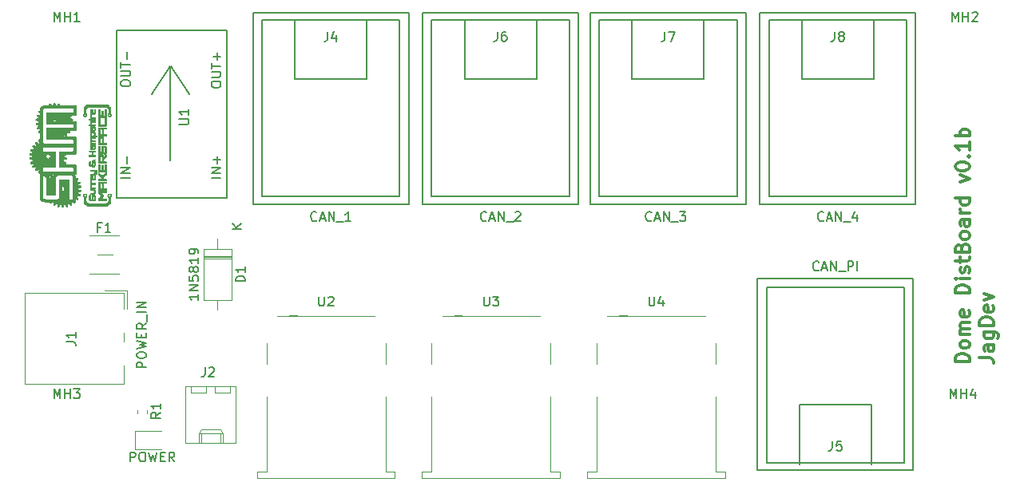
<source format=gto>
G04 #@! TF.GenerationSoftware,KiCad,Pcbnew,(5.0.0)*
G04 #@! TF.CreationDate,2018-08-14T00:58:00+01:00*
G04 #@! TF.ProjectId,distboard,64697374626F6172642E6B696361645F,rev?*
G04 #@! TF.SameCoordinates,Original*
G04 #@! TF.FileFunction,Legend,Top*
G04 #@! TF.FilePolarity,Positive*
%FSLAX46Y46*%
G04 Gerber Fmt 4.6, Leading zero omitted, Abs format (unit mm)*
G04 Created by KiCad (PCBNEW (5.0.0)) date 08/14/18 00:58:00*
%MOMM*%
%LPD*%
G01*
G04 APERTURE LIST*
%ADD10C,0.300000*%
%ADD11C,0.150000*%
%ADD12C,0.120000*%
%ADD13C,0.010000*%
G04 APERTURE END LIST*
D10*
X180703571Y-67347857D02*
X179203571Y-67347857D01*
X179203571Y-66990714D01*
X179275000Y-66776428D01*
X179417857Y-66633571D01*
X179560714Y-66562142D01*
X179846428Y-66490714D01*
X180060714Y-66490714D01*
X180346428Y-66562142D01*
X180489285Y-66633571D01*
X180632142Y-66776428D01*
X180703571Y-66990714D01*
X180703571Y-67347857D01*
X180703571Y-65633571D02*
X180632142Y-65776428D01*
X180560714Y-65847857D01*
X180417857Y-65919285D01*
X179989285Y-65919285D01*
X179846428Y-65847857D01*
X179775000Y-65776428D01*
X179703571Y-65633571D01*
X179703571Y-65419285D01*
X179775000Y-65276428D01*
X179846428Y-65205000D01*
X179989285Y-65133571D01*
X180417857Y-65133571D01*
X180560714Y-65205000D01*
X180632142Y-65276428D01*
X180703571Y-65419285D01*
X180703571Y-65633571D01*
X180703571Y-64490714D02*
X179703571Y-64490714D01*
X179846428Y-64490714D02*
X179775000Y-64419285D01*
X179703571Y-64276428D01*
X179703571Y-64062142D01*
X179775000Y-63919285D01*
X179917857Y-63847857D01*
X180703571Y-63847857D01*
X179917857Y-63847857D02*
X179775000Y-63776428D01*
X179703571Y-63633571D01*
X179703571Y-63419285D01*
X179775000Y-63276428D01*
X179917857Y-63205000D01*
X180703571Y-63205000D01*
X180632142Y-61919285D02*
X180703571Y-62062142D01*
X180703571Y-62347857D01*
X180632142Y-62490714D01*
X180489285Y-62562142D01*
X179917857Y-62562142D01*
X179775000Y-62490714D01*
X179703571Y-62347857D01*
X179703571Y-62062142D01*
X179775000Y-61919285D01*
X179917857Y-61847857D01*
X180060714Y-61847857D01*
X180203571Y-62562142D01*
X180703571Y-60062142D02*
X179203571Y-60062142D01*
X179203571Y-59705000D01*
X179275000Y-59490714D01*
X179417857Y-59347857D01*
X179560714Y-59276428D01*
X179846428Y-59205000D01*
X180060714Y-59205000D01*
X180346428Y-59276428D01*
X180489285Y-59347857D01*
X180632142Y-59490714D01*
X180703571Y-59705000D01*
X180703571Y-60062142D01*
X180703571Y-58562142D02*
X179703571Y-58562142D01*
X179203571Y-58562142D02*
X179275000Y-58633571D01*
X179346428Y-58562142D01*
X179275000Y-58490714D01*
X179203571Y-58562142D01*
X179346428Y-58562142D01*
X180632142Y-57919285D02*
X180703571Y-57776428D01*
X180703571Y-57490714D01*
X180632142Y-57347857D01*
X180489285Y-57276428D01*
X180417857Y-57276428D01*
X180275000Y-57347857D01*
X180203571Y-57490714D01*
X180203571Y-57705000D01*
X180132142Y-57847857D01*
X179989285Y-57919285D01*
X179917857Y-57919285D01*
X179775000Y-57847857D01*
X179703571Y-57705000D01*
X179703571Y-57490714D01*
X179775000Y-57347857D01*
X179703571Y-56847857D02*
X179703571Y-56276428D01*
X179203571Y-56633571D02*
X180489285Y-56633571D01*
X180632142Y-56562142D01*
X180703571Y-56419285D01*
X180703571Y-56276428D01*
X179917857Y-55276428D02*
X179989285Y-55062142D01*
X180060714Y-54990714D01*
X180203571Y-54919285D01*
X180417857Y-54919285D01*
X180560714Y-54990714D01*
X180632142Y-55062142D01*
X180703571Y-55205000D01*
X180703571Y-55776428D01*
X179203571Y-55776428D01*
X179203571Y-55276428D01*
X179275000Y-55133571D01*
X179346428Y-55062142D01*
X179489285Y-54990714D01*
X179632142Y-54990714D01*
X179775000Y-55062142D01*
X179846428Y-55133571D01*
X179917857Y-55276428D01*
X179917857Y-55776428D01*
X180703571Y-54062142D02*
X180632142Y-54205000D01*
X180560714Y-54276428D01*
X180417857Y-54347857D01*
X179989285Y-54347857D01*
X179846428Y-54276428D01*
X179775000Y-54205000D01*
X179703571Y-54062142D01*
X179703571Y-53847857D01*
X179775000Y-53705000D01*
X179846428Y-53633571D01*
X179989285Y-53562142D01*
X180417857Y-53562142D01*
X180560714Y-53633571D01*
X180632142Y-53705000D01*
X180703571Y-53847857D01*
X180703571Y-54062142D01*
X180703571Y-52276428D02*
X179917857Y-52276428D01*
X179775000Y-52347857D01*
X179703571Y-52490714D01*
X179703571Y-52776428D01*
X179775000Y-52919285D01*
X180632142Y-52276428D02*
X180703571Y-52419285D01*
X180703571Y-52776428D01*
X180632142Y-52919285D01*
X180489285Y-52990714D01*
X180346428Y-52990714D01*
X180203571Y-52919285D01*
X180132142Y-52776428D01*
X180132142Y-52419285D01*
X180060714Y-52276428D01*
X180703571Y-51562142D02*
X179703571Y-51562142D01*
X179989285Y-51562142D02*
X179846428Y-51490714D01*
X179775000Y-51419285D01*
X179703571Y-51276428D01*
X179703571Y-51133571D01*
X180703571Y-49990714D02*
X179203571Y-49990714D01*
X180632142Y-49990714D02*
X180703571Y-50133571D01*
X180703571Y-50419285D01*
X180632142Y-50562142D01*
X180560714Y-50633571D01*
X180417857Y-50705000D01*
X179989285Y-50705000D01*
X179846428Y-50633571D01*
X179775000Y-50562142D01*
X179703571Y-50419285D01*
X179703571Y-50133571D01*
X179775000Y-49990714D01*
X179703571Y-48276428D02*
X180703571Y-47919285D01*
X179703571Y-47562142D01*
X179203571Y-46705000D02*
X179203571Y-46562142D01*
X179275000Y-46419285D01*
X179346428Y-46347857D01*
X179489285Y-46276428D01*
X179775000Y-46205000D01*
X180132142Y-46205000D01*
X180417857Y-46276428D01*
X180560714Y-46347857D01*
X180632142Y-46419285D01*
X180703571Y-46562142D01*
X180703571Y-46705000D01*
X180632142Y-46847857D01*
X180560714Y-46919285D01*
X180417857Y-46990714D01*
X180132142Y-47062142D01*
X179775000Y-47062142D01*
X179489285Y-46990714D01*
X179346428Y-46919285D01*
X179275000Y-46847857D01*
X179203571Y-46705000D01*
X180560714Y-45562142D02*
X180632142Y-45490714D01*
X180703571Y-45562142D01*
X180632142Y-45633571D01*
X180560714Y-45562142D01*
X180703571Y-45562142D01*
X180703571Y-44062142D02*
X180703571Y-44919285D01*
X180703571Y-44490714D02*
X179203571Y-44490714D01*
X179417857Y-44633571D01*
X179560714Y-44776428D01*
X179632142Y-44919285D01*
X180703571Y-43419285D02*
X179203571Y-43419285D01*
X179775000Y-43419285D02*
X179703571Y-43276428D01*
X179703571Y-42990714D01*
X179775000Y-42847857D01*
X179846428Y-42776428D01*
X179989285Y-42705000D01*
X180417857Y-42705000D01*
X180560714Y-42776428D01*
X180632142Y-42847857D01*
X180703571Y-42990714D01*
X180703571Y-43276428D01*
X180632142Y-43419285D01*
X181753571Y-66919285D02*
X182825000Y-66919285D01*
X183039285Y-66990714D01*
X183182142Y-67133571D01*
X183253571Y-67347857D01*
X183253571Y-67490714D01*
X183253571Y-65562142D02*
X182467857Y-65562142D01*
X182325000Y-65633571D01*
X182253571Y-65776428D01*
X182253571Y-66062142D01*
X182325000Y-66205000D01*
X183182142Y-65562142D02*
X183253571Y-65705000D01*
X183253571Y-66062142D01*
X183182142Y-66205000D01*
X183039285Y-66276428D01*
X182896428Y-66276428D01*
X182753571Y-66205000D01*
X182682142Y-66062142D01*
X182682142Y-65705000D01*
X182610714Y-65562142D01*
X182253571Y-64205000D02*
X183467857Y-64205000D01*
X183610714Y-64276428D01*
X183682142Y-64347857D01*
X183753571Y-64490714D01*
X183753571Y-64705000D01*
X183682142Y-64847857D01*
X183182142Y-64205000D02*
X183253571Y-64347857D01*
X183253571Y-64633571D01*
X183182142Y-64776428D01*
X183110714Y-64847857D01*
X182967857Y-64919285D01*
X182539285Y-64919285D01*
X182396428Y-64847857D01*
X182325000Y-64776428D01*
X182253571Y-64633571D01*
X182253571Y-64347857D01*
X182325000Y-64205000D01*
X183253571Y-63490714D02*
X181753571Y-63490714D01*
X181753571Y-63133571D01*
X181825000Y-62919285D01*
X181967857Y-62776428D01*
X182110714Y-62705000D01*
X182396428Y-62633571D01*
X182610714Y-62633571D01*
X182896428Y-62705000D01*
X183039285Y-62776428D01*
X183182142Y-62919285D01*
X183253571Y-63133571D01*
X183253571Y-63490714D01*
X183182142Y-61419285D02*
X183253571Y-61562142D01*
X183253571Y-61847857D01*
X183182142Y-61990714D01*
X183039285Y-62062142D01*
X182467857Y-62062142D01*
X182325000Y-61990714D01*
X182253571Y-61847857D01*
X182253571Y-61562142D01*
X182325000Y-61419285D01*
X182467857Y-61347857D01*
X182610714Y-61347857D01*
X182753571Y-62062142D01*
X182253571Y-60847857D02*
X183253571Y-60490714D01*
X182253571Y-60133571D01*
D11*
G04 #@! TO.C,U1*
X96100000Y-36000000D02*
X98000000Y-39000000D01*
X96000000Y-36000000D02*
X94000000Y-39000000D01*
X96000000Y-46000000D02*
X96000000Y-36000000D01*
X102000000Y-50000000D02*
X90316000Y-50000000D01*
X90300000Y-50000000D02*
X90300000Y-32200000D01*
X90300000Y-32200000D02*
X102000000Y-32220000D01*
X102000000Y-32220000D02*
X102000000Y-50000000D01*
D12*
G04 #@! TO.C,F1*
X87400000Y-54000000D02*
X90600000Y-54000000D01*
X90600000Y-58000000D02*
X87400000Y-58000000D01*
X88250000Y-56000000D02*
X89850000Y-56000000D01*
G04 #@! TO.C,J2*
X102340000Y-70600000D02*
X102340000Y-69980000D01*
X100740000Y-70600000D02*
X102340000Y-70600000D01*
X100740000Y-69980000D02*
X100740000Y-70600000D01*
X99800000Y-70600000D02*
X99800000Y-69980000D01*
X98200000Y-70600000D02*
X99800000Y-70600000D01*
X98200000Y-69980000D02*
X98200000Y-70600000D01*
X101290000Y-75980000D02*
X101290000Y-74980000D01*
X99250000Y-75980000D02*
X99250000Y-74980000D01*
X101290000Y-74550000D02*
X101540000Y-74980000D01*
X99250000Y-74550000D02*
X101290000Y-74550000D01*
X99000000Y-74980000D02*
X99250000Y-74550000D01*
X101540000Y-74980000D02*
X101540000Y-75980000D01*
X99000000Y-74980000D02*
X101540000Y-74980000D01*
X99000000Y-75980000D02*
X99000000Y-74980000D01*
X102910000Y-69980000D02*
X97630000Y-69980000D01*
X102910000Y-75980000D02*
X102910000Y-69980000D01*
X97630000Y-75980000D02*
X102910000Y-75980000D01*
X97630000Y-69980000D02*
X97630000Y-75980000D01*
G04 #@! TO.C,D1*
X102470000Y-55360000D02*
X99530000Y-55360000D01*
X99530000Y-55360000D02*
X99530000Y-60800000D01*
X99530000Y-60800000D02*
X102470000Y-60800000D01*
X102470000Y-60800000D02*
X102470000Y-55360000D01*
X101000000Y-54340000D02*
X101000000Y-55360000D01*
X101000000Y-61820000D02*
X101000000Y-60800000D01*
X102470000Y-56260000D02*
X99530000Y-56260000D01*
X102470000Y-56380000D02*
X99530000Y-56380000D01*
X102470000Y-56140000D02*
X99530000Y-56140000D01*
G04 #@! TO.C,U2*
X109400000Y-62400000D02*
X108600000Y-62400000D01*
X107310000Y-62550000D02*
X117690000Y-62550000D01*
X106190000Y-79050000D02*
X106190000Y-71080000D01*
X105190000Y-79050000D02*
X106190000Y-79050000D01*
X105190000Y-79670000D02*
X105190000Y-79050000D01*
X119810000Y-79670000D02*
X105190000Y-79670000D01*
X119810000Y-79050000D02*
X119810000Y-79670000D01*
X118810000Y-79050000D02*
X119810000Y-79050000D01*
X118810000Y-71080000D02*
X118810000Y-79050000D01*
X106190000Y-67580000D02*
X106190000Y-65400000D01*
X118810000Y-67580000D02*
X118810000Y-65400000D01*
G04 #@! TO.C,U3*
X136310000Y-67580000D02*
X136310000Y-65400000D01*
X123690000Y-67580000D02*
X123690000Y-65400000D01*
X136310000Y-71080000D02*
X136310000Y-79050000D01*
X136310000Y-79050000D02*
X137310000Y-79050000D01*
X137310000Y-79050000D02*
X137310000Y-79670000D01*
X137310000Y-79670000D02*
X122690000Y-79670000D01*
X122690000Y-79670000D02*
X122690000Y-79050000D01*
X122690000Y-79050000D02*
X123690000Y-79050000D01*
X123690000Y-79050000D02*
X123690000Y-71080000D01*
X124810000Y-62550000D02*
X135190000Y-62550000D01*
X126900000Y-62400000D02*
X126100000Y-62400000D01*
G04 #@! TO.C,U4*
X144400000Y-62400000D02*
X143600000Y-62400000D01*
X142310000Y-62550000D02*
X152690000Y-62550000D01*
X141190000Y-79050000D02*
X141190000Y-71080000D01*
X140190000Y-79050000D02*
X141190000Y-79050000D01*
X140190000Y-79670000D02*
X140190000Y-79050000D01*
X154810000Y-79670000D02*
X140190000Y-79670000D01*
X154810000Y-79050000D02*
X154810000Y-79670000D01*
X153810000Y-79050000D02*
X154810000Y-79050000D01*
X153810000Y-71080000D02*
X153810000Y-79050000D01*
X141190000Y-67580000D02*
X141190000Y-65400000D01*
X153810000Y-67580000D02*
X153810000Y-65400000D01*
G04 #@! TO.C,J1*
X91110000Y-61740000D02*
X91110000Y-60090000D01*
X91110000Y-60090000D02*
X80590000Y-60090000D01*
X80590000Y-60090000D02*
X80590000Y-69710000D01*
X80590000Y-69710000D02*
X91110000Y-69710000D01*
X91110000Y-69710000D02*
X91110000Y-67760000D01*
X91110000Y-64260000D02*
X91110000Y-65240000D01*
X89000000Y-59790000D02*
X91410000Y-59790000D01*
X91410000Y-59790000D02*
X91410000Y-61740000D01*
D11*
G04 #@! TO.C,J4*
X109190000Y-37345000D02*
X109190000Y-30995000D01*
X116810000Y-37345000D02*
X109190000Y-37345000D01*
X116810000Y-30995000D02*
X116810000Y-37345000D01*
X121255000Y-30360000D02*
X104745000Y-30360000D01*
X121255000Y-50680000D02*
X121255000Y-30360000D01*
X104745000Y-50680000D02*
X121255000Y-50680000D01*
X104745000Y-30360000D02*
X104745000Y-50680000D01*
X120305000Y-49790000D02*
X120305000Y-31120000D01*
X105695000Y-49790000D02*
X120305000Y-49790000D01*
X105695000Y-31120000D02*
X105695000Y-49790000D01*
X120305000Y-31120000D02*
X105695000Y-31120000D01*
G04 #@! TO.C,J5*
X170310000Y-71905000D02*
X170310000Y-78255000D01*
X162690000Y-71905000D02*
X170310000Y-71905000D01*
X162690000Y-78255000D02*
X162690000Y-71905000D01*
X158245000Y-78890000D02*
X174755000Y-78890000D01*
X158245000Y-58570000D02*
X158245000Y-78890000D01*
X174755000Y-58570000D02*
X158245000Y-58570000D01*
X174755000Y-78890000D02*
X174755000Y-58570000D01*
X159195000Y-59460000D02*
X159195000Y-78130000D01*
X173805000Y-59460000D02*
X159195000Y-59460000D01*
X173805000Y-78130000D02*
X173805000Y-59460000D01*
X159195000Y-78130000D02*
X173805000Y-78130000D01*
G04 #@! TO.C,J6*
X138305000Y-31120000D02*
X123695000Y-31120000D01*
X123695000Y-31120000D02*
X123695000Y-49790000D01*
X123695000Y-49790000D02*
X138305000Y-49790000D01*
X138305000Y-49790000D02*
X138305000Y-31120000D01*
X122745000Y-30360000D02*
X122745000Y-50680000D01*
X122745000Y-50680000D02*
X139255000Y-50680000D01*
X139255000Y-50680000D02*
X139255000Y-30360000D01*
X139255000Y-30360000D02*
X122745000Y-30360000D01*
X134810000Y-30995000D02*
X134810000Y-37345000D01*
X134810000Y-37345000D02*
X127190000Y-37345000D01*
X127190000Y-37345000D02*
X127190000Y-30995000D01*
G04 #@! TO.C,J7*
X144940000Y-37345000D02*
X144940000Y-30995000D01*
X152560000Y-37345000D02*
X144940000Y-37345000D01*
X152560000Y-30995000D02*
X152560000Y-37345000D01*
X157005000Y-30360000D02*
X140495000Y-30360000D01*
X157005000Y-50680000D02*
X157005000Y-30360000D01*
X140495000Y-50680000D02*
X157005000Y-50680000D01*
X140495000Y-30360000D02*
X140495000Y-50680000D01*
X156055000Y-49790000D02*
X156055000Y-31120000D01*
X141445000Y-49790000D02*
X156055000Y-49790000D01*
X141445000Y-31120000D02*
X141445000Y-49790000D01*
X156055000Y-31120000D02*
X141445000Y-31120000D01*
G04 #@! TO.C,J8*
X174055000Y-31120000D02*
X159445000Y-31120000D01*
X159445000Y-31120000D02*
X159445000Y-49790000D01*
X159445000Y-49790000D02*
X174055000Y-49790000D01*
X174055000Y-49790000D02*
X174055000Y-31120000D01*
X158495000Y-30360000D02*
X158495000Y-50680000D01*
X158495000Y-50680000D02*
X175005000Y-50680000D01*
X175005000Y-50680000D02*
X175005000Y-30360000D01*
X175005000Y-30360000D02*
X158495000Y-30360000D01*
X170560000Y-30995000D02*
X170560000Y-37345000D01*
X170560000Y-37345000D02*
X162940000Y-37345000D01*
X162940000Y-37345000D02*
X162940000Y-30995000D01*
D13*
G04 #@! TO.C,shm_logo_small*
G36*
X89650000Y-41100000D02*
X89650000Y-41050000D01*
X89700000Y-41050000D01*
X89700000Y-41100000D01*
X89650000Y-41100000D01*
X89650000Y-41100000D01*
G37*
X89650000Y-41100000D02*
X89650000Y-41050000D01*
X89700000Y-41050000D01*
X89700000Y-41100000D01*
X89650000Y-41100000D01*
G36*
X89650000Y-41150000D02*
X89650000Y-41100000D01*
X89700000Y-41100000D01*
X89700000Y-41150000D01*
X89650000Y-41150000D01*
X89650000Y-41150000D01*
G37*
X89650000Y-41150000D02*
X89650000Y-41100000D01*
X89700000Y-41100000D01*
X89700000Y-41150000D01*
X89650000Y-41150000D01*
G36*
X89650000Y-41200000D02*
X89650000Y-41150000D01*
X89700000Y-41150000D01*
X89700000Y-41200000D01*
X89650000Y-41200000D01*
X89650000Y-41200000D01*
G37*
X89650000Y-41200000D02*
X89650000Y-41150000D01*
X89700000Y-41150000D01*
X89700000Y-41200000D01*
X89650000Y-41200000D01*
G36*
X89650000Y-41250000D02*
X89650000Y-41200000D01*
X89700000Y-41200000D01*
X89700000Y-41250000D01*
X89650000Y-41250000D01*
X89650000Y-41250000D01*
G37*
X89650000Y-41250000D02*
X89650000Y-41200000D01*
X89700000Y-41200000D01*
X89700000Y-41250000D01*
X89650000Y-41250000D01*
G36*
X89650000Y-49650000D02*
X89650000Y-49600000D01*
X89700000Y-49600000D01*
X89700000Y-49650000D01*
X89650000Y-49650000D01*
X89650000Y-49650000D01*
G37*
X89650000Y-49650000D02*
X89650000Y-49600000D01*
X89700000Y-49600000D01*
X89700000Y-49650000D01*
X89650000Y-49650000D01*
G36*
X89650000Y-49700000D02*
X89650000Y-49650000D01*
X89700000Y-49650000D01*
X89700000Y-49700000D01*
X89650000Y-49700000D01*
X89650000Y-49700000D01*
G37*
X89650000Y-49700000D02*
X89650000Y-49650000D01*
X89700000Y-49650000D01*
X89700000Y-49700000D01*
X89650000Y-49700000D01*
G36*
X89650000Y-49750000D02*
X89650000Y-49700000D01*
X89700000Y-49700000D01*
X89700000Y-49750000D01*
X89650000Y-49750000D01*
X89650000Y-49750000D01*
G37*
X89650000Y-49750000D02*
X89650000Y-49700000D01*
X89700000Y-49700000D01*
X89700000Y-49750000D01*
X89650000Y-49750000D01*
G36*
X89650000Y-49800000D02*
X89650000Y-49750000D01*
X89700000Y-49750000D01*
X89700000Y-49800000D01*
X89650000Y-49800000D01*
X89650000Y-49800000D01*
G37*
X89650000Y-49800000D02*
X89650000Y-49750000D01*
X89700000Y-49750000D01*
X89700000Y-49800000D01*
X89650000Y-49800000D01*
G36*
X89650000Y-49850000D02*
X89650000Y-49800000D01*
X89700000Y-49800000D01*
X89700000Y-49850000D01*
X89650000Y-49850000D01*
X89650000Y-49850000D01*
G37*
X89650000Y-49850000D02*
X89650000Y-49800000D01*
X89700000Y-49800000D01*
X89700000Y-49850000D01*
X89650000Y-49850000D01*
G36*
X89600000Y-40400000D02*
X89600000Y-40350000D01*
X89650000Y-40350000D01*
X89650000Y-40400000D01*
X89600000Y-40400000D01*
X89600000Y-40400000D01*
G37*
X89600000Y-40400000D02*
X89600000Y-40350000D01*
X89650000Y-40350000D01*
X89650000Y-40400000D01*
X89600000Y-40400000D01*
G36*
X89600000Y-40450000D02*
X89600000Y-40400000D01*
X89650000Y-40400000D01*
X89650000Y-40450000D01*
X89600000Y-40450000D01*
X89600000Y-40450000D01*
G37*
X89600000Y-40450000D02*
X89600000Y-40400000D01*
X89650000Y-40400000D01*
X89650000Y-40450000D01*
X89600000Y-40450000D01*
G36*
X89600000Y-40500000D02*
X89600000Y-40450000D01*
X89650000Y-40450000D01*
X89650000Y-40500000D01*
X89600000Y-40500000D01*
X89600000Y-40500000D01*
G37*
X89600000Y-40500000D02*
X89600000Y-40450000D01*
X89650000Y-40450000D01*
X89650000Y-40500000D01*
X89600000Y-40500000D01*
G36*
X89600000Y-40550000D02*
X89600000Y-40500000D01*
X89650000Y-40500000D01*
X89650000Y-40550000D01*
X89600000Y-40550000D01*
X89600000Y-40550000D01*
G37*
X89600000Y-40550000D02*
X89600000Y-40500000D01*
X89650000Y-40500000D01*
X89650000Y-40550000D01*
X89600000Y-40550000D01*
G36*
X89600000Y-40600000D02*
X89600000Y-40550000D01*
X89650000Y-40550000D01*
X89650000Y-40600000D01*
X89600000Y-40600000D01*
X89600000Y-40600000D01*
G37*
X89600000Y-40600000D02*
X89600000Y-40550000D01*
X89650000Y-40550000D01*
X89650000Y-40600000D01*
X89600000Y-40600000D01*
G36*
X89600000Y-40650000D02*
X89600000Y-40600000D01*
X89650000Y-40600000D01*
X89650000Y-40650000D01*
X89600000Y-40650000D01*
X89600000Y-40650000D01*
G37*
X89600000Y-40650000D02*
X89600000Y-40600000D01*
X89650000Y-40600000D01*
X89650000Y-40650000D01*
X89600000Y-40650000D01*
G36*
X89600000Y-40700000D02*
X89600000Y-40650000D01*
X89650000Y-40650000D01*
X89650000Y-40700000D01*
X89600000Y-40700000D01*
X89600000Y-40700000D01*
G37*
X89600000Y-40700000D02*
X89600000Y-40650000D01*
X89650000Y-40650000D01*
X89650000Y-40700000D01*
X89600000Y-40700000D01*
G36*
X89600000Y-40750000D02*
X89600000Y-40700000D01*
X89650000Y-40700000D01*
X89650000Y-40750000D01*
X89600000Y-40750000D01*
X89600000Y-40750000D01*
G37*
X89600000Y-40750000D02*
X89600000Y-40700000D01*
X89650000Y-40700000D01*
X89650000Y-40750000D01*
X89600000Y-40750000D01*
G36*
X89600000Y-40800000D02*
X89600000Y-40750000D01*
X89650000Y-40750000D01*
X89650000Y-40800000D01*
X89600000Y-40800000D01*
X89600000Y-40800000D01*
G37*
X89600000Y-40800000D02*
X89600000Y-40750000D01*
X89650000Y-40750000D01*
X89650000Y-40800000D01*
X89600000Y-40800000D01*
G36*
X89600000Y-40850000D02*
X89600000Y-40800000D01*
X89650000Y-40800000D01*
X89650000Y-40850000D01*
X89600000Y-40850000D01*
X89600000Y-40850000D01*
G37*
X89600000Y-40850000D02*
X89600000Y-40800000D01*
X89650000Y-40800000D01*
X89650000Y-40850000D01*
X89600000Y-40850000D01*
G36*
X89600000Y-40900000D02*
X89600000Y-40850000D01*
X89650000Y-40850000D01*
X89650000Y-40900000D01*
X89600000Y-40900000D01*
X89600000Y-40900000D01*
G37*
X89600000Y-40900000D02*
X89600000Y-40850000D01*
X89650000Y-40850000D01*
X89650000Y-40900000D01*
X89600000Y-40900000D01*
G36*
X89600000Y-40950000D02*
X89600000Y-40900000D01*
X89650000Y-40900000D01*
X89650000Y-40950000D01*
X89600000Y-40950000D01*
X89600000Y-40950000D01*
G37*
X89600000Y-40950000D02*
X89600000Y-40900000D01*
X89650000Y-40900000D01*
X89650000Y-40950000D01*
X89600000Y-40950000D01*
G36*
X89600000Y-41000000D02*
X89600000Y-40950000D01*
X89650000Y-40950000D01*
X89650000Y-41000000D01*
X89600000Y-41000000D01*
X89600000Y-41000000D01*
G37*
X89600000Y-41000000D02*
X89600000Y-40950000D01*
X89650000Y-40950000D01*
X89650000Y-41000000D01*
X89600000Y-41000000D01*
G36*
X89600000Y-41050000D02*
X89600000Y-41000000D01*
X89650000Y-41000000D01*
X89650000Y-41050000D01*
X89600000Y-41050000D01*
X89600000Y-41050000D01*
G37*
X89600000Y-41050000D02*
X89600000Y-41000000D01*
X89650000Y-41000000D01*
X89650000Y-41050000D01*
X89600000Y-41050000D01*
G36*
X89600000Y-41100000D02*
X89600000Y-41050000D01*
X89650000Y-41050000D01*
X89650000Y-41100000D01*
X89600000Y-41100000D01*
X89600000Y-41100000D01*
G37*
X89600000Y-41100000D02*
X89600000Y-41050000D01*
X89650000Y-41050000D01*
X89650000Y-41100000D01*
X89600000Y-41100000D01*
G36*
X89600000Y-41250000D02*
X89600000Y-41200000D01*
X89650000Y-41200000D01*
X89650000Y-41250000D01*
X89600000Y-41250000D01*
X89600000Y-41250000D01*
G37*
X89600000Y-41250000D02*
X89600000Y-41200000D01*
X89650000Y-41200000D01*
X89650000Y-41250000D01*
X89600000Y-41250000D01*
G36*
X89600000Y-41300000D02*
X89600000Y-41250000D01*
X89650000Y-41250000D01*
X89650000Y-41300000D01*
X89600000Y-41300000D01*
X89600000Y-41300000D01*
G37*
X89600000Y-41300000D02*
X89600000Y-41250000D01*
X89650000Y-41250000D01*
X89650000Y-41300000D01*
X89600000Y-41300000D01*
G36*
X89600000Y-49600000D02*
X89600000Y-49550000D01*
X89650000Y-49550000D01*
X89650000Y-49600000D01*
X89600000Y-49600000D01*
X89600000Y-49600000D01*
G37*
X89600000Y-49600000D02*
X89600000Y-49550000D01*
X89650000Y-49550000D01*
X89650000Y-49600000D01*
X89600000Y-49600000D01*
G36*
X89600000Y-49650000D02*
X89600000Y-49600000D01*
X89650000Y-49600000D01*
X89650000Y-49650000D01*
X89600000Y-49650000D01*
X89600000Y-49650000D01*
G37*
X89600000Y-49650000D02*
X89600000Y-49600000D01*
X89650000Y-49600000D01*
X89650000Y-49650000D01*
X89600000Y-49650000D01*
G36*
X89600000Y-49800000D02*
X89600000Y-49750000D01*
X89650000Y-49750000D01*
X89650000Y-49800000D01*
X89600000Y-49800000D01*
X89600000Y-49800000D01*
G37*
X89600000Y-49800000D02*
X89600000Y-49750000D01*
X89650000Y-49750000D01*
X89650000Y-49800000D01*
X89600000Y-49800000D01*
G36*
X89600000Y-49850000D02*
X89600000Y-49800000D01*
X89650000Y-49800000D01*
X89650000Y-49850000D01*
X89600000Y-49850000D01*
X89600000Y-49850000D01*
G37*
X89600000Y-49850000D02*
X89600000Y-49800000D01*
X89650000Y-49800000D01*
X89650000Y-49850000D01*
X89600000Y-49850000D01*
G36*
X89600000Y-49900000D02*
X89600000Y-49850000D01*
X89650000Y-49850000D01*
X89650000Y-49900000D01*
X89600000Y-49900000D01*
X89600000Y-49900000D01*
G37*
X89600000Y-49900000D02*
X89600000Y-49850000D01*
X89650000Y-49850000D01*
X89650000Y-49900000D01*
X89600000Y-49900000D01*
G36*
X89600000Y-49950000D02*
X89600000Y-49900000D01*
X89650000Y-49900000D01*
X89650000Y-49950000D01*
X89600000Y-49950000D01*
X89600000Y-49950000D01*
G37*
X89600000Y-49950000D02*
X89600000Y-49900000D01*
X89650000Y-49900000D01*
X89650000Y-49950000D01*
X89600000Y-49950000D01*
G36*
X89600000Y-50000000D02*
X89600000Y-49950000D01*
X89650000Y-49950000D01*
X89650000Y-50000000D01*
X89600000Y-50000000D01*
X89600000Y-50000000D01*
G37*
X89600000Y-50000000D02*
X89600000Y-49950000D01*
X89650000Y-49950000D01*
X89650000Y-50000000D01*
X89600000Y-50000000D01*
G36*
X89600000Y-50050000D02*
X89600000Y-50000000D01*
X89650000Y-50000000D01*
X89650000Y-50050000D01*
X89600000Y-50050000D01*
X89600000Y-50050000D01*
G37*
X89600000Y-50050000D02*
X89600000Y-50000000D01*
X89650000Y-50000000D01*
X89650000Y-50050000D01*
X89600000Y-50050000D01*
G36*
X89600000Y-50100000D02*
X89600000Y-50050000D01*
X89650000Y-50050000D01*
X89650000Y-50100000D01*
X89600000Y-50100000D01*
X89600000Y-50100000D01*
G37*
X89600000Y-50100000D02*
X89600000Y-50050000D01*
X89650000Y-50050000D01*
X89650000Y-50100000D01*
X89600000Y-50100000D01*
G36*
X89600000Y-50150000D02*
X89600000Y-50100000D01*
X89650000Y-50100000D01*
X89650000Y-50150000D01*
X89600000Y-50150000D01*
X89600000Y-50150000D01*
G37*
X89600000Y-50150000D02*
X89600000Y-50100000D01*
X89650000Y-50100000D01*
X89650000Y-50150000D01*
X89600000Y-50150000D01*
G36*
X89600000Y-50200000D02*
X89600000Y-50150000D01*
X89650000Y-50150000D01*
X89650000Y-50200000D01*
X89600000Y-50200000D01*
X89600000Y-50200000D01*
G37*
X89600000Y-50200000D02*
X89600000Y-50150000D01*
X89650000Y-50150000D01*
X89650000Y-50200000D01*
X89600000Y-50200000D01*
G36*
X89600000Y-50250000D02*
X89600000Y-50200000D01*
X89650000Y-50200000D01*
X89650000Y-50250000D01*
X89600000Y-50250000D01*
X89600000Y-50250000D01*
G37*
X89600000Y-50250000D02*
X89600000Y-50200000D01*
X89650000Y-50200000D01*
X89650000Y-50250000D01*
X89600000Y-50250000D01*
G36*
X89600000Y-50300000D02*
X89600000Y-50250000D01*
X89650000Y-50250000D01*
X89650000Y-50300000D01*
X89600000Y-50300000D01*
X89600000Y-50300000D01*
G37*
X89600000Y-50300000D02*
X89600000Y-50250000D01*
X89650000Y-50250000D01*
X89650000Y-50300000D01*
X89600000Y-50300000D01*
G36*
X89600000Y-50350000D02*
X89600000Y-50300000D01*
X89650000Y-50300000D01*
X89650000Y-50350000D01*
X89600000Y-50350000D01*
X89600000Y-50350000D01*
G37*
X89600000Y-50350000D02*
X89600000Y-50300000D01*
X89650000Y-50300000D01*
X89650000Y-50350000D01*
X89600000Y-50350000D01*
G36*
X89600000Y-50400000D02*
X89600000Y-50350000D01*
X89650000Y-50350000D01*
X89650000Y-50400000D01*
X89600000Y-50400000D01*
X89600000Y-50400000D01*
G37*
X89600000Y-50400000D02*
X89600000Y-50350000D01*
X89650000Y-50350000D01*
X89650000Y-50400000D01*
X89600000Y-50400000D01*
G36*
X89600000Y-50450000D02*
X89600000Y-50400000D01*
X89650000Y-50400000D01*
X89650000Y-50450000D01*
X89600000Y-50450000D01*
X89600000Y-50450000D01*
G37*
X89600000Y-50450000D02*
X89600000Y-50400000D01*
X89650000Y-50400000D01*
X89650000Y-50450000D01*
X89600000Y-50450000D01*
G36*
X89600000Y-50500000D02*
X89600000Y-50450000D01*
X89650000Y-50450000D01*
X89650000Y-50500000D01*
X89600000Y-50500000D01*
X89600000Y-50500000D01*
G37*
X89600000Y-50500000D02*
X89600000Y-50450000D01*
X89650000Y-50450000D01*
X89650000Y-50500000D01*
X89600000Y-50500000D01*
G36*
X89550000Y-40350000D02*
X89550000Y-40300000D01*
X89600000Y-40300000D01*
X89600000Y-40350000D01*
X89550000Y-40350000D01*
X89550000Y-40350000D01*
G37*
X89550000Y-40350000D02*
X89550000Y-40300000D01*
X89600000Y-40300000D01*
X89600000Y-40350000D01*
X89550000Y-40350000D01*
G36*
X89550000Y-40400000D02*
X89550000Y-40350000D01*
X89600000Y-40350000D01*
X89600000Y-40400000D01*
X89550000Y-40400000D01*
X89550000Y-40400000D01*
G37*
X89550000Y-40400000D02*
X89550000Y-40350000D01*
X89600000Y-40350000D01*
X89600000Y-40400000D01*
X89550000Y-40400000D01*
G36*
X89550000Y-40450000D02*
X89550000Y-40400000D01*
X89600000Y-40400000D01*
X89600000Y-40450000D01*
X89550000Y-40450000D01*
X89550000Y-40450000D01*
G37*
X89550000Y-40450000D02*
X89550000Y-40400000D01*
X89600000Y-40400000D01*
X89600000Y-40450000D01*
X89550000Y-40450000D01*
G36*
X89550000Y-40500000D02*
X89550000Y-40450000D01*
X89600000Y-40450000D01*
X89600000Y-40500000D01*
X89550000Y-40500000D01*
X89550000Y-40500000D01*
G37*
X89550000Y-40500000D02*
X89550000Y-40450000D01*
X89600000Y-40450000D01*
X89600000Y-40500000D01*
X89550000Y-40500000D01*
G36*
X89550000Y-40550000D02*
X89550000Y-40500000D01*
X89600000Y-40500000D01*
X89600000Y-40550000D01*
X89550000Y-40550000D01*
X89550000Y-40550000D01*
G37*
X89550000Y-40550000D02*
X89550000Y-40500000D01*
X89600000Y-40500000D01*
X89600000Y-40550000D01*
X89550000Y-40550000D01*
G36*
X89550000Y-40600000D02*
X89550000Y-40550000D01*
X89600000Y-40550000D01*
X89600000Y-40600000D01*
X89550000Y-40600000D01*
X89550000Y-40600000D01*
G37*
X89550000Y-40600000D02*
X89550000Y-40550000D01*
X89600000Y-40550000D01*
X89600000Y-40600000D01*
X89550000Y-40600000D01*
G36*
X89550000Y-40650000D02*
X89550000Y-40600000D01*
X89600000Y-40600000D01*
X89600000Y-40650000D01*
X89550000Y-40650000D01*
X89550000Y-40650000D01*
G37*
X89550000Y-40650000D02*
X89550000Y-40600000D01*
X89600000Y-40600000D01*
X89600000Y-40650000D01*
X89550000Y-40650000D01*
G36*
X89550000Y-40700000D02*
X89550000Y-40650000D01*
X89600000Y-40650000D01*
X89600000Y-40700000D01*
X89550000Y-40700000D01*
X89550000Y-40700000D01*
G37*
X89550000Y-40700000D02*
X89550000Y-40650000D01*
X89600000Y-40650000D01*
X89600000Y-40700000D01*
X89550000Y-40700000D01*
G36*
X89550000Y-40750000D02*
X89550000Y-40700000D01*
X89600000Y-40700000D01*
X89600000Y-40750000D01*
X89550000Y-40750000D01*
X89550000Y-40750000D01*
G37*
X89550000Y-40750000D02*
X89550000Y-40700000D01*
X89600000Y-40700000D01*
X89600000Y-40750000D01*
X89550000Y-40750000D01*
G36*
X89550000Y-40800000D02*
X89550000Y-40750000D01*
X89600000Y-40750000D01*
X89600000Y-40800000D01*
X89550000Y-40800000D01*
X89550000Y-40800000D01*
G37*
X89550000Y-40800000D02*
X89550000Y-40750000D01*
X89600000Y-40750000D01*
X89600000Y-40800000D01*
X89550000Y-40800000D01*
G36*
X89550000Y-40850000D02*
X89550000Y-40800000D01*
X89600000Y-40800000D01*
X89600000Y-40850000D01*
X89550000Y-40850000D01*
X89550000Y-40850000D01*
G37*
X89550000Y-40850000D02*
X89550000Y-40800000D01*
X89600000Y-40800000D01*
X89600000Y-40850000D01*
X89550000Y-40850000D01*
G36*
X89550000Y-40900000D02*
X89550000Y-40850000D01*
X89600000Y-40850000D01*
X89600000Y-40900000D01*
X89550000Y-40900000D01*
X89550000Y-40900000D01*
G37*
X89550000Y-40900000D02*
X89550000Y-40850000D01*
X89600000Y-40850000D01*
X89600000Y-40900000D01*
X89550000Y-40900000D01*
G36*
X89550000Y-40950000D02*
X89550000Y-40900000D01*
X89600000Y-40900000D01*
X89600000Y-40950000D01*
X89550000Y-40950000D01*
X89550000Y-40950000D01*
G37*
X89550000Y-40950000D02*
X89550000Y-40900000D01*
X89600000Y-40900000D01*
X89600000Y-40950000D01*
X89550000Y-40950000D01*
G36*
X89550000Y-41000000D02*
X89550000Y-40950000D01*
X89600000Y-40950000D01*
X89600000Y-41000000D01*
X89550000Y-41000000D01*
X89550000Y-41000000D01*
G37*
X89550000Y-41000000D02*
X89550000Y-40950000D01*
X89600000Y-40950000D01*
X89600000Y-41000000D01*
X89550000Y-41000000D01*
G36*
X89550000Y-41050000D02*
X89550000Y-41000000D01*
X89600000Y-41000000D01*
X89600000Y-41050000D01*
X89550000Y-41050000D01*
X89550000Y-41050000D01*
G37*
X89550000Y-41050000D02*
X89550000Y-41000000D01*
X89600000Y-41000000D01*
X89600000Y-41050000D01*
X89550000Y-41050000D01*
G36*
X89550000Y-41300000D02*
X89550000Y-41250000D01*
X89600000Y-41250000D01*
X89600000Y-41300000D01*
X89550000Y-41300000D01*
X89550000Y-41300000D01*
G37*
X89550000Y-41300000D02*
X89550000Y-41250000D01*
X89600000Y-41250000D01*
X89600000Y-41300000D01*
X89550000Y-41300000D01*
G36*
X89550000Y-41350000D02*
X89550000Y-41300000D01*
X89600000Y-41300000D01*
X89600000Y-41350000D01*
X89550000Y-41350000D01*
X89550000Y-41350000D01*
G37*
X89550000Y-41350000D02*
X89550000Y-41300000D01*
X89600000Y-41300000D01*
X89600000Y-41350000D01*
X89550000Y-41350000D01*
G36*
X89550000Y-49600000D02*
X89550000Y-49550000D01*
X89600000Y-49550000D01*
X89600000Y-49600000D01*
X89550000Y-49600000D01*
X89550000Y-49600000D01*
G37*
X89550000Y-49600000D02*
X89550000Y-49550000D01*
X89600000Y-49550000D01*
X89600000Y-49600000D01*
X89550000Y-49600000D01*
G36*
X89550000Y-49900000D02*
X89550000Y-49850000D01*
X89600000Y-49850000D01*
X89600000Y-49900000D01*
X89550000Y-49900000D01*
X89550000Y-49900000D01*
G37*
X89550000Y-49900000D02*
X89550000Y-49850000D01*
X89600000Y-49850000D01*
X89600000Y-49900000D01*
X89550000Y-49900000D01*
G36*
X89550000Y-49950000D02*
X89550000Y-49900000D01*
X89600000Y-49900000D01*
X89600000Y-49950000D01*
X89550000Y-49950000D01*
X89550000Y-49950000D01*
G37*
X89550000Y-49950000D02*
X89550000Y-49900000D01*
X89600000Y-49900000D01*
X89600000Y-49950000D01*
X89550000Y-49950000D01*
G36*
X89550000Y-50000000D02*
X89550000Y-49950000D01*
X89600000Y-49950000D01*
X89600000Y-50000000D01*
X89550000Y-50000000D01*
X89550000Y-50000000D01*
G37*
X89550000Y-50000000D02*
X89550000Y-49950000D01*
X89600000Y-49950000D01*
X89600000Y-50000000D01*
X89550000Y-50000000D01*
G36*
X89550000Y-50050000D02*
X89550000Y-50000000D01*
X89600000Y-50000000D01*
X89600000Y-50050000D01*
X89550000Y-50050000D01*
X89550000Y-50050000D01*
G37*
X89550000Y-50050000D02*
X89550000Y-50000000D01*
X89600000Y-50000000D01*
X89600000Y-50050000D01*
X89550000Y-50050000D01*
G36*
X89550000Y-50100000D02*
X89550000Y-50050000D01*
X89600000Y-50050000D01*
X89600000Y-50100000D01*
X89550000Y-50100000D01*
X89550000Y-50100000D01*
G37*
X89550000Y-50100000D02*
X89550000Y-50050000D01*
X89600000Y-50050000D01*
X89600000Y-50100000D01*
X89550000Y-50100000D01*
G36*
X89550000Y-50150000D02*
X89550000Y-50100000D01*
X89600000Y-50100000D01*
X89600000Y-50150000D01*
X89550000Y-50150000D01*
X89550000Y-50150000D01*
G37*
X89550000Y-50150000D02*
X89550000Y-50100000D01*
X89600000Y-50100000D01*
X89600000Y-50150000D01*
X89550000Y-50150000D01*
G36*
X89550000Y-50200000D02*
X89550000Y-50150000D01*
X89600000Y-50150000D01*
X89600000Y-50200000D01*
X89550000Y-50200000D01*
X89550000Y-50200000D01*
G37*
X89550000Y-50200000D02*
X89550000Y-50150000D01*
X89600000Y-50150000D01*
X89600000Y-50200000D01*
X89550000Y-50200000D01*
G36*
X89550000Y-50250000D02*
X89550000Y-50200000D01*
X89600000Y-50200000D01*
X89600000Y-50250000D01*
X89550000Y-50250000D01*
X89550000Y-50250000D01*
G37*
X89550000Y-50250000D02*
X89550000Y-50200000D01*
X89600000Y-50200000D01*
X89600000Y-50250000D01*
X89550000Y-50250000D01*
G36*
X89550000Y-50300000D02*
X89550000Y-50250000D01*
X89600000Y-50250000D01*
X89600000Y-50300000D01*
X89550000Y-50300000D01*
X89550000Y-50300000D01*
G37*
X89550000Y-50300000D02*
X89550000Y-50250000D01*
X89600000Y-50250000D01*
X89600000Y-50300000D01*
X89550000Y-50300000D01*
G36*
X89550000Y-50350000D02*
X89550000Y-50300000D01*
X89600000Y-50300000D01*
X89600000Y-50350000D01*
X89550000Y-50350000D01*
X89550000Y-50350000D01*
G37*
X89550000Y-50350000D02*
X89550000Y-50300000D01*
X89600000Y-50300000D01*
X89600000Y-50350000D01*
X89550000Y-50350000D01*
G36*
X89550000Y-50400000D02*
X89550000Y-50350000D01*
X89600000Y-50350000D01*
X89600000Y-50400000D01*
X89550000Y-50400000D01*
X89550000Y-50400000D01*
G37*
X89550000Y-50400000D02*
X89550000Y-50350000D01*
X89600000Y-50350000D01*
X89600000Y-50400000D01*
X89550000Y-50400000D01*
G36*
X89550000Y-50450000D02*
X89550000Y-50400000D01*
X89600000Y-50400000D01*
X89600000Y-50450000D01*
X89550000Y-50450000D01*
X89550000Y-50450000D01*
G37*
X89550000Y-50450000D02*
X89550000Y-50400000D01*
X89600000Y-50400000D01*
X89600000Y-50450000D01*
X89550000Y-50450000D01*
G36*
X89550000Y-50500000D02*
X89550000Y-50450000D01*
X89600000Y-50450000D01*
X89600000Y-50500000D01*
X89550000Y-50500000D01*
X89550000Y-50500000D01*
G37*
X89550000Y-50500000D02*
X89550000Y-50450000D01*
X89600000Y-50450000D01*
X89600000Y-50500000D01*
X89550000Y-50500000D01*
G36*
X89550000Y-50550000D02*
X89550000Y-50500000D01*
X89600000Y-50500000D01*
X89600000Y-50550000D01*
X89550000Y-50550000D01*
X89550000Y-50550000D01*
G37*
X89550000Y-50550000D02*
X89550000Y-50500000D01*
X89600000Y-50500000D01*
X89600000Y-50550000D01*
X89550000Y-50550000D01*
G36*
X89500000Y-40350000D02*
X89500000Y-40300000D01*
X89550000Y-40300000D01*
X89550000Y-40350000D01*
X89500000Y-40350000D01*
X89500000Y-40350000D01*
G37*
X89500000Y-40350000D02*
X89500000Y-40300000D01*
X89550000Y-40300000D01*
X89550000Y-40350000D01*
X89500000Y-40350000D01*
G36*
X89500000Y-40400000D02*
X89500000Y-40350000D01*
X89550000Y-40350000D01*
X89550000Y-40400000D01*
X89500000Y-40400000D01*
X89500000Y-40400000D01*
G37*
X89500000Y-40400000D02*
X89500000Y-40350000D01*
X89550000Y-40350000D01*
X89550000Y-40400000D01*
X89500000Y-40400000D01*
G36*
X89500000Y-40450000D02*
X89500000Y-40400000D01*
X89550000Y-40400000D01*
X89550000Y-40450000D01*
X89500000Y-40450000D01*
X89500000Y-40450000D01*
G37*
X89500000Y-40450000D02*
X89500000Y-40400000D01*
X89550000Y-40400000D01*
X89550000Y-40450000D01*
X89500000Y-40450000D01*
G36*
X89500000Y-40500000D02*
X89500000Y-40450000D01*
X89550000Y-40450000D01*
X89550000Y-40500000D01*
X89500000Y-40500000D01*
X89500000Y-40500000D01*
G37*
X89500000Y-40500000D02*
X89500000Y-40450000D01*
X89550000Y-40450000D01*
X89550000Y-40500000D01*
X89500000Y-40500000D01*
G36*
X89500000Y-40550000D02*
X89500000Y-40500000D01*
X89550000Y-40500000D01*
X89550000Y-40550000D01*
X89500000Y-40550000D01*
X89500000Y-40550000D01*
G37*
X89500000Y-40550000D02*
X89500000Y-40500000D01*
X89550000Y-40500000D01*
X89550000Y-40550000D01*
X89500000Y-40550000D01*
G36*
X89500000Y-40600000D02*
X89500000Y-40550000D01*
X89550000Y-40550000D01*
X89550000Y-40600000D01*
X89500000Y-40600000D01*
X89500000Y-40600000D01*
G37*
X89500000Y-40600000D02*
X89500000Y-40550000D01*
X89550000Y-40550000D01*
X89550000Y-40600000D01*
X89500000Y-40600000D01*
G36*
X89500000Y-40650000D02*
X89500000Y-40600000D01*
X89550000Y-40600000D01*
X89550000Y-40650000D01*
X89500000Y-40650000D01*
X89500000Y-40650000D01*
G37*
X89500000Y-40650000D02*
X89500000Y-40600000D01*
X89550000Y-40600000D01*
X89550000Y-40650000D01*
X89500000Y-40650000D01*
G36*
X89500000Y-40700000D02*
X89500000Y-40650000D01*
X89550000Y-40650000D01*
X89550000Y-40700000D01*
X89500000Y-40700000D01*
X89500000Y-40700000D01*
G37*
X89500000Y-40700000D02*
X89500000Y-40650000D01*
X89550000Y-40650000D01*
X89550000Y-40700000D01*
X89500000Y-40700000D01*
G36*
X89500000Y-40750000D02*
X89500000Y-40700000D01*
X89550000Y-40700000D01*
X89550000Y-40750000D01*
X89500000Y-40750000D01*
X89500000Y-40750000D01*
G37*
X89500000Y-40750000D02*
X89500000Y-40700000D01*
X89550000Y-40700000D01*
X89550000Y-40750000D01*
X89500000Y-40750000D01*
G36*
X89500000Y-40800000D02*
X89500000Y-40750000D01*
X89550000Y-40750000D01*
X89550000Y-40800000D01*
X89500000Y-40800000D01*
X89500000Y-40800000D01*
G37*
X89500000Y-40800000D02*
X89500000Y-40750000D01*
X89550000Y-40750000D01*
X89550000Y-40800000D01*
X89500000Y-40800000D01*
G36*
X89500000Y-40850000D02*
X89500000Y-40800000D01*
X89550000Y-40800000D01*
X89550000Y-40850000D01*
X89500000Y-40850000D01*
X89500000Y-40850000D01*
G37*
X89500000Y-40850000D02*
X89500000Y-40800000D01*
X89550000Y-40800000D01*
X89550000Y-40850000D01*
X89500000Y-40850000D01*
G36*
X89500000Y-40900000D02*
X89500000Y-40850000D01*
X89550000Y-40850000D01*
X89550000Y-40900000D01*
X89500000Y-40900000D01*
X89500000Y-40900000D01*
G37*
X89500000Y-40900000D02*
X89500000Y-40850000D01*
X89550000Y-40850000D01*
X89550000Y-40900000D01*
X89500000Y-40900000D01*
G36*
X89500000Y-40950000D02*
X89500000Y-40900000D01*
X89550000Y-40900000D01*
X89550000Y-40950000D01*
X89500000Y-40950000D01*
X89500000Y-40950000D01*
G37*
X89500000Y-40950000D02*
X89500000Y-40900000D01*
X89550000Y-40900000D01*
X89550000Y-40950000D01*
X89500000Y-40950000D01*
G36*
X89500000Y-41000000D02*
X89500000Y-40950000D01*
X89550000Y-40950000D01*
X89550000Y-41000000D01*
X89500000Y-41000000D01*
X89500000Y-41000000D01*
G37*
X89500000Y-41000000D02*
X89500000Y-40950000D01*
X89550000Y-40950000D01*
X89550000Y-41000000D01*
X89500000Y-41000000D01*
G36*
X89500000Y-41050000D02*
X89500000Y-41000000D01*
X89550000Y-41000000D01*
X89550000Y-41050000D01*
X89500000Y-41050000D01*
X89500000Y-41050000D01*
G37*
X89500000Y-41050000D02*
X89500000Y-41000000D01*
X89550000Y-41000000D01*
X89550000Y-41050000D01*
X89500000Y-41050000D01*
G36*
X89500000Y-41300000D02*
X89500000Y-41250000D01*
X89550000Y-41250000D01*
X89550000Y-41300000D01*
X89500000Y-41300000D01*
X89500000Y-41300000D01*
G37*
X89500000Y-41300000D02*
X89500000Y-41250000D01*
X89550000Y-41250000D01*
X89550000Y-41300000D01*
X89500000Y-41300000D01*
G36*
X89500000Y-41350000D02*
X89500000Y-41300000D01*
X89550000Y-41300000D01*
X89550000Y-41350000D01*
X89500000Y-41350000D01*
X89500000Y-41350000D01*
G37*
X89500000Y-41350000D02*
X89500000Y-41300000D01*
X89550000Y-41300000D01*
X89550000Y-41350000D01*
X89500000Y-41350000D01*
G36*
X89500000Y-49600000D02*
X89500000Y-49550000D01*
X89550000Y-49550000D01*
X89550000Y-49600000D01*
X89500000Y-49600000D01*
X89500000Y-49600000D01*
G37*
X89500000Y-49600000D02*
X89500000Y-49550000D01*
X89550000Y-49550000D01*
X89550000Y-49600000D01*
X89500000Y-49600000D01*
G36*
X89500000Y-49900000D02*
X89500000Y-49850000D01*
X89550000Y-49850000D01*
X89550000Y-49900000D01*
X89500000Y-49900000D01*
X89500000Y-49900000D01*
G37*
X89500000Y-49900000D02*
X89500000Y-49850000D01*
X89550000Y-49850000D01*
X89550000Y-49900000D01*
X89500000Y-49900000D01*
G36*
X89500000Y-49950000D02*
X89500000Y-49900000D01*
X89550000Y-49900000D01*
X89550000Y-49950000D01*
X89500000Y-49950000D01*
X89500000Y-49950000D01*
G37*
X89500000Y-49950000D02*
X89500000Y-49900000D01*
X89550000Y-49900000D01*
X89550000Y-49950000D01*
X89500000Y-49950000D01*
G36*
X89500000Y-50000000D02*
X89500000Y-49950000D01*
X89550000Y-49950000D01*
X89550000Y-50000000D01*
X89500000Y-50000000D01*
X89500000Y-50000000D01*
G37*
X89500000Y-50000000D02*
X89500000Y-49950000D01*
X89550000Y-49950000D01*
X89550000Y-50000000D01*
X89500000Y-50000000D01*
G36*
X89500000Y-50050000D02*
X89500000Y-50000000D01*
X89550000Y-50000000D01*
X89550000Y-50050000D01*
X89500000Y-50050000D01*
X89500000Y-50050000D01*
G37*
X89500000Y-50050000D02*
X89500000Y-50000000D01*
X89550000Y-50000000D01*
X89550000Y-50050000D01*
X89500000Y-50050000D01*
G36*
X89500000Y-50100000D02*
X89500000Y-50050000D01*
X89550000Y-50050000D01*
X89550000Y-50100000D01*
X89500000Y-50100000D01*
X89500000Y-50100000D01*
G37*
X89500000Y-50100000D02*
X89500000Y-50050000D01*
X89550000Y-50050000D01*
X89550000Y-50100000D01*
X89500000Y-50100000D01*
G36*
X89500000Y-50150000D02*
X89500000Y-50100000D01*
X89550000Y-50100000D01*
X89550000Y-50150000D01*
X89500000Y-50150000D01*
X89500000Y-50150000D01*
G37*
X89500000Y-50150000D02*
X89500000Y-50100000D01*
X89550000Y-50100000D01*
X89550000Y-50150000D01*
X89500000Y-50150000D01*
G36*
X89500000Y-50200000D02*
X89500000Y-50150000D01*
X89550000Y-50150000D01*
X89550000Y-50200000D01*
X89500000Y-50200000D01*
X89500000Y-50200000D01*
G37*
X89500000Y-50200000D02*
X89500000Y-50150000D01*
X89550000Y-50150000D01*
X89550000Y-50200000D01*
X89500000Y-50200000D01*
G36*
X89500000Y-50250000D02*
X89500000Y-50200000D01*
X89550000Y-50200000D01*
X89550000Y-50250000D01*
X89500000Y-50250000D01*
X89500000Y-50250000D01*
G37*
X89500000Y-50250000D02*
X89500000Y-50200000D01*
X89550000Y-50200000D01*
X89550000Y-50250000D01*
X89500000Y-50250000D01*
G36*
X89500000Y-50300000D02*
X89500000Y-50250000D01*
X89550000Y-50250000D01*
X89550000Y-50300000D01*
X89500000Y-50300000D01*
X89500000Y-50300000D01*
G37*
X89500000Y-50300000D02*
X89500000Y-50250000D01*
X89550000Y-50250000D01*
X89550000Y-50300000D01*
X89500000Y-50300000D01*
G36*
X89500000Y-50350000D02*
X89500000Y-50300000D01*
X89550000Y-50300000D01*
X89550000Y-50350000D01*
X89500000Y-50350000D01*
X89500000Y-50350000D01*
G37*
X89500000Y-50350000D02*
X89500000Y-50300000D01*
X89550000Y-50300000D01*
X89550000Y-50350000D01*
X89500000Y-50350000D01*
G36*
X89500000Y-50400000D02*
X89500000Y-50350000D01*
X89550000Y-50350000D01*
X89550000Y-50400000D01*
X89500000Y-50400000D01*
X89500000Y-50400000D01*
G37*
X89500000Y-50400000D02*
X89500000Y-50350000D01*
X89550000Y-50350000D01*
X89550000Y-50400000D01*
X89500000Y-50400000D01*
G36*
X89500000Y-50450000D02*
X89500000Y-50400000D01*
X89550000Y-50400000D01*
X89550000Y-50450000D01*
X89500000Y-50450000D01*
X89500000Y-50450000D01*
G37*
X89500000Y-50450000D02*
X89500000Y-50400000D01*
X89550000Y-50400000D01*
X89550000Y-50450000D01*
X89500000Y-50450000D01*
G36*
X89500000Y-50500000D02*
X89500000Y-50450000D01*
X89550000Y-50450000D01*
X89550000Y-50500000D01*
X89500000Y-50500000D01*
X89500000Y-50500000D01*
G37*
X89500000Y-50500000D02*
X89500000Y-50450000D01*
X89550000Y-50450000D01*
X89550000Y-50500000D01*
X89500000Y-50500000D01*
G36*
X89500000Y-50550000D02*
X89500000Y-50500000D01*
X89550000Y-50500000D01*
X89550000Y-50550000D01*
X89500000Y-50550000D01*
X89500000Y-50550000D01*
G37*
X89500000Y-50550000D02*
X89500000Y-50500000D01*
X89550000Y-50500000D01*
X89550000Y-50550000D01*
X89500000Y-50550000D01*
G36*
X89500000Y-50600000D02*
X89500000Y-50550000D01*
X89550000Y-50550000D01*
X89550000Y-50600000D01*
X89500000Y-50600000D01*
X89500000Y-50600000D01*
G37*
X89500000Y-50600000D02*
X89500000Y-50550000D01*
X89550000Y-50550000D01*
X89550000Y-50600000D01*
X89500000Y-50600000D01*
G36*
X89450000Y-40300000D02*
X89450000Y-40250000D01*
X89500000Y-40250000D01*
X89500000Y-40300000D01*
X89450000Y-40300000D01*
X89450000Y-40300000D01*
G37*
X89450000Y-40300000D02*
X89450000Y-40250000D01*
X89500000Y-40250000D01*
X89500000Y-40300000D01*
X89450000Y-40300000D01*
G36*
X89450000Y-40350000D02*
X89450000Y-40300000D01*
X89500000Y-40300000D01*
X89500000Y-40350000D01*
X89450000Y-40350000D01*
X89450000Y-40350000D01*
G37*
X89450000Y-40350000D02*
X89450000Y-40300000D01*
X89500000Y-40300000D01*
X89500000Y-40350000D01*
X89450000Y-40350000D01*
G36*
X89450000Y-40400000D02*
X89450000Y-40350000D01*
X89500000Y-40350000D01*
X89500000Y-40400000D01*
X89450000Y-40400000D01*
X89450000Y-40400000D01*
G37*
X89450000Y-40400000D02*
X89450000Y-40350000D01*
X89500000Y-40350000D01*
X89500000Y-40400000D01*
X89450000Y-40400000D01*
G36*
X89450000Y-40450000D02*
X89450000Y-40400000D01*
X89500000Y-40400000D01*
X89500000Y-40450000D01*
X89450000Y-40450000D01*
X89450000Y-40450000D01*
G37*
X89450000Y-40450000D02*
X89450000Y-40400000D01*
X89500000Y-40400000D01*
X89500000Y-40450000D01*
X89450000Y-40450000D01*
G36*
X89450000Y-40500000D02*
X89450000Y-40450000D01*
X89500000Y-40450000D01*
X89500000Y-40500000D01*
X89450000Y-40500000D01*
X89450000Y-40500000D01*
G37*
X89450000Y-40500000D02*
X89450000Y-40450000D01*
X89500000Y-40450000D01*
X89500000Y-40500000D01*
X89450000Y-40500000D01*
G36*
X89450000Y-40550000D02*
X89450000Y-40500000D01*
X89500000Y-40500000D01*
X89500000Y-40550000D01*
X89450000Y-40550000D01*
X89450000Y-40550000D01*
G37*
X89450000Y-40550000D02*
X89450000Y-40500000D01*
X89500000Y-40500000D01*
X89500000Y-40550000D01*
X89450000Y-40550000D01*
G36*
X89450000Y-40600000D02*
X89450000Y-40550000D01*
X89500000Y-40550000D01*
X89500000Y-40600000D01*
X89450000Y-40600000D01*
X89450000Y-40600000D01*
G37*
X89450000Y-40600000D02*
X89450000Y-40550000D01*
X89500000Y-40550000D01*
X89500000Y-40600000D01*
X89450000Y-40600000D01*
G36*
X89450000Y-40650000D02*
X89450000Y-40600000D01*
X89500000Y-40600000D01*
X89500000Y-40650000D01*
X89450000Y-40650000D01*
X89450000Y-40650000D01*
G37*
X89450000Y-40650000D02*
X89450000Y-40600000D01*
X89500000Y-40600000D01*
X89500000Y-40650000D01*
X89450000Y-40650000D01*
G36*
X89450000Y-40700000D02*
X89450000Y-40650000D01*
X89500000Y-40650000D01*
X89500000Y-40700000D01*
X89450000Y-40700000D01*
X89450000Y-40700000D01*
G37*
X89450000Y-40700000D02*
X89450000Y-40650000D01*
X89500000Y-40650000D01*
X89500000Y-40700000D01*
X89450000Y-40700000D01*
G36*
X89450000Y-40750000D02*
X89450000Y-40700000D01*
X89500000Y-40700000D01*
X89500000Y-40750000D01*
X89450000Y-40750000D01*
X89450000Y-40750000D01*
G37*
X89450000Y-40750000D02*
X89450000Y-40700000D01*
X89500000Y-40700000D01*
X89500000Y-40750000D01*
X89450000Y-40750000D01*
G36*
X89450000Y-40800000D02*
X89450000Y-40750000D01*
X89500000Y-40750000D01*
X89500000Y-40800000D01*
X89450000Y-40800000D01*
X89450000Y-40800000D01*
G37*
X89450000Y-40800000D02*
X89450000Y-40750000D01*
X89500000Y-40750000D01*
X89500000Y-40800000D01*
X89450000Y-40800000D01*
G36*
X89450000Y-40850000D02*
X89450000Y-40800000D01*
X89500000Y-40800000D01*
X89500000Y-40850000D01*
X89450000Y-40850000D01*
X89450000Y-40850000D01*
G37*
X89450000Y-40850000D02*
X89450000Y-40800000D01*
X89500000Y-40800000D01*
X89500000Y-40850000D01*
X89450000Y-40850000D01*
G36*
X89450000Y-40900000D02*
X89450000Y-40850000D01*
X89500000Y-40850000D01*
X89500000Y-40900000D01*
X89450000Y-40900000D01*
X89450000Y-40900000D01*
G37*
X89450000Y-40900000D02*
X89450000Y-40850000D01*
X89500000Y-40850000D01*
X89500000Y-40900000D01*
X89450000Y-40900000D01*
G36*
X89450000Y-40950000D02*
X89450000Y-40900000D01*
X89500000Y-40900000D01*
X89500000Y-40950000D01*
X89450000Y-40950000D01*
X89450000Y-40950000D01*
G37*
X89450000Y-40950000D02*
X89450000Y-40900000D01*
X89500000Y-40900000D01*
X89500000Y-40950000D01*
X89450000Y-40950000D01*
G36*
X89450000Y-41000000D02*
X89450000Y-40950000D01*
X89500000Y-40950000D01*
X89500000Y-41000000D01*
X89450000Y-41000000D01*
X89450000Y-41000000D01*
G37*
X89450000Y-41000000D02*
X89450000Y-40950000D01*
X89500000Y-40950000D01*
X89500000Y-41000000D01*
X89450000Y-41000000D01*
G36*
X89450000Y-41050000D02*
X89450000Y-41000000D01*
X89500000Y-41000000D01*
X89500000Y-41050000D01*
X89450000Y-41050000D01*
X89450000Y-41050000D01*
G37*
X89450000Y-41050000D02*
X89450000Y-41000000D01*
X89500000Y-41000000D01*
X89500000Y-41050000D01*
X89450000Y-41050000D01*
G36*
X89450000Y-41300000D02*
X89450000Y-41250000D01*
X89500000Y-41250000D01*
X89500000Y-41300000D01*
X89450000Y-41300000D01*
X89450000Y-41300000D01*
G37*
X89450000Y-41300000D02*
X89450000Y-41250000D01*
X89500000Y-41250000D01*
X89500000Y-41300000D01*
X89450000Y-41300000D01*
G36*
X89450000Y-41350000D02*
X89450000Y-41300000D01*
X89500000Y-41300000D01*
X89500000Y-41350000D01*
X89450000Y-41350000D01*
X89450000Y-41350000D01*
G37*
X89450000Y-41350000D02*
X89450000Y-41300000D01*
X89500000Y-41300000D01*
X89500000Y-41350000D01*
X89450000Y-41350000D01*
G36*
X89450000Y-49600000D02*
X89450000Y-49550000D01*
X89500000Y-49550000D01*
X89500000Y-49600000D01*
X89450000Y-49600000D01*
X89450000Y-49600000D01*
G37*
X89450000Y-49600000D02*
X89450000Y-49550000D01*
X89500000Y-49550000D01*
X89500000Y-49600000D01*
X89450000Y-49600000D01*
G36*
X89450000Y-49900000D02*
X89450000Y-49850000D01*
X89500000Y-49850000D01*
X89500000Y-49900000D01*
X89450000Y-49900000D01*
X89450000Y-49900000D01*
G37*
X89450000Y-49900000D02*
X89450000Y-49850000D01*
X89500000Y-49850000D01*
X89500000Y-49900000D01*
X89450000Y-49900000D01*
G36*
X89450000Y-49950000D02*
X89450000Y-49900000D01*
X89500000Y-49900000D01*
X89500000Y-49950000D01*
X89450000Y-49950000D01*
X89450000Y-49950000D01*
G37*
X89450000Y-49950000D02*
X89450000Y-49900000D01*
X89500000Y-49900000D01*
X89500000Y-49950000D01*
X89450000Y-49950000D01*
G36*
X89450000Y-50000000D02*
X89450000Y-49950000D01*
X89500000Y-49950000D01*
X89500000Y-50000000D01*
X89450000Y-50000000D01*
X89450000Y-50000000D01*
G37*
X89450000Y-50000000D02*
X89450000Y-49950000D01*
X89500000Y-49950000D01*
X89500000Y-50000000D01*
X89450000Y-50000000D01*
G36*
X89450000Y-50050000D02*
X89450000Y-50000000D01*
X89500000Y-50000000D01*
X89500000Y-50050000D01*
X89450000Y-50050000D01*
X89450000Y-50050000D01*
G37*
X89450000Y-50050000D02*
X89450000Y-50000000D01*
X89500000Y-50000000D01*
X89500000Y-50050000D01*
X89450000Y-50050000D01*
G36*
X89450000Y-50100000D02*
X89450000Y-50050000D01*
X89500000Y-50050000D01*
X89500000Y-50100000D01*
X89450000Y-50100000D01*
X89450000Y-50100000D01*
G37*
X89450000Y-50100000D02*
X89450000Y-50050000D01*
X89500000Y-50050000D01*
X89500000Y-50100000D01*
X89450000Y-50100000D01*
G36*
X89450000Y-50150000D02*
X89450000Y-50100000D01*
X89500000Y-50100000D01*
X89500000Y-50150000D01*
X89450000Y-50150000D01*
X89450000Y-50150000D01*
G37*
X89450000Y-50150000D02*
X89450000Y-50100000D01*
X89500000Y-50100000D01*
X89500000Y-50150000D01*
X89450000Y-50150000D01*
G36*
X89450000Y-50200000D02*
X89450000Y-50150000D01*
X89500000Y-50150000D01*
X89500000Y-50200000D01*
X89450000Y-50200000D01*
X89450000Y-50200000D01*
G37*
X89450000Y-50200000D02*
X89450000Y-50150000D01*
X89500000Y-50150000D01*
X89500000Y-50200000D01*
X89450000Y-50200000D01*
G36*
X89450000Y-50250000D02*
X89450000Y-50200000D01*
X89500000Y-50200000D01*
X89500000Y-50250000D01*
X89450000Y-50250000D01*
X89450000Y-50250000D01*
G37*
X89450000Y-50250000D02*
X89450000Y-50200000D01*
X89500000Y-50200000D01*
X89500000Y-50250000D01*
X89450000Y-50250000D01*
G36*
X89450000Y-50300000D02*
X89450000Y-50250000D01*
X89500000Y-50250000D01*
X89500000Y-50300000D01*
X89450000Y-50300000D01*
X89450000Y-50300000D01*
G37*
X89450000Y-50300000D02*
X89450000Y-50250000D01*
X89500000Y-50250000D01*
X89500000Y-50300000D01*
X89450000Y-50300000D01*
G36*
X89450000Y-50350000D02*
X89450000Y-50300000D01*
X89500000Y-50300000D01*
X89500000Y-50350000D01*
X89450000Y-50350000D01*
X89450000Y-50350000D01*
G37*
X89450000Y-50350000D02*
X89450000Y-50300000D01*
X89500000Y-50300000D01*
X89500000Y-50350000D01*
X89450000Y-50350000D01*
G36*
X89450000Y-50400000D02*
X89450000Y-50350000D01*
X89500000Y-50350000D01*
X89500000Y-50400000D01*
X89450000Y-50400000D01*
X89450000Y-50400000D01*
G37*
X89450000Y-50400000D02*
X89450000Y-50350000D01*
X89500000Y-50350000D01*
X89500000Y-50400000D01*
X89450000Y-50400000D01*
G36*
X89450000Y-50450000D02*
X89450000Y-50400000D01*
X89500000Y-50400000D01*
X89500000Y-50450000D01*
X89450000Y-50450000D01*
X89450000Y-50450000D01*
G37*
X89450000Y-50450000D02*
X89450000Y-50400000D01*
X89500000Y-50400000D01*
X89500000Y-50450000D01*
X89450000Y-50450000D01*
G36*
X89450000Y-50500000D02*
X89450000Y-50450000D01*
X89500000Y-50450000D01*
X89500000Y-50500000D01*
X89450000Y-50500000D01*
X89450000Y-50500000D01*
G37*
X89450000Y-50500000D02*
X89450000Y-50450000D01*
X89500000Y-50450000D01*
X89500000Y-50500000D01*
X89450000Y-50500000D01*
G36*
X89450000Y-50550000D02*
X89450000Y-50500000D01*
X89500000Y-50500000D01*
X89500000Y-50550000D01*
X89450000Y-50550000D01*
X89450000Y-50550000D01*
G37*
X89450000Y-50550000D02*
X89450000Y-50500000D01*
X89500000Y-50500000D01*
X89500000Y-50550000D01*
X89450000Y-50550000D01*
G36*
X89450000Y-50600000D02*
X89450000Y-50550000D01*
X89500000Y-50550000D01*
X89500000Y-50600000D01*
X89450000Y-50600000D01*
X89450000Y-50600000D01*
G37*
X89450000Y-50600000D02*
X89450000Y-50550000D01*
X89500000Y-50550000D01*
X89500000Y-50600000D01*
X89450000Y-50600000D01*
G36*
X89450000Y-50650000D02*
X89450000Y-50600000D01*
X89500000Y-50600000D01*
X89500000Y-50650000D01*
X89450000Y-50650000D01*
X89450000Y-50650000D01*
G37*
X89450000Y-50650000D02*
X89450000Y-50600000D01*
X89500000Y-50600000D01*
X89500000Y-50650000D01*
X89450000Y-50650000D01*
G36*
X89400000Y-40250000D02*
X89400000Y-40200000D01*
X89450000Y-40200000D01*
X89450000Y-40250000D01*
X89400000Y-40250000D01*
X89400000Y-40250000D01*
G37*
X89400000Y-40250000D02*
X89400000Y-40200000D01*
X89450000Y-40200000D01*
X89450000Y-40250000D01*
X89400000Y-40250000D01*
G36*
X89400000Y-40300000D02*
X89400000Y-40250000D01*
X89450000Y-40250000D01*
X89450000Y-40300000D01*
X89400000Y-40300000D01*
X89400000Y-40300000D01*
G37*
X89400000Y-40300000D02*
X89400000Y-40250000D01*
X89450000Y-40250000D01*
X89450000Y-40300000D01*
X89400000Y-40300000D01*
G36*
X89400000Y-40350000D02*
X89400000Y-40300000D01*
X89450000Y-40300000D01*
X89450000Y-40350000D01*
X89400000Y-40350000D01*
X89400000Y-40350000D01*
G37*
X89400000Y-40350000D02*
X89400000Y-40300000D01*
X89450000Y-40300000D01*
X89450000Y-40350000D01*
X89400000Y-40350000D01*
G36*
X89400000Y-40400000D02*
X89400000Y-40350000D01*
X89450000Y-40350000D01*
X89450000Y-40400000D01*
X89400000Y-40400000D01*
X89400000Y-40400000D01*
G37*
X89400000Y-40400000D02*
X89400000Y-40350000D01*
X89450000Y-40350000D01*
X89450000Y-40400000D01*
X89400000Y-40400000D01*
G36*
X89400000Y-40450000D02*
X89400000Y-40400000D01*
X89450000Y-40400000D01*
X89450000Y-40450000D01*
X89400000Y-40450000D01*
X89400000Y-40450000D01*
G37*
X89400000Y-40450000D02*
X89400000Y-40400000D01*
X89450000Y-40400000D01*
X89450000Y-40450000D01*
X89400000Y-40450000D01*
G36*
X89400000Y-40500000D02*
X89400000Y-40450000D01*
X89450000Y-40450000D01*
X89450000Y-40500000D01*
X89400000Y-40500000D01*
X89400000Y-40500000D01*
G37*
X89400000Y-40500000D02*
X89400000Y-40450000D01*
X89450000Y-40450000D01*
X89450000Y-40500000D01*
X89400000Y-40500000D01*
G36*
X89400000Y-41050000D02*
X89400000Y-41000000D01*
X89450000Y-41000000D01*
X89450000Y-41050000D01*
X89400000Y-41050000D01*
X89400000Y-41050000D01*
G37*
X89400000Y-41050000D02*
X89400000Y-41000000D01*
X89450000Y-41000000D01*
X89450000Y-41050000D01*
X89400000Y-41050000D01*
G36*
X89400000Y-41300000D02*
X89400000Y-41250000D01*
X89450000Y-41250000D01*
X89450000Y-41300000D01*
X89400000Y-41300000D01*
X89400000Y-41300000D01*
G37*
X89400000Y-41300000D02*
X89400000Y-41250000D01*
X89450000Y-41250000D01*
X89450000Y-41300000D01*
X89400000Y-41300000D01*
G36*
X89400000Y-49600000D02*
X89400000Y-49550000D01*
X89450000Y-49550000D01*
X89450000Y-49600000D01*
X89400000Y-49600000D01*
X89400000Y-49600000D01*
G37*
X89400000Y-49600000D02*
X89400000Y-49550000D01*
X89450000Y-49550000D01*
X89450000Y-49600000D01*
X89400000Y-49600000D01*
G36*
X89400000Y-49650000D02*
X89400000Y-49600000D01*
X89450000Y-49600000D01*
X89450000Y-49650000D01*
X89400000Y-49650000D01*
X89400000Y-49650000D01*
G37*
X89400000Y-49650000D02*
X89400000Y-49600000D01*
X89450000Y-49600000D01*
X89450000Y-49650000D01*
X89400000Y-49650000D01*
G36*
X89400000Y-49850000D02*
X89400000Y-49800000D01*
X89450000Y-49800000D01*
X89450000Y-49850000D01*
X89400000Y-49850000D01*
X89400000Y-49850000D01*
G37*
X89400000Y-49850000D02*
X89400000Y-49800000D01*
X89450000Y-49800000D01*
X89450000Y-49850000D01*
X89400000Y-49850000D01*
G36*
X89400000Y-49900000D02*
X89400000Y-49850000D01*
X89450000Y-49850000D01*
X89450000Y-49900000D01*
X89400000Y-49900000D01*
X89400000Y-49900000D01*
G37*
X89400000Y-49900000D02*
X89400000Y-49850000D01*
X89450000Y-49850000D01*
X89450000Y-49900000D01*
X89400000Y-49900000D01*
G36*
X89400000Y-50400000D02*
X89400000Y-50350000D01*
X89450000Y-50350000D01*
X89450000Y-50400000D01*
X89400000Y-50400000D01*
X89400000Y-50400000D01*
G37*
X89400000Y-50400000D02*
X89400000Y-50350000D01*
X89450000Y-50350000D01*
X89450000Y-50400000D01*
X89400000Y-50400000D01*
G36*
X89400000Y-50450000D02*
X89400000Y-50400000D01*
X89450000Y-50400000D01*
X89450000Y-50450000D01*
X89400000Y-50450000D01*
X89400000Y-50450000D01*
G37*
X89400000Y-50450000D02*
X89400000Y-50400000D01*
X89450000Y-50400000D01*
X89450000Y-50450000D01*
X89400000Y-50450000D01*
G36*
X89400000Y-50500000D02*
X89400000Y-50450000D01*
X89450000Y-50450000D01*
X89450000Y-50500000D01*
X89400000Y-50500000D01*
X89400000Y-50500000D01*
G37*
X89400000Y-50500000D02*
X89400000Y-50450000D01*
X89450000Y-50450000D01*
X89450000Y-50500000D01*
X89400000Y-50500000D01*
G36*
X89400000Y-50550000D02*
X89400000Y-50500000D01*
X89450000Y-50500000D01*
X89450000Y-50550000D01*
X89400000Y-50550000D01*
X89400000Y-50550000D01*
G37*
X89400000Y-50550000D02*
X89400000Y-50500000D01*
X89450000Y-50500000D01*
X89450000Y-50550000D01*
X89400000Y-50550000D01*
G36*
X89400000Y-50600000D02*
X89400000Y-50550000D01*
X89450000Y-50550000D01*
X89450000Y-50600000D01*
X89400000Y-50600000D01*
X89400000Y-50600000D01*
G37*
X89400000Y-50600000D02*
X89400000Y-50550000D01*
X89450000Y-50550000D01*
X89450000Y-50600000D01*
X89400000Y-50600000D01*
G36*
X89400000Y-50650000D02*
X89400000Y-50600000D01*
X89450000Y-50600000D01*
X89450000Y-50650000D01*
X89400000Y-50650000D01*
X89400000Y-50650000D01*
G37*
X89400000Y-50650000D02*
X89400000Y-50600000D01*
X89450000Y-50600000D01*
X89450000Y-50650000D01*
X89400000Y-50650000D01*
G36*
X89400000Y-50700000D02*
X89400000Y-50650000D01*
X89450000Y-50650000D01*
X89450000Y-50700000D01*
X89400000Y-50700000D01*
X89400000Y-50700000D01*
G37*
X89400000Y-50700000D02*
X89400000Y-50650000D01*
X89450000Y-50650000D01*
X89450000Y-50700000D01*
X89400000Y-50700000D01*
G36*
X89350000Y-40200000D02*
X89350000Y-40150000D01*
X89400000Y-40150000D01*
X89400000Y-40200000D01*
X89350000Y-40200000D01*
X89350000Y-40200000D01*
G37*
X89350000Y-40200000D02*
X89350000Y-40150000D01*
X89400000Y-40150000D01*
X89400000Y-40200000D01*
X89350000Y-40200000D01*
G36*
X89350000Y-40250000D02*
X89350000Y-40200000D01*
X89400000Y-40200000D01*
X89400000Y-40250000D01*
X89350000Y-40250000D01*
X89350000Y-40250000D01*
G37*
X89350000Y-40250000D02*
X89350000Y-40200000D01*
X89400000Y-40200000D01*
X89400000Y-40250000D01*
X89350000Y-40250000D01*
G36*
X89350000Y-40300000D02*
X89350000Y-40250000D01*
X89400000Y-40250000D01*
X89400000Y-40300000D01*
X89350000Y-40300000D01*
X89350000Y-40300000D01*
G37*
X89350000Y-40300000D02*
X89350000Y-40250000D01*
X89400000Y-40250000D01*
X89400000Y-40300000D01*
X89350000Y-40300000D01*
G36*
X89350000Y-40350000D02*
X89350000Y-40300000D01*
X89400000Y-40300000D01*
X89400000Y-40350000D01*
X89350000Y-40350000D01*
X89350000Y-40350000D01*
G37*
X89350000Y-40350000D02*
X89350000Y-40300000D01*
X89400000Y-40300000D01*
X89400000Y-40350000D01*
X89350000Y-40350000D01*
G36*
X89350000Y-40400000D02*
X89350000Y-40350000D01*
X89400000Y-40350000D01*
X89400000Y-40400000D01*
X89350000Y-40400000D01*
X89350000Y-40400000D01*
G37*
X89350000Y-40400000D02*
X89350000Y-40350000D01*
X89400000Y-40350000D01*
X89400000Y-40400000D01*
X89350000Y-40400000D01*
G36*
X89350000Y-40450000D02*
X89350000Y-40400000D01*
X89400000Y-40400000D01*
X89400000Y-40450000D01*
X89350000Y-40450000D01*
X89350000Y-40450000D01*
G37*
X89350000Y-40450000D02*
X89350000Y-40400000D01*
X89400000Y-40400000D01*
X89400000Y-40450000D01*
X89350000Y-40450000D01*
G36*
X89350000Y-40500000D02*
X89350000Y-40450000D01*
X89400000Y-40450000D01*
X89400000Y-40500000D01*
X89350000Y-40500000D01*
X89350000Y-40500000D01*
G37*
X89350000Y-40500000D02*
X89350000Y-40450000D01*
X89400000Y-40450000D01*
X89400000Y-40500000D01*
X89350000Y-40500000D01*
G36*
X89350000Y-41050000D02*
X89350000Y-41000000D01*
X89400000Y-41000000D01*
X89400000Y-41050000D01*
X89350000Y-41050000D01*
X89350000Y-41050000D01*
G37*
X89350000Y-41050000D02*
X89350000Y-41000000D01*
X89400000Y-41000000D01*
X89400000Y-41050000D01*
X89350000Y-41050000D01*
G36*
X89350000Y-41100000D02*
X89350000Y-41050000D01*
X89400000Y-41050000D01*
X89400000Y-41100000D01*
X89350000Y-41100000D01*
X89350000Y-41100000D01*
G37*
X89350000Y-41100000D02*
X89350000Y-41050000D01*
X89400000Y-41050000D01*
X89400000Y-41100000D01*
X89350000Y-41100000D01*
G36*
X89350000Y-41150000D02*
X89350000Y-41100000D01*
X89400000Y-41100000D01*
X89400000Y-41150000D01*
X89350000Y-41150000D01*
X89350000Y-41150000D01*
G37*
X89350000Y-41150000D02*
X89350000Y-41100000D01*
X89400000Y-41100000D01*
X89400000Y-41150000D01*
X89350000Y-41150000D01*
G36*
X89350000Y-41200000D02*
X89350000Y-41150000D01*
X89400000Y-41150000D01*
X89400000Y-41200000D01*
X89350000Y-41200000D01*
X89350000Y-41200000D01*
G37*
X89350000Y-41200000D02*
X89350000Y-41150000D01*
X89400000Y-41150000D01*
X89400000Y-41200000D01*
X89350000Y-41200000D01*
G36*
X89350000Y-41250000D02*
X89350000Y-41200000D01*
X89400000Y-41200000D01*
X89400000Y-41250000D01*
X89350000Y-41250000D01*
X89350000Y-41250000D01*
G37*
X89350000Y-41250000D02*
X89350000Y-41200000D01*
X89400000Y-41200000D01*
X89400000Y-41250000D01*
X89350000Y-41250000D01*
G36*
X89350000Y-41300000D02*
X89350000Y-41250000D01*
X89400000Y-41250000D01*
X89400000Y-41300000D01*
X89350000Y-41300000D01*
X89350000Y-41300000D01*
G37*
X89350000Y-41300000D02*
X89350000Y-41250000D01*
X89400000Y-41250000D01*
X89400000Y-41300000D01*
X89350000Y-41300000D01*
G36*
X89350000Y-49650000D02*
X89350000Y-49600000D01*
X89400000Y-49600000D01*
X89400000Y-49650000D01*
X89350000Y-49650000D01*
X89350000Y-49650000D01*
G37*
X89350000Y-49650000D02*
X89350000Y-49600000D01*
X89400000Y-49600000D01*
X89400000Y-49650000D01*
X89350000Y-49650000D01*
G36*
X89350000Y-49700000D02*
X89350000Y-49650000D01*
X89400000Y-49650000D01*
X89400000Y-49700000D01*
X89350000Y-49700000D01*
X89350000Y-49700000D01*
G37*
X89350000Y-49700000D02*
X89350000Y-49650000D01*
X89400000Y-49650000D01*
X89400000Y-49700000D01*
X89350000Y-49700000D01*
G36*
X89350000Y-49750000D02*
X89350000Y-49700000D01*
X89400000Y-49700000D01*
X89400000Y-49750000D01*
X89350000Y-49750000D01*
X89350000Y-49750000D01*
G37*
X89350000Y-49750000D02*
X89350000Y-49700000D01*
X89400000Y-49700000D01*
X89400000Y-49750000D01*
X89350000Y-49750000D01*
G36*
X89350000Y-49800000D02*
X89350000Y-49750000D01*
X89400000Y-49750000D01*
X89400000Y-49800000D01*
X89350000Y-49800000D01*
X89350000Y-49800000D01*
G37*
X89350000Y-49800000D02*
X89350000Y-49750000D01*
X89400000Y-49750000D01*
X89400000Y-49800000D01*
X89350000Y-49800000D01*
G36*
X89350000Y-49850000D02*
X89350000Y-49800000D01*
X89400000Y-49800000D01*
X89400000Y-49850000D01*
X89350000Y-49850000D01*
X89350000Y-49850000D01*
G37*
X89350000Y-49850000D02*
X89350000Y-49800000D01*
X89400000Y-49800000D01*
X89400000Y-49850000D01*
X89350000Y-49850000D01*
G36*
X89350000Y-50450000D02*
X89350000Y-50400000D01*
X89400000Y-50400000D01*
X89400000Y-50450000D01*
X89350000Y-50450000D01*
X89350000Y-50450000D01*
G37*
X89350000Y-50450000D02*
X89350000Y-50400000D01*
X89400000Y-50400000D01*
X89400000Y-50450000D01*
X89350000Y-50450000D01*
G36*
X89350000Y-50500000D02*
X89350000Y-50450000D01*
X89400000Y-50450000D01*
X89400000Y-50500000D01*
X89350000Y-50500000D01*
X89350000Y-50500000D01*
G37*
X89350000Y-50500000D02*
X89350000Y-50450000D01*
X89400000Y-50450000D01*
X89400000Y-50500000D01*
X89350000Y-50500000D01*
G36*
X89350000Y-50550000D02*
X89350000Y-50500000D01*
X89400000Y-50500000D01*
X89400000Y-50550000D01*
X89350000Y-50550000D01*
X89350000Y-50550000D01*
G37*
X89350000Y-50550000D02*
X89350000Y-50500000D01*
X89400000Y-50500000D01*
X89400000Y-50550000D01*
X89350000Y-50550000D01*
G36*
X89350000Y-50600000D02*
X89350000Y-50550000D01*
X89400000Y-50550000D01*
X89400000Y-50600000D01*
X89350000Y-50600000D01*
X89350000Y-50600000D01*
G37*
X89350000Y-50600000D02*
X89350000Y-50550000D01*
X89400000Y-50550000D01*
X89400000Y-50600000D01*
X89350000Y-50600000D01*
G36*
X89350000Y-50650000D02*
X89350000Y-50600000D01*
X89400000Y-50600000D01*
X89400000Y-50650000D01*
X89350000Y-50650000D01*
X89350000Y-50650000D01*
G37*
X89350000Y-50650000D02*
X89350000Y-50600000D01*
X89400000Y-50600000D01*
X89400000Y-50650000D01*
X89350000Y-50650000D01*
G36*
X89350000Y-50700000D02*
X89350000Y-50650000D01*
X89400000Y-50650000D01*
X89400000Y-50700000D01*
X89350000Y-50700000D01*
X89350000Y-50700000D01*
G37*
X89350000Y-50700000D02*
X89350000Y-50650000D01*
X89400000Y-50650000D01*
X89400000Y-50700000D01*
X89350000Y-50700000D01*
G36*
X89300000Y-40150000D02*
X89300000Y-40100000D01*
X89350000Y-40100000D01*
X89350000Y-40150000D01*
X89300000Y-40150000D01*
X89300000Y-40150000D01*
G37*
X89300000Y-40150000D02*
X89300000Y-40100000D01*
X89350000Y-40100000D01*
X89350000Y-40150000D01*
X89300000Y-40150000D01*
G36*
X89300000Y-40200000D02*
X89300000Y-40150000D01*
X89350000Y-40150000D01*
X89350000Y-40200000D01*
X89300000Y-40200000D01*
X89300000Y-40200000D01*
G37*
X89300000Y-40200000D02*
X89300000Y-40150000D01*
X89350000Y-40150000D01*
X89350000Y-40200000D01*
X89300000Y-40200000D01*
G36*
X89300000Y-40250000D02*
X89300000Y-40200000D01*
X89350000Y-40200000D01*
X89350000Y-40250000D01*
X89300000Y-40250000D01*
X89300000Y-40250000D01*
G37*
X89300000Y-40250000D02*
X89300000Y-40200000D01*
X89350000Y-40200000D01*
X89350000Y-40250000D01*
X89300000Y-40250000D01*
G36*
X89300000Y-40300000D02*
X89300000Y-40250000D01*
X89350000Y-40250000D01*
X89350000Y-40300000D01*
X89300000Y-40300000D01*
X89300000Y-40300000D01*
G37*
X89300000Y-40300000D02*
X89300000Y-40250000D01*
X89350000Y-40250000D01*
X89350000Y-40300000D01*
X89300000Y-40300000D01*
G36*
X89300000Y-40350000D02*
X89300000Y-40300000D01*
X89350000Y-40300000D01*
X89350000Y-40350000D01*
X89300000Y-40350000D01*
X89300000Y-40350000D01*
G37*
X89300000Y-40350000D02*
X89300000Y-40300000D01*
X89350000Y-40300000D01*
X89350000Y-40350000D01*
X89300000Y-40350000D01*
G36*
X89300000Y-40400000D02*
X89300000Y-40350000D01*
X89350000Y-40350000D01*
X89350000Y-40400000D01*
X89300000Y-40400000D01*
X89300000Y-40400000D01*
G37*
X89300000Y-40400000D02*
X89300000Y-40350000D01*
X89350000Y-40350000D01*
X89350000Y-40400000D01*
X89300000Y-40400000D01*
G36*
X89300000Y-40450000D02*
X89300000Y-40400000D01*
X89350000Y-40400000D01*
X89350000Y-40450000D01*
X89300000Y-40450000D01*
X89300000Y-40450000D01*
G37*
X89300000Y-40450000D02*
X89300000Y-40400000D01*
X89350000Y-40400000D01*
X89350000Y-40450000D01*
X89300000Y-40450000D01*
G36*
X89300000Y-49750000D02*
X89300000Y-49700000D01*
X89350000Y-49700000D01*
X89350000Y-49750000D01*
X89300000Y-49750000D01*
X89300000Y-49750000D01*
G37*
X89300000Y-49750000D02*
X89300000Y-49700000D01*
X89350000Y-49700000D01*
X89350000Y-49750000D01*
X89300000Y-49750000D01*
G36*
X89300000Y-50500000D02*
X89300000Y-50450000D01*
X89350000Y-50450000D01*
X89350000Y-50500000D01*
X89300000Y-50500000D01*
X89300000Y-50500000D01*
G37*
X89300000Y-50500000D02*
X89300000Y-50450000D01*
X89350000Y-50450000D01*
X89350000Y-50500000D01*
X89300000Y-50500000D01*
G36*
X89300000Y-50550000D02*
X89300000Y-50500000D01*
X89350000Y-50500000D01*
X89350000Y-50550000D01*
X89300000Y-50550000D01*
X89300000Y-50550000D01*
G37*
X89300000Y-50550000D02*
X89300000Y-50500000D01*
X89350000Y-50500000D01*
X89350000Y-50550000D01*
X89300000Y-50550000D01*
G36*
X89300000Y-50600000D02*
X89300000Y-50550000D01*
X89350000Y-50550000D01*
X89350000Y-50600000D01*
X89300000Y-50600000D01*
X89300000Y-50600000D01*
G37*
X89300000Y-50600000D02*
X89300000Y-50550000D01*
X89350000Y-50550000D01*
X89350000Y-50600000D01*
X89300000Y-50600000D01*
G36*
X89300000Y-50650000D02*
X89300000Y-50600000D01*
X89350000Y-50600000D01*
X89350000Y-50650000D01*
X89300000Y-50650000D01*
X89300000Y-50650000D01*
G37*
X89300000Y-50650000D02*
X89300000Y-50600000D01*
X89350000Y-50600000D01*
X89350000Y-50650000D01*
X89300000Y-50650000D01*
G36*
X89300000Y-50700000D02*
X89300000Y-50650000D01*
X89350000Y-50650000D01*
X89350000Y-50700000D01*
X89300000Y-50700000D01*
X89300000Y-50700000D01*
G37*
X89300000Y-50700000D02*
X89300000Y-50650000D01*
X89350000Y-50650000D01*
X89350000Y-50700000D01*
X89300000Y-50700000D01*
G36*
X89300000Y-50750000D02*
X89300000Y-50700000D01*
X89350000Y-50700000D01*
X89350000Y-50750000D01*
X89300000Y-50750000D01*
X89300000Y-50750000D01*
G37*
X89300000Y-50750000D02*
X89300000Y-50700000D01*
X89350000Y-50700000D01*
X89350000Y-50750000D01*
X89300000Y-50750000D01*
G36*
X89250000Y-40100000D02*
X89250000Y-40050000D01*
X89300000Y-40050000D01*
X89300000Y-40100000D01*
X89250000Y-40100000D01*
X89250000Y-40100000D01*
G37*
X89250000Y-40100000D02*
X89250000Y-40050000D01*
X89300000Y-40050000D01*
X89300000Y-40100000D01*
X89250000Y-40100000D01*
G36*
X89250000Y-40150000D02*
X89250000Y-40100000D01*
X89300000Y-40100000D01*
X89300000Y-40150000D01*
X89250000Y-40150000D01*
X89250000Y-40150000D01*
G37*
X89250000Y-40150000D02*
X89250000Y-40100000D01*
X89300000Y-40100000D01*
X89300000Y-40150000D01*
X89250000Y-40150000D01*
G36*
X89250000Y-40200000D02*
X89250000Y-40150000D01*
X89300000Y-40150000D01*
X89300000Y-40200000D01*
X89250000Y-40200000D01*
X89250000Y-40200000D01*
G37*
X89250000Y-40200000D02*
X89250000Y-40150000D01*
X89300000Y-40150000D01*
X89300000Y-40200000D01*
X89250000Y-40200000D01*
G36*
X89250000Y-40250000D02*
X89250000Y-40200000D01*
X89300000Y-40200000D01*
X89300000Y-40250000D01*
X89250000Y-40250000D01*
X89250000Y-40250000D01*
G37*
X89250000Y-40250000D02*
X89250000Y-40200000D01*
X89300000Y-40200000D01*
X89300000Y-40250000D01*
X89250000Y-40250000D01*
G36*
X89250000Y-40300000D02*
X89250000Y-40250000D01*
X89300000Y-40250000D01*
X89300000Y-40300000D01*
X89250000Y-40300000D01*
X89250000Y-40300000D01*
G37*
X89250000Y-40300000D02*
X89250000Y-40250000D01*
X89300000Y-40250000D01*
X89300000Y-40300000D01*
X89250000Y-40300000D01*
G36*
X89250000Y-40350000D02*
X89250000Y-40300000D01*
X89300000Y-40300000D01*
X89300000Y-40350000D01*
X89250000Y-40350000D01*
X89250000Y-40350000D01*
G37*
X89250000Y-40350000D02*
X89250000Y-40300000D01*
X89300000Y-40300000D01*
X89300000Y-40350000D01*
X89250000Y-40350000D01*
G36*
X89250000Y-40400000D02*
X89250000Y-40350000D01*
X89300000Y-40350000D01*
X89300000Y-40400000D01*
X89250000Y-40400000D01*
X89250000Y-40400000D01*
G37*
X89250000Y-40400000D02*
X89250000Y-40350000D01*
X89300000Y-40350000D01*
X89300000Y-40400000D01*
X89250000Y-40400000D01*
G36*
X89250000Y-50550000D02*
X89250000Y-50500000D01*
X89300000Y-50500000D01*
X89300000Y-50550000D01*
X89250000Y-50550000D01*
X89250000Y-50550000D01*
G37*
X89250000Y-50550000D02*
X89250000Y-50500000D01*
X89300000Y-50500000D01*
X89300000Y-50550000D01*
X89250000Y-50550000D01*
G36*
X89250000Y-50600000D02*
X89250000Y-50550000D01*
X89300000Y-50550000D01*
X89300000Y-50600000D01*
X89250000Y-50600000D01*
X89250000Y-50600000D01*
G37*
X89250000Y-50600000D02*
X89250000Y-50550000D01*
X89300000Y-50550000D01*
X89300000Y-50600000D01*
X89250000Y-50600000D01*
G36*
X89250000Y-50650000D02*
X89250000Y-50600000D01*
X89300000Y-50600000D01*
X89300000Y-50650000D01*
X89250000Y-50650000D01*
X89250000Y-50650000D01*
G37*
X89250000Y-50650000D02*
X89250000Y-50600000D01*
X89300000Y-50600000D01*
X89300000Y-50650000D01*
X89250000Y-50650000D01*
G36*
X89250000Y-50700000D02*
X89250000Y-50650000D01*
X89300000Y-50650000D01*
X89300000Y-50700000D01*
X89250000Y-50700000D01*
X89250000Y-50700000D01*
G37*
X89250000Y-50700000D02*
X89250000Y-50650000D01*
X89300000Y-50650000D01*
X89300000Y-50700000D01*
X89250000Y-50700000D01*
G36*
X89250000Y-50750000D02*
X89250000Y-50700000D01*
X89300000Y-50700000D01*
X89300000Y-50750000D01*
X89250000Y-50750000D01*
X89250000Y-50750000D01*
G37*
X89250000Y-50750000D02*
X89250000Y-50700000D01*
X89300000Y-50700000D01*
X89300000Y-50750000D01*
X89250000Y-50750000D01*
G36*
X89250000Y-50800000D02*
X89250000Y-50750000D01*
X89300000Y-50750000D01*
X89300000Y-50800000D01*
X89250000Y-50800000D01*
X89250000Y-50800000D01*
G37*
X89250000Y-50800000D02*
X89250000Y-50750000D01*
X89300000Y-50750000D01*
X89300000Y-50800000D01*
X89250000Y-50800000D01*
G36*
X89200000Y-40100000D02*
X89200000Y-40050000D01*
X89250000Y-40050000D01*
X89250000Y-40100000D01*
X89200000Y-40100000D01*
X89200000Y-40100000D01*
G37*
X89200000Y-40100000D02*
X89200000Y-40050000D01*
X89250000Y-40050000D01*
X89250000Y-40100000D01*
X89200000Y-40100000D01*
G36*
X89200000Y-40150000D02*
X89200000Y-40100000D01*
X89250000Y-40100000D01*
X89250000Y-40150000D01*
X89200000Y-40150000D01*
X89200000Y-40150000D01*
G37*
X89200000Y-40150000D02*
X89200000Y-40100000D01*
X89250000Y-40100000D01*
X89250000Y-40150000D01*
X89200000Y-40150000D01*
G36*
X89200000Y-40200000D02*
X89200000Y-40150000D01*
X89250000Y-40150000D01*
X89250000Y-40200000D01*
X89200000Y-40200000D01*
X89200000Y-40200000D01*
G37*
X89200000Y-40200000D02*
X89200000Y-40150000D01*
X89250000Y-40150000D01*
X89250000Y-40200000D01*
X89200000Y-40200000D01*
G36*
X89200000Y-40250000D02*
X89200000Y-40200000D01*
X89250000Y-40200000D01*
X89250000Y-40250000D01*
X89200000Y-40250000D01*
X89200000Y-40250000D01*
G37*
X89200000Y-40250000D02*
X89200000Y-40200000D01*
X89250000Y-40200000D01*
X89250000Y-40250000D01*
X89200000Y-40250000D01*
G36*
X89200000Y-40300000D02*
X89200000Y-40250000D01*
X89250000Y-40250000D01*
X89250000Y-40300000D01*
X89200000Y-40300000D01*
X89200000Y-40300000D01*
G37*
X89200000Y-40300000D02*
X89200000Y-40250000D01*
X89250000Y-40250000D01*
X89250000Y-40300000D01*
X89200000Y-40300000D01*
G36*
X89200000Y-40350000D02*
X89200000Y-40300000D01*
X89250000Y-40300000D01*
X89250000Y-40350000D01*
X89200000Y-40350000D01*
X89200000Y-40350000D01*
G37*
X89200000Y-40350000D02*
X89200000Y-40300000D01*
X89250000Y-40300000D01*
X89250000Y-40350000D01*
X89200000Y-40350000D01*
G36*
X89200000Y-50550000D02*
X89200000Y-50500000D01*
X89250000Y-50500000D01*
X89250000Y-50550000D01*
X89200000Y-50550000D01*
X89200000Y-50550000D01*
G37*
X89200000Y-50550000D02*
X89200000Y-50500000D01*
X89250000Y-50500000D01*
X89250000Y-50550000D01*
X89200000Y-50550000D01*
G36*
X89200000Y-50600000D02*
X89200000Y-50550000D01*
X89250000Y-50550000D01*
X89250000Y-50600000D01*
X89200000Y-50600000D01*
X89200000Y-50600000D01*
G37*
X89200000Y-50600000D02*
X89200000Y-50550000D01*
X89250000Y-50550000D01*
X89250000Y-50600000D01*
X89200000Y-50600000D01*
G36*
X89200000Y-50650000D02*
X89200000Y-50600000D01*
X89250000Y-50600000D01*
X89250000Y-50650000D01*
X89200000Y-50650000D01*
X89200000Y-50650000D01*
G37*
X89200000Y-50650000D02*
X89200000Y-50600000D01*
X89250000Y-50600000D01*
X89250000Y-50650000D01*
X89200000Y-50650000D01*
G36*
X89200000Y-50700000D02*
X89200000Y-50650000D01*
X89250000Y-50650000D01*
X89250000Y-50700000D01*
X89200000Y-50700000D01*
X89200000Y-50700000D01*
G37*
X89200000Y-50700000D02*
X89200000Y-50650000D01*
X89250000Y-50650000D01*
X89250000Y-50700000D01*
X89200000Y-50700000D01*
G36*
X89200000Y-50750000D02*
X89200000Y-50700000D01*
X89250000Y-50700000D01*
X89250000Y-50750000D01*
X89200000Y-50750000D01*
X89200000Y-50750000D01*
G37*
X89200000Y-50750000D02*
X89200000Y-50700000D01*
X89250000Y-50700000D01*
X89250000Y-50750000D01*
X89200000Y-50750000D01*
G36*
X89200000Y-50800000D02*
X89200000Y-50750000D01*
X89250000Y-50750000D01*
X89250000Y-50800000D01*
X89200000Y-50800000D01*
X89200000Y-50800000D01*
G37*
X89200000Y-50800000D02*
X89200000Y-50750000D01*
X89250000Y-50750000D01*
X89250000Y-50800000D01*
X89200000Y-50800000D01*
G36*
X89200000Y-50850000D02*
X89200000Y-50800000D01*
X89250000Y-50800000D01*
X89250000Y-50850000D01*
X89200000Y-50850000D01*
X89200000Y-50850000D01*
G37*
X89200000Y-50850000D02*
X89200000Y-50800000D01*
X89250000Y-50800000D01*
X89250000Y-50850000D01*
X89200000Y-50850000D01*
G36*
X89150000Y-40100000D02*
X89150000Y-40050000D01*
X89200000Y-40050000D01*
X89200000Y-40100000D01*
X89150000Y-40100000D01*
X89150000Y-40100000D01*
G37*
X89150000Y-40100000D02*
X89150000Y-40050000D01*
X89200000Y-40050000D01*
X89200000Y-40100000D01*
X89150000Y-40100000D01*
G36*
X89150000Y-40150000D02*
X89150000Y-40100000D01*
X89200000Y-40100000D01*
X89200000Y-40150000D01*
X89150000Y-40150000D01*
X89150000Y-40150000D01*
G37*
X89150000Y-40150000D02*
X89150000Y-40100000D01*
X89200000Y-40100000D01*
X89200000Y-40150000D01*
X89150000Y-40150000D01*
G36*
X89150000Y-40200000D02*
X89150000Y-40150000D01*
X89200000Y-40150000D01*
X89200000Y-40200000D01*
X89150000Y-40200000D01*
X89150000Y-40200000D01*
G37*
X89150000Y-40200000D02*
X89150000Y-40150000D01*
X89200000Y-40150000D01*
X89200000Y-40200000D01*
X89150000Y-40200000D01*
G36*
X89150000Y-40250000D02*
X89150000Y-40200000D01*
X89200000Y-40200000D01*
X89200000Y-40250000D01*
X89150000Y-40250000D01*
X89150000Y-40250000D01*
G37*
X89150000Y-40250000D02*
X89150000Y-40200000D01*
X89200000Y-40200000D01*
X89200000Y-40250000D01*
X89150000Y-40250000D01*
G36*
X89150000Y-40300000D02*
X89150000Y-40250000D01*
X89200000Y-40250000D01*
X89200000Y-40300000D01*
X89150000Y-40300000D01*
X89150000Y-40300000D01*
G37*
X89150000Y-40300000D02*
X89150000Y-40250000D01*
X89200000Y-40250000D01*
X89200000Y-40300000D01*
X89150000Y-40300000D01*
G36*
X89150000Y-40650000D02*
X89150000Y-40600000D01*
X89200000Y-40600000D01*
X89200000Y-40650000D01*
X89150000Y-40650000D01*
X89150000Y-40650000D01*
G37*
X89150000Y-40650000D02*
X89150000Y-40600000D01*
X89200000Y-40600000D01*
X89200000Y-40650000D01*
X89150000Y-40650000D01*
G36*
X89150000Y-40700000D02*
X89150000Y-40650000D01*
X89200000Y-40650000D01*
X89200000Y-40700000D01*
X89150000Y-40700000D01*
X89150000Y-40700000D01*
G37*
X89150000Y-40700000D02*
X89150000Y-40650000D01*
X89200000Y-40650000D01*
X89200000Y-40700000D01*
X89150000Y-40700000D01*
G36*
X89150000Y-40750000D02*
X89150000Y-40700000D01*
X89200000Y-40700000D01*
X89200000Y-40750000D01*
X89150000Y-40750000D01*
X89150000Y-40750000D01*
G37*
X89150000Y-40750000D02*
X89150000Y-40700000D01*
X89200000Y-40700000D01*
X89200000Y-40750000D01*
X89150000Y-40750000D01*
G36*
X89150000Y-40800000D02*
X89150000Y-40750000D01*
X89200000Y-40750000D01*
X89200000Y-40800000D01*
X89150000Y-40800000D01*
X89150000Y-40800000D01*
G37*
X89150000Y-40800000D02*
X89150000Y-40750000D01*
X89200000Y-40750000D01*
X89200000Y-40800000D01*
X89150000Y-40800000D01*
G36*
X89150000Y-40850000D02*
X89150000Y-40800000D01*
X89200000Y-40800000D01*
X89200000Y-40850000D01*
X89150000Y-40850000D01*
X89150000Y-40850000D01*
G37*
X89150000Y-40850000D02*
X89150000Y-40800000D01*
X89200000Y-40800000D01*
X89200000Y-40850000D01*
X89150000Y-40850000D01*
G36*
X89150000Y-40900000D02*
X89150000Y-40850000D01*
X89200000Y-40850000D01*
X89200000Y-40900000D01*
X89150000Y-40900000D01*
X89150000Y-40900000D01*
G37*
X89150000Y-40900000D02*
X89150000Y-40850000D01*
X89200000Y-40850000D01*
X89200000Y-40900000D01*
X89150000Y-40900000D01*
G36*
X89150000Y-40950000D02*
X89150000Y-40900000D01*
X89200000Y-40900000D01*
X89200000Y-40950000D01*
X89150000Y-40950000D01*
X89150000Y-40950000D01*
G37*
X89150000Y-40950000D02*
X89150000Y-40900000D01*
X89200000Y-40900000D01*
X89200000Y-40950000D01*
X89150000Y-40950000D01*
G36*
X89150000Y-41000000D02*
X89150000Y-40950000D01*
X89200000Y-40950000D01*
X89200000Y-41000000D01*
X89150000Y-41000000D01*
X89150000Y-41000000D01*
G37*
X89150000Y-41000000D02*
X89150000Y-40950000D01*
X89200000Y-40950000D01*
X89200000Y-41000000D01*
X89150000Y-41000000D01*
G36*
X89150000Y-41050000D02*
X89150000Y-41000000D01*
X89200000Y-41000000D01*
X89200000Y-41050000D01*
X89150000Y-41050000D01*
X89150000Y-41050000D01*
G37*
X89150000Y-41050000D02*
X89150000Y-41000000D01*
X89200000Y-41000000D01*
X89200000Y-41050000D01*
X89150000Y-41050000D01*
G36*
X89150000Y-41100000D02*
X89150000Y-41050000D01*
X89200000Y-41050000D01*
X89200000Y-41100000D01*
X89150000Y-41100000D01*
X89150000Y-41100000D01*
G37*
X89150000Y-41100000D02*
X89150000Y-41050000D01*
X89200000Y-41050000D01*
X89200000Y-41100000D01*
X89150000Y-41100000D01*
G36*
X89150000Y-41150000D02*
X89150000Y-41100000D01*
X89200000Y-41100000D01*
X89200000Y-41150000D01*
X89150000Y-41150000D01*
X89150000Y-41150000D01*
G37*
X89150000Y-41150000D02*
X89150000Y-41100000D01*
X89200000Y-41100000D01*
X89200000Y-41150000D01*
X89150000Y-41150000D01*
G36*
X89150000Y-41200000D02*
X89150000Y-41150000D01*
X89200000Y-41150000D01*
X89200000Y-41200000D01*
X89150000Y-41200000D01*
X89150000Y-41200000D01*
G37*
X89150000Y-41200000D02*
X89150000Y-41150000D01*
X89200000Y-41150000D01*
X89200000Y-41200000D01*
X89150000Y-41200000D01*
G36*
X89150000Y-41250000D02*
X89150000Y-41200000D01*
X89200000Y-41200000D01*
X89200000Y-41250000D01*
X89150000Y-41250000D01*
X89150000Y-41250000D01*
G37*
X89150000Y-41250000D02*
X89150000Y-41200000D01*
X89200000Y-41200000D01*
X89200000Y-41250000D01*
X89150000Y-41250000D01*
G36*
X89150000Y-41300000D02*
X89150000Y-41250000D01*
X89200000Y-41250000D01*
X89200000Y-41300000D01*
X89150000Y-41300000D01*
X89150000Y-41300000D01*
G37*
X89150000Y-41300000D02*
X89150000Y-41250000D01*
X89200000Y-41250000D01*
X89200000Y-41300000D01*
X89150000Y-41300000D01*
G36*
X89150000Y-41350000D02*
X89150000Y-41300000D01*
X89200000Y-41300000D01*
X89200000Y-41350000D01*
X89150000Y-41350000D01*
X89150000Y-41350000D01*
G37*
X89150000Y-41350000D02*
X89150000Y-41300000D01*
X89200000Y-41300000D01*
X89200000Y-41350000D01*
X89150000Y-41350000D01*
G36*
X89150000Y-41400000D02*
X89150000Y-41350000D01*
X89200000Y-41350000D01*
X89200000Y-41400000D01*
X89150000Y-41400000D01*
X89150000Y-41400000D01*
G37*
X89150000Y-41400000D02*
X89150000Y-41350000D01*
X89200000Y-41350000D01*
X89200000Y-41400000D01*
X89150000Y-41400000D01*
G36*
X89150000Y-41600000D02*
X89150000Y-41550000D01*
X89200000Y-41550000D01*
X89200000Y-41600000D01*
X89150000Y-41600000D01*
X89150000Y-41600000D01*
G37*
X89150000Y-41600000D02*
X89150000Y-41550000D01*
X89200000Y-41550000D01*
X89200000Y-41600000D01*
X89150000Y-41600000D01*
G36*
X89150000Y-41650000D02*
X89150000Y-41600000D01*
X89200000Y-41600000D01*
X89200000Y-41650000D01*
X89150000Y-41650000D01*
X89150000Y-41650000D01*
G37*
X89150000Y-41650000D02*
X89150000Y-41600000D01*
X89200000Y-41600000D01*
X89200000Y-41650000D01*
X89150000Y-41650000D01*
G36*
X89150000Y-41700000D02*
X89150000Y-41650000D01*
X89200000Y-41650000D01*
X89200000Y-41700000D01*
X89150000Y-41700000D01*
X89150000Y-41700000D01*
G37*
X89150000Y-41700000D02*
X89150000Y-41650000D01*
X89200000Y-41650000D01*
X89200000Y-41700000D01*
X89150000Y-41700000D01*
G36*
X89150000Y-41750000D02*
X89150000Y-41700000D01*
X89200000Y-41700000D01*
X89200000Y-41750000D01*
X89150000Y-41750000D01*
X89150000Y-41750000D01*
G37*
X89150000Y-41750000D02*
X89150000Y-41700000D01*
X89200000Y-41700000D01*
X89200000Y-41750000D01*
X89150000Y-41750000D01*
G36*
X89150000Y-41800000D02*
X89150000Y-41750000D01*
X89200000Y-41750000D01*
X89200000Y-41800000D01*
X89150000Y-41800000D01*
X89150000Y-41800000D01*
G37*
X89150000Y-41800000D02*
X89150000Y-41750000D01*
X89200000Y-41750000D01*
X89200000Y-41800000D01*
X89150000Y-41800000D01*
G36*
X89150000Y-41850000D02*
X89150000Y-41800000D01*
X89200000Y-41800000D01*
X89200000Y-41850000D01*
X89150000Y-41850000D01*
X89150000Y-41850000D01*
G37*
X89150000Y-41850000D02*
X89150000Y-41800000D01*
X89200000Y-41800000D01*
X89200000Y-41850000D01*
X89150000Y-41850000D01*
G36*
X89150000Y-41900000D02*
X89150000Y-41850000D01*
X89200000Y-41850000D01*
X89200000Y-41900000D01*
X89150000Y-41900000D01*
X89150000Y-41900000D01*
G37*
X89150000Y-41900000D02*
X89150000Y-41850000D01*
X89200000Y-41850000D01*
X89200000Y-41900000D01*
X89150000Y-41900000D01*
G36*
X89150000Y-41950000D02*
X89150000Y-41900000D01*
X89200000Y-41900000D01*
X89200000Y-41950000D01*
X89150000Y-41950000D01*
X89150000Y-41950000D01*
G37*
X89150000Y-41950000D02*
X89150000Y-41900000D01*
X89200000Y-41900000D01*
X89200000Y-41950000D01*
X89150000Y-41950000D01*
G36*
X89150000Y-42000000D02*
X89150000Y-41950000D01*
X89200000Y-41950000D01*
X89200000Y-42000000D01*
X89150000Y-42000000D01*
X89150000Y-42000000D01*
G37*
X89150000Y-42000000D02*
X89150000Y-41950000D01*
X89200000Y-41950000D01*
X89200000Y-42000000D01*
X89150000Y-42000000D01*
G36*
X89150000Y-42050000D02*
X89150000Y-42000000D01*
X89200000Y-42000000D01*
X89200000Y-42050000D01*
X89150000Y-42050000D01*
X89150000Y-42050000D01*
G37*
X89150000Y-42050000D02*
X89150000Y-42000000D01*
X89200000Y-42000000D01*
X89200000Y-42050000D01*
X89150000Y-42050000D01*
G36*
X89150000Y-42100000D02*
X89150000Y-42050000D01*
X89200000Y-42050000D01*
X89200000Y-42100000D01*
X89150000Y-42100000D01*
X89150000Y-42100000D01*
G37*
X89150000Y-42100000D02*
X89150000Y-42050000D01*
X89200000Y-42050000D01*
X89200000Y-42100000D01*
X89150000Y-42100000D01*
G36*
X89150000Y-42150000D02*
X89150000Y-42100000D01*
X89200000Y-42100000D01*
X89200000Y-42150000D01*
X89150000Y-42150000D01*
X89150000Y-42150000D01*
G37*
X89150000Y-42150000D02*
X89150000Y-42100000D01*
X89200000Y-42100000D01*
X89200000Y-42150000D01*
X89150000Y-42150000D01*
G36*
X89150000Y-42200000D02*
X89150000Y-42150000D01*
X89200000Y-42150000D01*
X89200000Y-42200000D01*
X89150000Y-42200000D01*
X89150000Y-42200000D01*
G37*
X89150000Y-42200000D02*
X89150000Y-42150000D01*
X89200000Y-42150000D01*
X89200000Y-42200000D01*
X89150000Y-42200000D01*
G36*
X89150000Y-42250000D02*
X89150000Y-42200000D01*
X89200000Y-42200000D01*
X89200000Y-42250000D01*
X89150000Y-42250000D01*
X89150000Y-42250000D01*
G37*
X89150000Y-42250000D02*
X89150000Y-42200000D01*
X89200000Y-42200000D01*
X89200000Y-42250000D01*
X89150000Y-42250000D01*
G36*
X89150000Y-42600000D02*
X89150000Y-42550000D01*
X89200000Y-42550000D01*
X89200000Y-42600000D01*
X89150000Y-42600000D01*
X89150000Y-42600000D01*
G37*
X89150000Y-42600000D02*
X89150000Y-42550000D01*
X89200000Y-42550000D01*
X89200000Y-42600000D01*
X89150000Y-42600000D01*
G36*
X89150000Y-42650000D02*
X89150000Y-42600000D01*
X89200000Y-42600000D01*
X89200000Y-42650000D01*
X89150000Y-42650000D01*
X89150000Y-42650000D01*
G37*
X89150000Y-42650000D02*
X89150000Y-42600000D01*
X89200000Y-42600000D01*
X89200000Y-42650000D01*
X89150000Y-42650000D01*
G36*
X89150000Y-43300000D02*
X89150000Y-43250000D01*
X89200000Y-43250000D01*
X89200000Y-43300000D01*
X89150000Y-43300000D01*
X89150000Y-43300000D01*
G37*
X89150000Y-43300000D02*
X89150000Y-43250000D01*
X89200000Y-43250000D01*
X89200000Y-43300000D01*
X89150000Y-43300000D01*
G36*
X89150000Y-43350000D02*
X89150000Y-43300000D01*
X89200000Y-43300000D01*
X89200000Y-43350000D01*
X89150000Y-43350000D01*
X89150000Y-43350000D01*
G37*
X89150000Y-43350000D02*
X89150000Y-43300000D01*
X89200000Y-43300000D01*
X89200000Y-43350000D01*
X89150000Y-43350000D01*
G36*
X89150000Y-44200000D02*
X89150000Y-44150000D01*
X89200000Y-44150000D01*
X89200000Y-44200000D01*
X89150000Y-44200000D01*
X89150000Y-44200000D01*
G37*
X89150000Y-44200000D02*
X89150000Y-44150000D01*
X89200000Y-44150000D01*
X89200000Y-44200000D01*
X89150000Y-44200000D01*
G36*
X89150000Y-44250000D02*
X89150000Y-44200000D01*
X89200000Y-44200000D01*
X89200000Y-44250000D01*
X89150000Y-44250000D01*
X89150000Y-44250000D01*
G37*
X89150000Y-44250000D02*
X89150000Y-44200000D01*
X89200000Y-44200000D01*
X89200000Y-44250000D01*
X89150000Y-44250000D01*
G36*
X89150000Y-44300000D02*
X89150000Y-44250000D01*
X89200000Y-44250000D01*
X89200000Y-44300000D01*
X89150000Y-44300000D01*
X89150000Y-44300000D01*
G37*
X89150000Y-44300000D02*
X89150000Y-44250000D01*
X89200000Y-44250000D01*
X89200000Y-44300000D01*
X89150000Y-44300000D01*
G36*
X89150000Y-44600000D02*
X89150000Y-44550000D01*
X89200000Y-44550000D01*
X89200000Y-44600000D01*
X89150000Y-44600000D01*
X89150000Y-44600000D01*
G37*
X89150000Y-44600000D02*
X89150000Y-44550000D01*
X89200000Y-44550000D01*
X89200000Y-44600000D01*
X89150000Y-44600000D01*
G36*
X89150000Y-44650000D02*
X89150000Y-44600000D01*
X89200000Y-44600000D01*
X89200000Y-44650000D01*
X89150000Y-44650000D01*
X89150000Y-44650000D01*
G37*
X89150000Y-44650000D02*
X89150000Y-44600000D01*
X89200000Y-44600000D01*
X89200000Y-44650000D01*
X89150000Y-44650000D01*
G36*
X89150000Y-44700000D02*
X89150000Y-44650000D01*
X89200000Y-44650000D01*
X89200000Y-44700000D01*
X89150000Y-44700000D01*
X89150000Y-44700000D01*
G37*
X89150000Y-44700000D02*
X89150000Y-44650000D01*
X89200000Y-44650000D01*
X89200000Y-44700000D01*
X89150000Y-44700000D01*
G36*
X89150000Y-44750000D02*
X89150000Y-44700000D01*
X89200000Y-44700000D01*
X89200000Y-44750000D01*
X89150000Y-44750000D01*
X89150000Y-44750000D01*
G37*
X89150000Y-44750000D02*
X89150000Y-44700000D01*
X89200000Y-44700000D01*
X89200000Y-44750000D01*
X89150000Y-44750000D01*
G36*
X89150000Y-44800000D02*
X89150000Y-44750000D01*
X89200000Y-44750000D01*
X89200000Y-44800000D01*
X89150000Y-44800000D01*
X89150000Y-44800000D01*
G37*
X89150000Y-44800000D02*
X89150000Y-44750000D01*
X89200000Y-44750000D01*
X89200000Y-44800000D01*
X89150000Y-44800000D01*
G36*
X89150000Y-44850000D02*
X89150000Y-44800000D01*
X89200000Y-44800000D01*
X89200000Y-44850000D01*
X89150000Y-44850000D01*
X89150000Y-44850000D01*
G37*
X89150000Y-44850000D02*
X89150000Y-44800000D01*
X89200000Y-44800000D01*
X89200000Y-44850000D01*
X89150000Y-44850000D01*
G36*
X89150000Y-44900000D02*
X89150000Y-44850000D01*
X89200000Y-44850000D01*
X89200000Y-44900000D01*
X89150000Y-44900000D01*
X89150000Y-44900000D01*
G37*
X89150000Y-44900000D02*
X89150000Y-44850000D01*
X89200000Y-44850000D01*
X89200000Y-44900000D01*
X89150000Y-44900000D01*
G36*
X89150000Y-44950000D02*
X89150000Y-44900000D01*
X89200000Y-44900000D01*
X89200000Y-44950000D01*
X89150000Y-44950000D01*
X89150000Y-44950000D01*
G37*
X89150000Y-44950000D02*
X89150000Y-44900000D01*
X89200000Y-44900000D01*
X89200000Y-44950000D01*
X89150000Y-44950000D01*
G36*
X89150000Y-45000000D02*
X89150000Y-44950000D01*
X89200000Y-44950000D01*
X89200000Y-45000000D01*
X89150000Y-45000000D01*
X89150000Y-45000000D01*
G37*
X89150000Y-45000000D02*
X89150000Y-44950000D01*
X89200000Y-44950000D01*
X89200000Y-45000000D01*
X89150000Y-45000000D01*
G36*
X89150000Y-45050000D02*
X89150000Y-45000000D01*
X89200000Y-45000000D01*
X89200000Y-45050000D01*
X89150000Y-45050000D01*
X89150000Y-45050000D01*
G37*
X89150000Y-45050000D02*
X89150000Y-45000000D01*
X89200000Y-45000000D01*
X89200000Y-45050000D01*
X89150000Y-45050000D01*
G36*
X89150000Y-45100000D02*
X89150000Y-45050000D01*
X89200000Y-45050000D01*
X89200000Y-45100000D01*
X89150000Y-45100000D01*
X89150000Y-45100000D01*
G37*
X89150000Y-45100000D02*
X89150000Y-45050000D01*
X89200000Y-45050000D01*
X89200000Y-45100000D01*
X89150000Y-45100000D01*
G36*
X89150000Y-45150000D02*
X89150000Y-45100000D01*
X89200000Y-45100000D01*
X89200000Y-45150000D01*
X89150000Y-45150000D01*
X89150000Y-45150000D01*
G37*
X89150000Y-45150000D02*
X89150000Y-45100000D01*
X89200000Y-45100000D01*
X89200000Y-45150000D01*
X89150000Y-45150000D01*
G36*
X89150000Y-45200000D02*
X89150000Y-45150000D01*
X89200000Y-45150000D01*
X89200000Y-45200000D01*
X89150000Y-45200000D01*
X89150000Y-45200000D01*
G37*
X89150000Y-45200000D02*
X89150000Y-45150000D01*
X89200000Y-45150000D01*
X89200000Y-45200000D01*
X89150000Y-45200000D01*
G36*
X89150000Y-45500000D02*
X89150000Y-45450000D01*
X89200000Y-45450000D01*
X89200000Y-45500000D01*
X89150000Y-45500000D01*
X89150000Y-45500000D01*
G37*
X89150000Y-45500000D02*
X89150000Y-45450000D01*
X89200000Y-45450000D01*
X89200000Y-45500000D01*
X89150000Y-45500000D01*
G36*
X89150000Y-45550000D02*
X89150000Y-45500000D01*
X89200000Y-45500000D01*
X89200000Y-45550000D01*
X89150000Y-45550000D01*
X89150000Y-45550000D01*
G37*
X89150000Y-45550000D02*
X89150000Y-45500000D01*
X89200000Y-45500000D01*
X89200000Y-45550000D01*
X89150000Y-45550000D01*
G36*
X89150000Y-45600000D02*
X89150000Y-45550000D01*
X89200000Y-45550000D01*
X89200000Y-45600000D01*
X89150000Y-45600000D01*
X89150000Y-45600000D01*
G37*
X89150000Y-45600000D02*
X89150000Y-45550000D01*
X89200000Y-45550000D01*
X89200000Y-45600000D01*
X89150000Y-45600000D01*
G36*
X89150000Y-46200000D02*
X89150000Y-46150000D01*
X89200000Y-46150000D01*
X89200000Y-46200000D01*
X89150000Y-46200000D01*
X89150000Y-46200000D01*
G37*
X89150000Y-46200000D02*
X89150000Y-46150000D01*
X89200000Y-46150000D01*
X89200000Y-46200000D01*
X89150000Y-46200000D01*
G36*
X89150000Y-46250000D02*
X89150000Y-46200000D01*
X89200000Y-46200000D01*
X89200000Y-46250000D01*
X89150000Y-46250000D01*
X89150000Y-46250000D01*
G37*
X89150000Y-46250000D02*
X89150000Y-46200000D01*
X89200000Y-46200000D01*
X89200000Y-46250000D01*
X89150000Y-46250000D01*
G36*
X89150000Y-46450000D02*
X89150000Y-46400000D01*
X89200000Y-46400000D01*
X89200000Y-46450000D01*
X89150000Y-46450000D01*
X89150000Y-46450000D01*
G37*
X89150000Y-46450000D02*
X89150000Y-46400000D01*
X89200000Y-46400000D01*
X89200000Y-46450000D01*
X89150000Y-46450000D01*
G36*
X89150000Y-46500000D02*
X89150000Y-46450000D01*
X89200000Y-46450000D01*
X89200000Y-46500000D01*
X89150000Y-46500000D01*
X89150000Y-46500000D01*
G37*
X89150000Y-46500000D02*
X89150000Y-46450000D01*
X89200000Y-46450000D01*
X89200000Y-46500000D01*
X89150000Y-46500000D01*
G36*
X89150000Y-46550000D02*
X89150000Y-46500000D01*
X89200000Y-46500000D01*
X89200000Y-46550000D01*
X89150000Y-46550000D01*
X89150000Y-46550000D01*
G37*
X89150000Y-46550000D02*
X89150000Y-46500000D01*
X89200000Y-46500000D01*
X89200000Y-46550000D01*
X89150000Y-46550000D01*
G36*
X89150000Y-46600000D02*
X89150000Y-46550000D01*
X89200000Y-46550000D01*
X89200000Y-46600000D01*
X89150000Y-46600000D01*
X89150000Y-46600000D01*
G37*
X89150000Y-46600000D02*
X89150000Y-46550000D01*
X89200000Y-46550000D01*
X89200000Y-46600000D01*
X89150000Y-46600000D01*
G36*
X89150000Y-46650000D02*
X89150000Y-46600000D01*
X89200000Y-46600000D01*
X89200000Y-46650000D01*
X89150000Y-46650000D01*
X89150000Y-46650000D01*
G37*
X89150000Y-46650000D02*
X89150000Y-46600000D01*
X89200000Y-46600000D01*
X89200000Y-46650000D01*
X89150000Y-46650000D01*
G36*
X89150000Y-46700000D02*
X89150000Y-46650000D01*
X89200000Y-46650000D01*
X89200000Y-46700000D01*
X89150000Y-46700000D01*
X89150000Y-46700000D01*
G37*
X89150000Y-46700000D02*
X89150000Y-46650000D01*
X89200000Y-46650000D01*
X89200000Y-46700000D01*
X89150000Y-46700000D01*
G36*
X89150000Y-46750000D02*
X89150000Y-46700000D01*
X89200000Y-46700000D01*
X89200000Y-46750000D01*
X89150000Y-46750000D01*
X89150000Y-46750000D01*
G37*
X89150000Y-46750000D02*
X89150000Y-46700000D01*
X89200000Y-46700000D01*
X89200000Y-46750000D01*
X89150000Y-46750000D01*
G36*
X89150000Y-46800000D02*
X89150000Y-46750000D01*
X89200000Y-46750000D01*
X89200000Y-46800000D01*
X89150000Y-46800000D01*
X89150000Y-46800000D01*
G37*
X89150000Y-46800000D02*
X89150000Y-46750000D01*
X89200000Y-46750000D01*
X89200000Y-46800000D01*
X89150000Y-46800000D01*
G36*
X89150000Y-46850000D02*
X89150000Y-46800000D01*
X89200000Y-46800000D01*
X89200000Y-46850000D01*
X89150000Y-46850000D01*
X89150000Y-46850000D01*
G37*
X89150000Y-46850000D02*
X89150000Y-46800000D01*
X89200000Y-46800000D01*
X89200000Y-46850000D01*
X89150000Y-46850000D01*
G36*
X89150000Y-46900000D02*
X89150000Y-46850000D01*
X89200000Y-46850000D01*
X89200000Y-46900000D01*
X89150000Y-46900000D01*
X89150000Y-46900000D01*
G37*
X89150000Y-46900000D02*
X89150000Y-46850000D01*
X89200000Y-46850000D01*
X89200000Y-46900000D01*
X89150000Y-46900000D01*
G36*
X89150000Y-46950000D02*
X89150000Y-46900000D01*
X89200000Y-46900000D01*
X89200000Y-46950000D01*
X89150000Y-46950000D01*
X89150000Y-46950000D01*
G37*
X89150000Y-46950000D02*
X89150000Y-46900000D01*
X89200000Y-46900000D01*
X89200000Y-46950000D01*
X89150000Y-46950000D01*
G36*
X89150000Y-47000000D02*
X89150000Y-46950000D01*
X89200000Y-46950000D01*
X89200000Y-47000000D01*
X89150000Y-47000000D01*
X89150000Y-47000000D01*
G37*
X89150000Y-47000000D02*
X89150000Y-46950000D01*
X89200000Y-46950000D01*
X89200000Y-47000000D01*
X89150000Y-47000000D01*
G36*
X89150000Y-47050000D02*
X89150000Y-47000000D01*
X89200000Y-47000000D01*
X89200000Y-47050000D01*
X89150000Y-47050000D01*
X89150000Y-47050000D01*
G37*
X89150000Y-47050000D02*
X89150000Y-47000000D01*
X89200000Y-47000000D01*
X89200000Y-47050000D01*
X89150000Y-47050000D01*
G36*
X89150000Y-47100000D02*
X89150000Y-47050000D01*
X89200000Y-47050000D01*
X89200000Y-47100000D01*
X89150000Y-47100000D01*
X89150000Y-47100000D01*
G37*
X89150000Y-47100000D02*
X89150000Y-47050000D01*
X89200000Y-47050000D01*
X89200000Y-47100000D01*
X89150000Y-47100000D01*
G36*
X89150000Y-47150000D02*
X89150000Y-47100000D01*
X89200000Y-47100000D01*
X89200000Y-47150000D01*
X89150000Y-47150000D01*
X89150000Y-47150000D01*
G37*
X89150000Y-47150000D02*
X89150000Y-47100000D01*
X89200000Y-47100000D01*
X89200000Y-47150000D01*
X89150000Y-47150000D01*
G36*
X89150000Y-47350000D02*
X89150000Y-47300000D01*
X89200000Y-47300000D01*
X89200000Y-47350000D01*
X89150000Y-47350000D01*
X89150000Y-47350000D01*
G37*
X89150000Y-47350000D02*
X89150000Y-47300000D01*
X89200000Y-47300000D01*
X89200000Y-47350000D01*
X89150000Y-47350000D01*
G36*
X89150000Y-47400000D02*
X89150000Y-47350000D01*
X89200000Y-47350000D01*
X89200000Y-47400000D01*
X89150000Y-47400000D01*
X89150000Y-47400000D01*
G37*
X89150000Y-47400000D02*
X89150000Y-47350000D01*
X89200000Y-47350000D01*
X89200000Y-47400000D01*
X89150000Y-47400000D01*
G36*
X89150000Y-47450000D02*
X89150000Y-47400000D01*
X89200000Y-47400000D01*
X89200000Y-47450000D01*
X89150000Y-47450000D01*
X89150000Y-47450000D01*
G37*
X89150000Y-47450000D02*
X89150000Y-47400000D01*
X89200000Y-47400000D01*
X89200000Y-47450000D01*
X89150000Y-47450000D01*
G36*
X89150000Y-47500000D02*
X89150000Y-47450000D01*
X89200000Y-47450000D01*
X89200000Y-47500000D01*
X89150000Y-47500000D01*
X89150000Y-47500000D01*
G37*
X89150000Y-47500000D02*
X89150000Y-47450000D01*
X89200000Y-47450000D01*
X89200000Y-47500000D01*
X89150000Y-47500000D01*
G36*
X89150000Y-48050000D02*
X89150000Y-48000000D01*
X89200000Y-48000000D01*
X89200000Y-48050000D01*
X89150000Y-48050000D01*
X89150000Y-48050000D01*
G37*
X89150000Y-48050000D02*
X89150000Y-48000000D01*
X89200000Y-48000000D01*
X89200000Y-48050000D01*
X89150000Y-48050000D01*
G36*
X89150000Y-48100000D02*
X89150000Y-48050000D01*
X89200000Y-48050000D01*
X89200000Y-48100000D01*
X89150000Y-48100000D01*
X89150000Y-48100000D01*
G37*
X89150000Y-48100000D02*
X89150000Y-48050000D01*
X89200000Y-48050000D01*
X89200000Y-48100000D01*
X89150000Y-48100000D01*
G36*
X89150000Y-48350000D02*
X89150000Y-48300000D01*
X89200000Y-48300000D01*
X89200000Y-48350000D01*
X89150000Y-48350000D01*
X89150000Y-48350000D01*
G37*
X89150000Y-48350000D02*
X89150000Y-48300000D01*
X89200000Y-48300000D01*
X89200000Y-48350000D01*
X89150000Y-48350000D01*
G36*
X89150000Y-48400000D02*
X89150000Y-48350000D01*
X89200000Y-48350000D01*
X89200000Y-48400000D01*
X89150000Y-48400000D01*
X89150000Y-48400000D01*
G37*
X89150000Y-48400000D02*
X89150000Y-48350000D01*
X89200000Y-48350000D01*
X89200000Y-48400000D01*
X89150000Y-48400000D01*
G36*
X89150000Y-49050000D02*
X89150000Y-49000000D01*
X89200000Y-49000000D01*
X89200000Y-49050000D01*
X89150000Y-49050000D01*
X89150000Y-49050000D01*
G37*
X89150000Y-49050000D02*
X89150000Y-49000000D01*
X89200000Y-49000000D01*
X89200000Y-49050000D01*
X89150000Y-49050000D01*
G36*
X89150000Y-49100000D02*
X89150000Y-49050000D01*
X89200000Y-49050000D01*
X89200000Y-49100000D01*
X89150000Y-49100000D01*
X89150000Y-49100000D01*
G37*
X89150000Y-49100000D02*
X89150000Y-49050000D01*
X89200000Y-49050000D01*
X89200000Y-49100000D01*
X89150000Y-49100000D01*
G36*
X89150000Y-49300000D02*
X89150000Y-49250000D01*
X89200000Y-49250000D01*
X89200000Y-49300000D01*
X89150000Y-49300000D01*
X89150000Y-49300000D01*
G37*
X89150000Y-49300000D02*
X89150000Y-49250000D01*
X89200000Y-49250000D01*
X89200000Y-49300000D01*
X89150000Y-49300000D01*
G36*
X89150000Y-49350000D02*
X89150000Y-49300000D01*
X89200000Y-49300000D01*
X89200000Y-49350000D01*
X89150000Y-49350000D01*
X89150000Y-49350000D01*
G37*
X89150000Y-49350000D02*
X89150000Y-49300000D01*
X89200000Y-49300000D01*
X89200000Y-49350000D01*
X89150000Y-49350000D01*
G36*
X89150000Y-49400000D02*
X89150000Y-49350000D01*
X89200000Y-49350000D01*
X89200000Y-49400000D01*
X89150000Y-49400000D01*
X89150000Y-49400000D01*
G37*
X89150000Y-49400000D02*
X89150000Y-49350000D01*
X89200000Y-49350000D01*
X89200000Y-49400000D01*
X89150000Y-49400000D01*
G36*
X89150000Y-50150000D02*
X89150000Y-50100000D01*
X89200000Y-50100000D01*
X89200000Y-50150000D01*
X89150000Y-50150000D01*
X89150000Y-50150000D01*
G37*
X89150000Y-50150000D02*
X89150000Y-50100000D01*
X89200000Y-50100000D01*
X89200000Y-50150000D01*
X89150000Y-50150000D01*
G36*
X89150000Y-50200000D02*
X89150000Y-50150000D01*
X89200000Y-50150000D01*
X89200000Y-50200000D01*
X89150000Y-50200000D01*
X89150000Y-50200000D01*
G37*
X89150000Y-50200000D02*
X89150000Y-50150000D01*
X89200000Y-50150000D01*
X89200000Y-50200000D01*
X89150000Y-50200000D01*
G36*
X89150000Y-50600000D02*
X89150000Y-50550000D01*
X89200000Y-50550000D01*
X89200000Y-50600000D01*
X89150000Y-50600000D01*
X89150000Y-50600000D01*
G37*
X89150000Y-50600000D02*
X89150000Y-50550000D01*
X89200000Y-50550000D01*
X89200000Y-50600000D01*
X89150000Y-50600000D01*
G36*
X89150000Y-50650000D02*
X89150000Y-50600000D01*
X89200000Y-50600000D01*
X89200000Y-50650000D01*
X89150000Y-50650000D01*
X89150000Y-50650000D01*
G37*
X89150000Y-50650000D02*
X89150000Y-50600000D01*
X89200000Y-50600000D01*
X89200000Y-50650000D01*
X89150000Y-50650000D01*
G36*
X89150000Y-50700000D02*
X89150000Y-50650000D01*
X89200000Y-50650000D01*
X89200000Y-50700000D01*
X89150000Y-50700000D01*
X89150000Y-50700000D01*
G37*
X89150000Y-50700000D02*
X89150000Y-50650000D01*
X89200000Y-50650000D01*
X89200000Y-50700000D01*
X89150000Y-50700000D01*
G36*
X89150000Y-50750000D02*
X89150000Y-50700000D01*
X89200000Y-50700000D01*
X89200000Y-50750000D01*
X89150000Y-50750000D01*
X89150000Y-50750000D01*
G37*
X89150000Y-50750000D02*
X89150000Y-50700000D01*
X89200000Y-50700000D01*
X89200000Y-50750000D01*
X89150000Y-50750000D01*
G36*
X89150000Y-50800000D02*
X89150000Y-50750000D01*
X89200000Y-50750000D01*
X89200000Y-50800000D01*
X89150000Y-50800000D01*
X89150000Y-50800000D01*
G37*
X89150000Y-50800000D02*
X89150000Y-50750000D01*
X89200000Y-50750000D01*
X89200000Y-50800000D01*
X89150000Y-50800000D01*
G36*
X89150000Y-50850000D02*
X89150000Y-50800000D01*
X89200000Y-50800000D01*
X89200000Y-50850000D01*
X89150000Y-50850000D01*
X89150000Y-50850000D01*
G37*
X89150000Y-50850000D02*
X89150000Y-50800000D01*
X89200000Y-50800000D01*
X89200000Y-50850000D01*
X89150000Y-50850000D01*
G36*
X89100000Y-40100000D02*
X89100000Y-40050000D01*
X89150000Y-40050000D01*
X89150000Y-40100000D01*
X89100000Y-40100000D01*
X89100000Y-40100000D01*
G37*
X89100000Y-40100000D02*
X89100000Y-40050000D01*
X89150000Y-40050000D01*
X89150000Y-40100000D01*
X89100000Y-40100000D01*
G36*
X89100000Y-40150000D02*
X89100000Y-40100000D01*
X89150000Y-40100000D01*
X89150000Y-40150000D01*
X89100000Y-40150000D01*
X89100000Y-40150000D01*
G37*
X89100000Y-40150000D02*
X89100000Y-40100000D01*
X89150000Y-40100000D01*
X89150000Y-40150000D01*
X89100000Y-40150000D01*
G36*
X89100000Y-40200000D02*
X89100000Y-40150000D01*
X89150000Y-40150000D01*
X89150000Y-40200000D01*
X89100000Y-40200000D01*
X89100000Y-40200000D01*
G37*
X89100000Y-40200000D02*
X89100000Y-40150000D01*
X89150000Y-40150000D01*
X89150000Y-40200000D01*
X89100000Y-40200000D01*
G36*
X89100000Y-40250000D02*
X89100000Y-40200000D01*
X89150000Y-40200000D01*
X89150000Y-40250000D01*
X89100000Y-40250000D01*
X89100000Y-40250000D01*
G37*
X89100000Y-40250000D02*
X89100000Y-40200000D01*
X89150000Y-40200000D01*
X89150000Y-40250000D01*
X89100000Y-40250000D01*
G36*
X89100000Y-40300000D02*
X89100000Y-40250000D01*
X89150000Y-40250000D01*
X89150000Y-40300000D01*
X89100000Y-40300000D01*
X89100000Y-40300000D01*
G37*
X89100000Y-40300000D02*
X89100000Y-40250000D01*
X89150000Y-40250000D01*
X89150000Y-40300000D01*
X89100000Y-40300000D01*
G36*
X89100000Y-40650000D02*
X89100000Y-40600000D01*
X89150000Y-40600000D01*
X89150000Y-40650000D01*
X89100000Y-40650000D01*
X89100000Y-40650000D01*
G37*
X89100000Y-40650000D02*
X89100000Y-40600000D01*
X89150000Y-40600000D01*
X89150000Y-40650000D01*
X89100000Y-40650000D01*
G36*
X89100000Y-40700000D02*
X89100000Y-40650000D01*
X89150000Y-40650000D01*
X89150000Y-40700000D01*
X89100000Y-40700000D01*
X89100000Y-40700000D01*
G37*
X89100000Y-40700000D02*
X89100000Y-40650000D01*
X89150000Y-40650000D01*
X89150000Y-40700000D01*
X89100000Y-40700000D01*
G36*
X89100000Y-40750000D02*
X89100000Y-40700000D01*
X89150000Y-40700000D01*
X89150000Y-40750000D01*
X89100000Y-40750000D01*
X89100000Y-40750000D01*
G37*
X89100000Y-40750000D02*
X89100000Y-40700000D01*
X89150000Y-40700000D01*
X89150000Y-40750000D01*
X89100000Y-40750000D01*
G36*
X89100000Y-40800000D02*
X89100000Y-40750000D01*
X89150000Y-40750000D01*
X89150000Y-40800000D01*
X89100000Y-40800000D01*
X89100000Y-40800000D01*
G37*
X89100000Y-40800000D02*
X89100000Y-40750000D01*
X89150000Y-40750000D01*
X89150000Y-40800000D01*
X89100000Y-40800000D01*
G36*
X89100000Y-40850000D02*
X89100000Y-40800000D01*
X89150000Y-40800000D01*
X89150000Y-40850000D01*
X89100000Y-40850000D01*
X89100000Y-40850000D01*
G37*
X89100000Y-40850000D02*
X89100000Y-40800000D01*
X89150000Y-40800000D01*
X89150000Y-40850000D01*
X89100000Y-40850000D01*
G36*
X89100000Y-40900000D02*
X89100000Y-40850000D01*
X89150000Y-40850000D01*
X89150000Y-40900000D01*
X89100000Y-40900000D01*
X89100000Y-40900000D01*
G37*
X89100000Y-40900000D02*
X89100000Y-40850000D01*
X89150000Y-40850000D01*
X89150000Y-40900000D01*
X89100000Y-40900000D01*
G36*
X89100000Y-40950000D02*
X89100000Y-40900000D01*
X89150000Y-40900000D01*
X89150000Y-40950000D01*
X89100000Y-40950000D01*
X89100000Y-40950000D01*
G37*
X89100000Y-40950000D02*
X89100000Y-40900000D01*
X89150000Y-40900000D01*
X89150000Y-40950000D01*
X89100000Y-40950000D01*
G36*
X89100000Y-41000000D02*
X89100000Y-40950000D01*
X89150000Y-40950000D01*
X89150000Y-41000000D01*
X89100000Y-41000000D01*
X89100000Y-41000000D01*
G37*
X89100000Y-41000000D02*
X89100000Y-40950000D01*
X89150000Y-40950000D01*
X89150000Y-41000000D01*
X89100000Y-41000000D01*
G36*
X89100000Y-41050000D02*
X89100000Y-41000000D01*
X89150000Y-41000000D01*
X89150000Y-41050000D01*
X89100000Y-41050000D01*
X89100000Y-41050000D01*
G37*
X89100000Y-41050000D02*
X89100000Y-41000000D01*
X89150000Y-41000000D01*
X89150000Y-41050000D01*
X89100000Y-41050000D01*
G36*
X89100000Y-41100000D02*
X89100000Y-41050000D01*
X89150000Y-41050000D01*
X89150000Y-41100000D01*
X89100000Y-41100000D01*
X89100000Y-41100000D01*
G37*
X89100000Y-41100000D02*
X89100000Y-41050000D01*
X89150000Y-41050000D01*
X89150000Y-41100000D01*
X89100000Y-41100000D01*
G36*
X89100000Y-41150000D02*
X89100000Y-41100000D01*
X89150000Y-41100000D01*
X89150000Y-41150000D01*
X89100000Y-41150000D01*
X89100000Y-41150000D01*
G37*
X89100000Y-41150000D02*
X89100000Y-41100000D01*
X89150000Y-41100000D01*
X89150000Y-41150000D01*
X89100000Y-41150000D01*
G36*
X89100000Y-41200000D02*
X89100000Y-41150000D01*
X89150000Y-41150000D01*
X89150000Y-41200000D01*
X89100000Y-41200000D01*
X89100000Y-41200000D01*
G37*
X89100000Y-41200000D02*
X89100000Y-41150000D01*
X89150000Y-41150000D01*
X89150000Y-41200000D01*
X89100000Y-41200000D01*
G36*
X89100000Y-41250000D02*
X89100000Y-41200000D01*
X89150000Y-41200000D01*
X89150000Y-41250000D01*
X89100000Y-41250000D01*
X89100000Y-41250000D01*
G37*
X89100000Y-41250000D02*
X89100000Y-41200000D01*
X89150000Y-41200000D01*
X89150000Y-41250000D01*
X89100000Y-41250000D01*
G36*
X89100000Y-41300000D02*
X89100000Y-41250000D01*
X89150000Y-41250000D01*
X89150000Y-41300000D01*
X89100000Y-41300000D01*
X89100000Y-41300000D01*
G37*
X89100000Y-41300000D02*
X89100000Y-41250000D01*
X89150000Y-41250000D01*
X89150000Y-41300000D01*
X89100000Y-41300000D01*
G36*
X89100000Y-41350000D02*
X89100000Y-41300000D01*
X89150000Y-41300000D01*
X89150000Y-41350000D01*
X89100000Y-41350000D01*
X89100000Y-41350000D01*
G37*
X89100000Y-41350000D02*
X89100000Y-41300000D01*
X89150000Y-41300000D01*
X89150000Y-41350000D01*
X89100000Y-41350000D01*
G36*
X89100000Y-41400000D02*
X89100000Y-41350000D01*
X89150000Y-41350000D01*
X89150000Y-41400000D01*
X89100000Y-41400000D01*
X89100000Y-41400000D01*
G37*
X89100000Y-41400000D02*
X89100000Y-41350000D01*
X89150000Y-41350000D01*
X89150000Y-41400000D01*
X89100000Y-41400000D01*
G36*
X89100000Y-41600000D02*
X89100000Y-41550000D01*
X89150000Y-41550000D01*
X89150000Y-41600000D01*
X89100000Y-41600000D01*
X89100000Y-41600000D01*
G37*
X89100000Y-41600000D02*
X89100000Y-41550000D01*
X89150000Y-41550000D01*
X89150000Y-41600000D01*
X89100000Y-41600000D01*
G36*
X89100000Y-41650000D02*
X89100000Y-41600000D01*
X89150000Y-41600000D01*
X89150000Y-41650000D01*
X89100000Y-41650000D01*
X89100000Y-41650000D01*
G37*
X89100000Y-41650000D02*
X89100000Y-41600000D01*
X89150000Y-41600000D01*
X89150000Y-41650000D01*
X89100000Y-41650000D01*
G36*
X89100000Y-41700000D02*
X89100000Y-41650000D01*
X89150000Y-41650000D01*
X89150000Y-41700000D01*
X89100000Y-41700000D01*
X89100000Y-41700000D01*
G37*
X89100000Y-41700000D02*
X89100000Y-41650000D01*
X89150000Y-41650000D01*
X89150000Y-41700000D01*
X89100000Y-41700000D01*
G36*
X89100000Y-41750000D02*
X89100000Y-41700000D01*
X89150000Y-41700000D01*
X89150000Y-41750000D01*
X89100000Y-41750000D01*
X89100000Y-41750000D01*
G37*
X89100000Y-41750000D02*
X89100000Y-41700000D01*
X89150000Y-41700000D01*
X89150000Y-41750000D01*
X89100000Y-41750000D01*
G36*
X89100000Y-41800000D02*
X89100000Y-41750000D01*
X89150000Y-41750000D01*
X89150000Y-41800000D01*
X89100000Y-41800000D01*
X89100000Y-41800000D01*
G37*
X89100000Y-41800000D02*
X89100000Y-41750000D01*
X89150000Y-41750000D01*
X89150000Y-41800000D01*
X89100000Y-41800000D01*
G36*
X89100000Y-41850000D02*
X89100000Y-41800000D01*
X89150000Y-41800000D01*
X89150000Y-41850000D01*
X89100000Y-41850000D01*
X89100000Y-41850000D01*
G37*
X89100000Y-41850000D02*
X89100000Y-41800000D01*
X89150000Y-41800000D01*
X89150000Y-41850000D01*
X89100000Y-41850000D01*
G36*
X89100000Y-41900000D02*
X89100000Y-41850000D01*
X89150000Y-41850000D01*
X89150000Y-41900000D01*
X89100000Y-41900000D01*
X89100000Y-41900000D01*
G37*
X89100000Y-41900000D02*
X89100000Y-41850000D01*
X89150000Y-41850000D01*
X89150000Y-41900000D01*
X89100000Y-41900000D01*
G36*
X89100000Y-41950000D02*
X89100000Y-41900000D01*
X89150000Y-41900000D01*
X89150000Y-41950000D01*
X89100000Y-41950000D01*
X89100000Y-41950000D01*
G37*
X89100000Y-41950000D02*
X89100000Y-41900000D01*
X89150000Y-41900000D01*
X89150000Y-41950000D01*
X89100000Y-41950000D01*
G36*
X89100000Y-42000000D02*
X89100000Y-41950000D01*
X89150000Y-41950000D01*
X89150000Y-42000000D01*
X89100000Y-42000000D01*
X89100000Y-42000000D01*
G37*
X89100000Y-42000000D02*
X89100000Y-41950000D01*
X89150000Y-41950000D01*
X89150000Y-42000000D01*
X89100000Y-42000000D01*
G36*
X89100000Y-42050000D02*
X89100000Y-42000000D01*
X89150000Y-42000000D01*
X89150000Y-42050000D01*
X89100000Y-42050000D01*
X89100000Y-42050000D01*
G37*
X89100000Y-42050000D02*
X89100000Y-42000000D01*
X89150000Y-42000000D01*
X89150000Y-42050000D01*
X89100000Y-42050000D01*
G36*
X89100000Y-42100000D02*
X89100000Y-42050000D01*
X89150000Y-42050000D01*
X89150000Y-42100000D01*
X89100000Y-42100000D01*
X89100000Y-42100000D01*
G37*
X89100000Y-42100000D02*
X89100000Y-42050000D01*
X89150000Y-42050000D01*
X89150000Y-42100000D01*
X89100000Y-42100000D01*
G36*
X89100000Y-42150000D02*
X89100000Y-42100000D01*
X89150000Y-42100000D01*
X89150000Y-42150000D01*
X89100000Y-42150000D01*
X89100000Y-42150000D01*
G37*
X89100000Y-42150000D02*
X89100000Y-42100000D01*
X89150000Y-42100000D01*
X89150000Y-42150000D01*
X89100000Y-42150000D01*
G36*
X89100000Y-42200000D02*
X89100000Y-42150000D01*
X89150000Y-42150000D01*
X89150000Y-42200000D01*
X89100000Y-42200000D01*
X89100000Y-42200000D01*
G37*
X89100000Y-42200000D02*
X89100000Y-42150000D01*
X89150000Y-42150000D01*
X89150000Y-42200000D01*
X89100000Y-42200000D01*
G36*
X89100000Y-42250000D02*
X89100000Y-42200000D01*
X89150000Y-42200000D01*
X89150000Y-42250000D01*
X89100000Y-42250000D01*
X89100000Y-42250000D01*
G37*
X89100000Y-42250000D02*
X89100000Y-42200000D01*
X89150000Y-42200000D01*
X89150000Y-42250000D01*
X89100000Y-42250000D01*
G36*
X89100000Y-42300000D02*
X89100000Y-42250000D01*
X89150000Y-42250000D01*
X89150000Y-42300000D01*
X89100000Y-42300000D01*
X89100000Y-42300000D01*
G37*
X89100000Y-42300000D02*
X89100000Y-42250000D01*
X89150000Y-42250000D01*
X89150000Y-42300000D01*
X89100000Y-42300000D01*
G36*
X89100000Y-42350000D02*
X89100000Y-42300000D01*
X89150000Y-42300000D01*
X89150000Y-42350000D01*
X89100000Y-42350000D01*
X89100000Y-42350000D01*
G37*
X89100000Y-42350000D02*
X89100000Y-42300000D01*
X89150000Y-42300000D01*
X89150000Y-42350000D01*
X89100000Y-42350000D01*
G36*
X89100000Y-42550000D02*
X89100000Y-42500000D01*
X89150000Y-42500000D01*
X89150000Y-42550000D01*
X89100000Y-42550000D01*
X89100000Y-42550000D01*
G37*
X89100000Y-42550000D02*
X89100000Y-42500000D01*
X89150000Y-42500000D01*
X89150000Y-42550000D01*
X89100000Y-42550000D01*
G36*
X89100000Y-42600000D02*
X89100000Y-42550000D01*
X89150000Y-42550000D01*
X89150000Y-42600000D01*
X89100000Y-42600000D01*
X89100000Y-42600000D01*
G37*
X89100000Y-42600000D02*
X89100000Y-42550000D01*
X89150000Y-42550000D01*
X89150000Y-42600000D01*
X89100000Y-42600000D01*
G36*
X89100000Y-42650000D02*
X89100000Y-42600000D01*
X89150000Y-42600000D01*
X89150000Y-42650000D01*
X89100000Y-42650000D01*
X89100000Y-42650000D01*
G37*
X89100000Y-42650000D02*
X89100000Y-42600000D01*
X89150000Y-42600000D01*
X89150000Y-42650000D01*
X89100000Y-42650000D01*
G36*
X89100000Y-43250000D02*
X89100000Y-43200000D01*
X89150000Y-43200000D01*
X89150000Y-43250000D01*
X89100000Y-43250000D01*
X89100000Y-43250000D01*
G37*
X89100000Y-43250000D02*
X89100000Y-43200000D01*
X89150000Y-43200000D01*
X89150000Y-43250000D01*
X89100000Y-43250000D01*
G36*
X89100000Y-43300000D02*
X89100000Y-43250000D01*
X89150000Y-43250000D01*
X89150000Y-43300000D01*
X89100000Y-43300000D01*
X89100000Y-43300000D01*
G37*
X89100000Y-43300000D02*
X89100000Y-43250000D01*
X89150000Y-43250000D01*
X89150000Y-43300000D01*
X89100000Y-43300000D01*
G36*
X89100000Y-43350000D02*
X89100000Y-43300000D01*
X89150000Y-43300000D01*
X89150000Y-43350000D01*
X89100000Y-43350000D01*
X89100000Y-43350000D01*
G37*
X89100000Y-43350000D02*
X89100000Y-43300000D01*
X89150000Y-43300000D01*
X89150000Y-43350000D01*
X89100000Y-43350000D01*
G36*
X89100000Y-44200000D02*
X89100000Y-44150000D01*
X89150000Y-44150000D01*
X89150000Y-44200000D01*
X89100000Y-44200000D01*
X89100000Y-44200000D01*
G37*
X89100000Y-44200000D02*
X89100000Y-44150000D01*
X89150000Y-44150000D01*
X89150000Y-44200000D01*
X89100000Y-44200000D01*
G36*
X89100000Y-44250000D02*
X89100000Y-44200000D01*
X89150000Y-44200000D01*
X89150000Y-44250000D01*
X89100000Y-44250000D01*
X89100000Y-44250000D01*
G37*
X89100000Y-44250000D02*
X89100000Y-44200000D01*
X89150000Y-44200000D01*
X89150000Y-44250000D01*
X89100000Y-44250000D01*
G36*
X89100000Y-44300000D02*
X89100000Y-44250000D01*
X89150000Y-44250000D01*
X89150000Y-44300000D01*
X89100000Y-44300000D01*
X89100000Y-44300000D01*
G37*
X89100000Y-44300000D02*
X89100000Y-44250000D01*
X89150000Y-44250000D01*
X89150000Y-44300000D01*
X89100000Y-44300000D01*
G36*
X89100000Y-44550000D02*
X89100000Y-44500000D01*
X89150000Y-44500000D01*
X89150000Y-44550000D01*
X89100000Y-44550000D01*
X89100000Y-44550000D01*
G37*
X89100000Y-44550000D02*
X89100000Y-44500000D01*
X89150000Y-44500000D01*
X89150000Y-44550000D01*
X89100000Y-44550000D01*
G36*
X89100000Y-44600000D02*
X89100000Y-44550000D01*
X89150000Y-44550000D01*
X89150000Y-44600000D01*
X89100000Y-44600000D01*
X89100000Y-44600000D01*
G37*
X89100000Y-44600000D02*
X89100000Y-44550000D01*
X89150000Y-44550000D01*
X89150000Y-44600000D01*
X89100000Y-44600000D01*
G36*
X89100000Y-44650000D02*
X89100000Y-44600000D01*
X89150000Y-44600000D01*
X89150000Y-44650000D01*
X89100000Y-44650000D01*
X89100000Y-44650000D01*
G37*
X89100000Y-44650000D02*
X89100000Y-44600000D01*
X89150000Y-44600000D01*
X89150000Y-44650000D01*
X89100000Y-44650000D01*
G36*
X89100000Y-44700000D02*
X89100000Y-44650000D01*
X89150000Y-44650000D01*
X89150000Y-44700000D01*
X89100000Y-44700000D01*
X89100000Y-44700000D01*
G37*
X89100000Y-44700000D02*
X89100000Y-44650000D01*
X89150000Y-44650000D01*
X89150000Y-44700000D01*
X89100000Y-44700000D01*
G36*
X89100000Y-44750000D02*
X89100000Y-44700000D01*
X89150000Y-44700000D01*
X89150000Y-44750000D01*
X89100000Y-44750000D01*
X89100000Y-44750000D01*
G37*
X89100000Y-44750000D02*
X89100000Y-44700000D01*
X89150000Y-44700000D01*
X89150000Y-44750000D01*
X89100000Y-44750000D01*
G36*
X89100000Y-44800000D02*
X89100000Y-44750000D01*
X89150000Y-44750000D01*
X89150000Y-44800000D01*
X89100000Y-44800000D01*
X89100000Y-44800000D01*
G37*
X89100000Y-44800000D02*
X89100000Y-44750000D01*
X89150000Y-44750000D01*
X89150000Y-44800000D01*
X89100000Y-44800000D01*
G36*
X89100000Y-44850000D02*
X89100000Y-44800000D01*
X89150000Y-44800000D01*
X89150000Y-44850000D01*
X89100000Y-44850000D01*
X89100000Y-44850000D01*
G37*
X89100000Y-44850000D02*
X89100000Y-44800000D01*
X89150000Y-44800000D01*
X89150000Y-44850000D01*
X89100000Y-44850000D01*
G36*
X89100000Y-44900000D02*
X89100000Y-44850000D01*
X89150000Y-44850000D01*
X89150000Y-44900000D01*
X89100000Y-44900000D01*
X89100000Y-44900000D01*
G37*
X89100000Y-44900000D02*
X89100000Y-44850000D01*
X89150000Y-44850000D01*
X89150000Y-44900000D01*
X89100000Y-44900000D01*
G36*
X89100000Y-44950000D02*
X89100000Y-44900000D01*
X89150000Y-44900000D01*
X89150000Y-44950000D01*
X89100000Y-44950000D01*
X89100000Y-44950000D01*
G37*
X89100000Y-44950000D02*
X89100000Y-44900000D01*
X89150000Y-44900000D01*
X89150000Y-44950000D01*
X89100000Y-44950000D01*
G36*
X89100000Y-45000000D02*
X89100000Y-44950000D01*
X89150000Y-44950000D01*
X89150000Y-45000000D01*
X89100000Y-45000000D01*
X89100000Y-45000000D01*
G37*
X89100000Y-45000000D02*
X89100000Y-44950000D01*
X89150000Y-44950000D01*
X89150000Y-45000000D01*
X89100000Y-45000000D01*
G36*
X89100000Y-45050000D02*
X89100000Y-45000000D01*
X89150000Y-45000000D01*
X89150000Y-45050000D01*
X89100000Y-45050000D01*
X89100000Y-45050000D01*
G37*
X89100000Y-45050000D02*
X89100000Y-45000000D01*
X89150000Y-45000000D01*
X89150000Y-45050000D01*
X89100000Y-45050000D01*
G36*
X89100000Y-45100000D02*
X89100000Y-45050000D01*
X89150000Y-45050000D01*
X89150000Y-45100000D01*
X89100000Y-45100000D01*
X89100000Y-45100000D01*
G37*
X89100000Y-45100000D02*
X89100000Y-45050000D01*
X89150000Y-45050000D01*
X89150000Y-45100000D01*
X89100000Y-45100000D01*
G36*
X89100000Y-45150000D02*
X89100000Y-45100000D01*
X89150000Y-45100000D01*
X89150000Y-45150000D01*
X89100000Y-45150000D01*
X89100000Y-45150000D01*
G37*
X89100000Y-45150000D02*
X89100000Y-45100000D01*
X89150000Y-45100000D01*
X89150000Y-45150000D01*
X89100000Y-45150000D01*
G36*
X89100000Y-45200000D02*
X89100000Y-45150000D01*
X89150000Y-45150000D01*
X89150000Y-45200000D01*
X89100000Y-45200000D01*
X89100000Y-45200000D01*
G37*
X89100000Y-45200000D02*
X89100000Y-45150000D01*
X89150000Y-45150000D01*
X89150000Y-45200000D01*
X89100000Y-45200000D01*
G36*
X89100000Y-45250000D02*
X89100000Y-45200000D01*
X89150000Y-45200000D01*
X89150000Y-45250000D01*
X89100000Y-45250000D01*
X89100000Y-45250000D01*
G37*
X89100000Y-45250000D02*
X89100000Y-45200000D01*
X89150000Y-45200000D01*
X89150000Y-45250000D01*
X89100000Y-45250000D01*
G36*
X89100000Y-45500000D02*
X89100000Y-45450000D01*
X89150000Y-45450000D01*
X89150000Y-45500000D01*
X89100000Y-45500000D01*
X89100000Y-45500000D01*
G37*
X89100000Y-45500000D02*
X89100000Y-45450000D01*
X89150000Y-45450000D01*
X89150000Y-45500000D01*
X89100000Y-45500000D01*
G36*
X89100000Y-45550000D02*
X89100000Y-45500000D01*
X89150000Y-45500000D01*
X89150000Y-45550000D01*
X89100000Y-45550000D01*
X89100000Y-45550000D01*
G37*
X89100000Y-45550000D02*
X89100000Y-45500000D01*
X89150000Y-45500000D01*
X89150000Y-45550000D01*
X89100000Y-45550000D01*
G36*
X89100000Y-45600000D02*
X89100000Y-45550000D01*
X89150000Y-45550000D01*
X89150000Y-45600000D01*
X89100000Y-45600000D01*
X89100000Y-45600000D01*
G37*
X89100000Y-45600000D02*
X89100000Y-45550000D01*
X89150000Y-45550000D01*
X89150000Y-45600000D01*
X89100000Y-45600000D01*
G36*
X89100000Y-45650000D02*
X89100000Y-45600000D01*
X89150000Y-45600000D01*
X89150000Y-45650000D01*
X89100000Y-45650000D01*
X89100000Y-45650000D01*
G37*
X89100000Y-45650000D02*
X89100000Y-45600000D01*
X89150000Y-45600000D01*
X89150000Y-45650000D01*
X89100000Y-45650000D01*
G36*
X89100000Y-46150000D02*
X89100000Y-46100000D01*
X89150000Y-46100000D01*
X89150000Y-46150000D01*
X89100000Y-46150000D01*
X89100000Y-46150000D01*
G37*
X89100000Y-46150000D02*
X89100000Y-46100000D01*
X89150000Y-46100000D01*
X89150000Y-46150000D01*
X89100000Y-46150000D01*
G36*
X89100000Y-46200000D02*
X89100000Y-46150000D01*
X89150000Y-46150000D01*
X89150000Y-46200000D01*
X89100000Y-46200000D01*
X89100000Y-46200000D01*
G37*
X89100000Y-46200000D02*
X89100000Y-46150000D01*
X89150000Y-46150000D01*
X89150000Y-46200000D01*
X89100000Y-46200000D01*
G36*
X89100000Y-46250000D02*
X89100000Y-46200000D01*
X89150000Y-46200000D01*
X89150000Y-46250000D01*
X89100000Y-46250000D01*
X89100000Y-46250000D01*
G37*
X89100000Y-46250000D02*
X89100000Y-46200000D01*
X89150000Y-46200000D01*
X89150000Y-46250000D01*
X89100000Y-46250000D01*
G36*
X89100000Y-46450000D02*
X89100000Y-46400000D01*
X89150000Y-46400000D01*
X89150000Y-46450000D01*
X89100000Y-46450000D01*
X89100000Y-46450000D01*
G37*
X89100000Y-46450000D02*
X89100000Y-46400000D01*
X89150000Y-46400000D01*
X89150000Y-46450000D01*
X89100000Y-46450000D01*
G36*
X89100000Y-46500000D02*
X89100000Y-46450000D01*
X89150000Y-46450000D01*
X89150000Y-46500000D01*
X89100000Y-46500000D01*
X89100000Y-46500000D01*
G37*
X89100000Y-46500000D02*
X89100000Y-46450000D01*
X89150000Y-46450000D01*
X89150000Y-46500000D01*
X89100000Y-46500000D01*
G36*
X89100000Y-46550000D02*
X89100000Y-46500000D01*
X89150000Y-46500000D01*
X89150000Y-46550000D01*
X89100000Y-46550000D01*
X89100000Y-46550000D01*
G37*
X89100000Y-46550000D02*
X89100000Y-46500000D01*
X89150000Y-46500000D01*
X89150000Y-46550000D01*
X89100000Y-46550000D01*
G36*
X89100000Y-46600000D02*
X89100000Y-46550000D01*
X89150000Y-46550000D01*
X89150000Y-46600000D01*
X89100000Y-46600000D01*
X89100000Y-46600000D01*
G37*
X89100000Y-46600000D02*
X89100000Y-46550000D01*
X89150000Y-46550000D01*
X89150000Y-46600000D01*
X89100000Y-46600000D01*
G36*
X89100000Y-46650000D02*
X89100000Y-46600000D01*
X89150000Y-46600000D01*
X89150000Y-46650000D01*
X89100000Y-46650000D01*
X89100000Y-46650000D01*
G37*
X89100000Y-46650000D02*
X89100000Y-46600000D01*
X89150000Y-46600000D01*
X89150000Y-46650000D01*
X89100000Y-46650000D01*
G36*
X89100000Y-46700000D02*
X89100000Y-46650000D01*
X89150000Y-46650000D01*
X89150000Y-46700000D01*
X89100000Y-46700000D01*
X89100000Y-46700000D01*
G37*
X89100000Y-46700000D02*
X89100000Y-46650000D01*
X89150000Y-46650000D01*
X89150000Y-46700000D01*
X89100000Y-46700000D01*
G36*
X89100000Y-46750000D02*
X89100000Y-46700000D01*
X89150000Y-46700000D01*
X89150000Y-46750000D01*
X89100000Y-46750000D01*
X89100000Y-46750000D01*
G37*
X89100000Y-46750000D02*
X89100000Y-46700000D01*
X89150000Y-46700000D01*
X89150000Y-46750000D01*
X89100000Y-46750000D01*
G36*
X89100000Y-46800000D02*
X89100000Y-46750000D01*
X89150000Y-46750000D01*
X89150000Y-46800000D01*
X89100000Y-46800000D01*
X89100000Y-46800000D01*
G37*
X89100000Y-46800000D02*
X89100000Y-46750000D01*
X89150000Y-46750000D01*
X89150000Y-46800000D01*
X89100000Y-46800000D01*
G36*
X89100000Y-46850000D02*
X89100000Y-46800000D01*
X89150000Y-46800000D01*
X89150000Y-46850000D01*
X89100000Y-46850000D01*
X89100000Y-46850000D01*
G37*
X89100000Y-46850000D02*
X89100000Y-46800000D01*
X89150000Y-46800000D01*
X89150000Y-46850000D01*
X89100000Y-46850000D01*
G36*
X89100000Y-46900000D02*
X89100000Y-46850000D01*
X89150000Y-46850000D01*
X89150000Y-46900000D01*
X89100000Y-46900000D01*
X89100000Y-46900000D01*
G37*
X89100000Y-46900000D02*
X89100000Y-46850000D01*
X89150000Y-46850000D01*
X89150000Y-46900000D01*
X89100000Y-46900000D01*
G36*
X89100000Y-46950000D02*
X89100000Y-46900000D01*
X89150000Y-46900000D01*
X89150000Y-46950000D01*
X89100000Y-46950000D01*
X89100000Y-46950000D01*
G37*
X89100000Y-46950000D02*
X89100000Y-46900000D01*
X89150000Y-46900000D01*
X89150000Y-46950000D01*
X89100000Y-46950000D01*
G36*
X89100000Y-47000000D02*
X89100000Y-46950000D01*
X89150000Y-46950000D01*
X89150000Y-47000000D01*
X89100000Y-47000000D01*
X89100000Y-47000000D01*
G37*
X89100000Y-47000000D02*
X89100000Y-46950000D01*
X89150000Y-46950000D01*
X89150000Y-47000000D01*
X89100000Y-47000000D01*
G36*
X89100000Y-47050000D02*
X89100000Y-47000000D01*
X89150000Y-47000000D01*
X89150000Y-47050000D01*
X89100000Y-47050000D01*
X89100000Y-47050000D01*
G37*
X89100000Y-47050000D02*
X89100000Y-47000000D01*
X89150000Y-47000000D01*
X89150000Y-47050000D01*
X89100000Y-47050000D01*
G36*
X89100000Y-47100000D02*
X89100000Y-47050000D01*
X89150000Y-47050000D01*
X89150000Y-47100000D01*
X89100000Y-47100000D01*
X89100000Y-47100000D01*
G37*
X89100000Y-47100000D02*
X89100000Y-47050000D01*
X89150000Y-47050000D01*
X89150000Y-47100000D01*
X89100000Y-47100000D01*
G36*
X89100000Y-47150000D02*
X89100000Y-47100000D01*
X89150000Y-47100000D01*
X89150000Y-47150000D01*
X89100000Y-47150000D01*
X89100000Y-47150000D01*
G37*
X89100000Y-47150000D02*
X89100000Y-47100000D01*
X89150000Y-47100000D01*
X89150000Y-47150000D01*
X89100000Y-47150000D01*
G36*
X89100000Y-47200000D02*
X89100000Y-47150000D01*
X89150000Y-47150000D01*
X89150000Y-47200000D01*
X89100000Y-47200000D01*
X89100000Y-47200000D01*
G37*
X89100000Y-47200000D02*
X89100000Y-47150000D01*
X89150000Y-47150000D01*
X89150000Y-47200000D01*
X89100000Y-47200000D01*
G36*
X89100000Y-47350000D02*
X89100000Y-47300000D01*
X89150000Y-47300000D01*
X89150000Y-47350000D01*
X89100000Y-47350000D01*
X89100000Y-47350000D01*
G37*
X89100000Y-47350000D02*
X89100000Y-47300000D01*
X89150000Y-47300000D01*
X89150000Y-47350000D01*
X89100000Y-47350000D01*
G36*
X89100000Y-47400000D02*
X89100000Y-47350000D01*
X89150000Y-47350000D01*
X89150000Y-47400000D01*
X89100000Y-47400000D01*
X89100000Y-47400000D01*
G37*
X89100000Y-47400000D02*
X89100000Y-47350000D01*
X89150000Y-47350000D01*
X89150000Y-47400000D01*
X89100000Y-47400000D01*
G36*
X89100000Y-47450000D02*
X89100000Y-47400000D01*
X89150000Y-47400000D01*
X89150000Y-47450000D01*
X89100000Y-47450000D01*
X89100000Y-47450000D01*
G37*
X89100000Y-47450000D02*
X89100000Y-47400000D01*
X89150000Y-47400000D01*
X89150000Y-47450000D01*
X89100000Y-47450000D01*
G36*
X89100000Y-47500000D02*
X89100000Y-47450000D01*
X89150000Y-47450000D01*
X89150000Y-47500000D01*
X89100000Y-47500000D01*
X89100000Y-47500000D01*
G37*
X89100000Y-47500000D02*
X89100000Y-47450000D01*
X89150000Y-47450000D01*
X89150000Y-47500000D01*
X89100000Y-47500000D01*
G36*
X89100000Y-48000000D02*
X89100000Y-47950000D01*
X89150000Y-47950000D01*
X89150000Y-48000000D01*
X89100000Y-48000000D01*
X89100000Y-48000000D01*
G37*
X89100000Y-48000000D02*
X89100000Y-47950000D01*
X89150000Y-47950000D01*
X89150000Y-48000000D01*
X89100000Y-48000000D01*
G36*
X89100000Y-48050000D02*
X89100000Y-48000000D01*
X89150000Y-48000000D01*
X89150000Y-48050000D01*
X89100000Y-48050000D01*
X89100000Y-48050000D01*
G37*
X89100000Y-48050000D02*
X89100000Y-48000000D01*
X89150000Y-48000000D01*
X89150000Y-48050000D01*
X89100000Y-48050000D01*
G36*
X89100000Y-48100000D02*
X89100000Y-48050000D01*
X89150000Y-48050000D01*
X89150000Y-48100000D01*
X89100000Y-48100000D01*
X89100000Y-48100000D01*
G37*
X89100000Y-48100000D02*
X89100000Y-48050000D01*
X89150000Y-48050000D01*
X89150000Y-48100000D01*
X89100000Y-48100000D01*
G36*
X89100000Y-48150000D02*
X89100000Y-48100000D01*
X89150000Y-48100000D01*
X89150000Y-48150000D01*
X89100000Y-48150000D01*
X89100000Y-48150000D01*
G37*
X89100000Y-48150000D02*
X89100000Y-48100000D01*
X89150000Y-48100000D01*
X89150000Y-48150000D01*
X89100000Y-48150000D01*
G36*
X89100000Y-48300000D02*
X89100000Y-48250000D01*
X89150000Y-48250000D01*
X89150000Y-48300000D01*
X89100000Y-48300000D01*
X89100000Y-48300000D01*
G37*
X89100000Y-48300000D02*
X89100000Y-48250000D01*
X89150000Y-48250000D01*
X89150000Y-48300000D01*
X89100000Y-48300000D01*
G36*
X89100000Y-48350000D02*
X89100000Y-48300000D01*
X89150000Y-48300000D01*
X89150000Y-48350000D01*
X89100000Y-48350000D01*
X89100000Y-48350000D01*
G37*
X89100000Y-48350000D02*
X89100000Y-48300000D01*
X89150000Y-48300000D01*
X89150000Y-48350000D01*
X89100000Y-48350000D01*
G36*
X89100000Y-48400000D02*
X89100000Y-48350000D01*
X89150000Y-48350000D01*
X89150000Y-48400000D01*
X89100000Y-48400000D01*
X89100000Y-48400000D01*
G37*
X89100000Y-48400000D02*
X89100000Y-48350000D01*
X89150000Y-48350000D01*
X89150000Y-48400000D01*
X89100000Y-48400000D01*
G36*
X89100000Y-49000000D02*
X89100000Y-48950000D01*
X89150000Y-48950000D01*
X89150000Y-49000000D01*
X89100000Y-49000000D01*
X89100000Y-49000000D01*
G37*
X89100000Y-49000000D02*
X89100000Y-48950000D01*
X89150000Y-48950000D01*
X89150000Y-49000000D01*
X89100000Y-49000000D01*
G36*
X89100000Y-49050000D02*
X89100000Y-49000000D01*
X89150000Y-49000000D01*
X89150000Y-49050000D01*
X89100000Y-49050000D01*
X89100000Y-49050000D01*
G37*
X89100000Y-49050000D02*
X89100000Y-49000000D01*
X89150000Y-49000000D01*
X89150000Y-49050000D01*
X89100000Y-49050000D01*
G36*
X89100000Y-49100000D02*
X89100000Y-49050000D01*
X89150000Y-49050000D01*
X89150000Y-49100000D01*
X89100000Y-49100000D01*
X89100000Y-49100000D01*
G37*
X89100000Y-49100000D02*
X89100000Y-49050000D01*
X89150000Y-49050000D01*
X89150000Y-49100000D01*
X89100000Y-49100000D01*
G36*
X89100000Y-49300000D02*
X89100000Y-49250000D01*
X89150000Y-49250000D01*
X89150000Y-49300000D01*
X89100000Y-49300000D01*
X89100000Y-49300000D01*
G37*
X89100000Y-49300000D02*
X89100000Y-49250000D01*
X89150000Y-49250000D01*
X89150000Y-49300000D01*
X89100000Y-49300000D01*
G36*
X89100000Y-49350000D02*
X89100000Y-49300000D01*
X89150000Y-49300000D01*
X89150000Y-49350000D01*
X89100000Y-49350000D01*
X89100000Y-49350000D01*
G37*
X89100000Y-49350000D02*
X89100000Y-49300000D01*
X89150000Y-49300000D01*
X89150000Y-49350000D01*
X89100000Y-49350000D01*
G36*
X89100000Y-49400000D02*
X89100000Y-49350000D01*
X89150000Y-49350000D01*
X89150000Y-49400000D01*
X89100000Y-49400000D01*
X89100000Y-49400000D01*
G37*
X89100000Y-49400000D02*
X89100000Y-49350000D01*
X89150000Y-49350000D01*
X89150000Y-49400000D01*
X89100000Y-49400000D01*
G36*
X89100000Y-50100000D02*
X89100000Y-50050000D01*
X89150000Y-50050000D01*
X89150000Y-50100000D01*
X89100000Y-50100000D01*
X89100000Y-50100000D01*
G37*
X89100000Y-50100000D02*
X89100000Y-50050000D01*
X89150000Y-50050000D01*
X89150000Y-50100000D01*
X89100000Y-50100000D01*
G36*
X89100000Y-50150000D02*
X89100000Y-50100000D01*
X89150000Y-50100000D01*
X89150000Y-50150000D01*
X89100000Y-50150000D01*
X89100000Y-50150000D01*
G37*
X89100000Y-50150000D02*
X89100000Y-50100000D01*
X89150000Y-50100000D01*
X89150000Y-50150000D01*
X89100000Y-50150000D01*
G36*
X89100000Y-50200000D02*
X89100000Y-50150000D01*
X89150000Y-50150000D01*
X89150000Y-50200000D01*
X89100000Y-50200000D01*
X89100000Y-50200000D01*
G37*
X89100000Y-50200000D02*
X89100000Y-50150000D01*
X89150000Y-50150000D01*
X89150000Y-50200000D01*
X89100000Y-50200000D01*
G36*
X89100000Y-50250000D02*
X89100000Y-50200000D01*
X89150000Y-50200000D01*
X89150000Y-50250000D01*
X89100000Y-50250000D01*
X89100000Y-50250000D01*
G37*
X89100000Y-50250000D02*
X89100000Y-50200000D01*
X89150000Y-50200000D01*
X89150000Y-50250000D01*
X89100000Y-50250000D01*
G36*
X89100000Y-50650000D02*
X89100000Y-50600000D01*
X89150000Y-50600000D01*
X89150000Y-50650000D01*
X89100000Y-50650000D01*
X89100000Y-50650000D01*
G37*
X89100000Y-50650000D02*
X89100000Y-50600000D01*
X89150000Y-50600000D01*
X89150000Y-50650000D01*
X89100000Y-50650000D01*
G36*
X89100000Y-50700000D02*
X89100000Y-50650000D01*
X89150000Y-50650000D01*
X89150000Y-50700000D01*
X89100000Y-50700000D01*
X89100000Y-50700000D01*
G37*
X89100000Y-50700000D02*
X89100000Y-50650000D01*
X89150000Y-50650000D01*
X89150000Y-50700000D01*
X89100000Y-50700000D01*
G36*
X89100000Y-50750000D02*
X89100000Y-50700000D01*
X89150000Y-50700000D01*
X89150000Y-50750000D01*
X89100000Y-50750000D01*
X89100000Y-50750000D01*
G37*
X89100000Y-50750000D02*
X89100000Y-50700000D01*
X89150000Y-50700000D01*
X89150000Y-50750000D01*
X89100000Y-50750000D01*
G36*
X89100000Y-50800000D02*
X89100000Y-50750000D01*
X89150000Y-50750000D01*
X89150000Y-50800000D01*
X89100000Y-50800000D01*
X89100000Y-50800000D01*
G37*
X89100000Y-50800000D02*
X89100000Y-50750000D01*
X89150000Y-50750000D01*
X89150000Y-50800000D01*
X89100000Y-50800000D01*
G36*
X89100000Y-50850000D02*
X89100000Y-50800000D01*
X89150000Y-50800000D01*
X89150000Y-50850000D01*
X89100000Y-50850000D01*
X89100000Y-50850000D01*
G37*
X89100000Y-50850000D02*
X89100000Y-50800000D01*
X89150000Y-50800000D01*
X89150000Y-50850000D01*
X89100000Y-50850000D01*
G36*
X89050000Y-40100000D02*
X89050000Y-40050000D01*
X89100000Y-40050000D01*
X89100000Y-40100000D01*
X89050000Y-40100000D01*
X89050000Y-40100000D01*
G37*
X89050000Y-40100000D02*
X89050000Y-40050000D01*
X89100000Y-40050000D01*
X89100000Y-40100000D01*
X89050000Y-40100000D01*
G36*
X89050000Y-40150000D02*
X89050000Y-40100000D01*
X89100000Y-40100000D01*
X89100000Y-40150000D01*
X89050000Y-40150000D01*
X89050000Y-40150000D01*
G37*
X89050000Y-40150000D02*
X89050000Y-40100000D01*
X89100000Y-40100000D01*
X89100000Y-40150000D01*
X89050000Y-40150000D01*
G36*
X89050000Y-40200000D02*
X89050000Y-40150000D01*
X89100000Y-40150000D01*
X89100000Y-40200000D01*
X89050000Y-40200000D01*
X89050000Y-40200000D01*
G37*
X89050000Y-40200000D02*
X89050000Y-40150000D01*
X89100000Y-40150000D01*
X89100000Y-40200000D01*
X89050000Y-40200000D01*
G36*
X89050000Y-40250000D02*
X89050000Y-40200000D01*
X89100000Y-40200000D01*
X89100000Y-40250000D01*
X89050000Y-40250000D01*
X89050000Y-40250000D01*
G37*
X89050000Y-40250000D02*
X89050000Y-40200000D01*
X89100000Y-40200000D01*
X89100000Y-40250000D01*
X89050000Y-40250000D01*
G36*
X89050000Y-40300000D02*
X89050000Y-40250000D01*
X89100000Y-40250000D01*
X89100000Y-40300000D01*
X89050000Y-40300000D01*
X89050000Y-40300000D01*
G37*
X89050000Y-40300000D02*
X89050000Y-40250000D01*
X89100000Y-40250000D01*
X89100000Y-40300000D01*
X89050000Y-40300000D01*
G36*
X89050000Y-40650000D02*
X89050000Y-40600000D01*
X89100000Y-40600000D01*
X89100000Y-40650000D01*
X89050000Y-40650000D01*
X89050000Y-40650000D01*
G37*
X89050000Y-40650000D02*
X89050000Y-40600000D01*
X89100000Y-40600000D01*
X89100000Y-40650000D01*
X89050000Y-40650000D01*
G36*
X89050000Y-40700000D02*
X89050000Y-40650000D01*
X89100000Y-40650000D01*
X89100000Y-40700000D01*
X89050000Y-40700000D01*
X89050000Y-40700000D01*
G37*
X89050000Y-40700000D02*
X89050000Y-40650000D01*
X89100000Y-40650000D01*
X89100000Y-40700000D01*
X89050000Y-40700000D01*
G36*
X89050000Y-40750000D02*
X89050000Y-40700000D01*
X89100000Y-40700000D01*
X89100000Y-40750000D01*
X89050000Y-40750000D01*
X89050000Y-40750000D01*
G37*
X89050000Y-40750000D02*
X89050000Y-40700000D01*
X89100000Y-40700000D01*
X89100000Y-40750000D01*
X89050000Y-40750000D01*
G36*
X89050000Y-40800000D02*
X89050000Y-40750000D01*
X89100000Y-40750000D01*
X89100000Y-40800000D01*
X89050000Y-40800000D01*
X89050000Y-40800000D01*
G37*
X89050000Y-40800000D02*
X89050000Y-40750000D01*
X89100000Y-40750000D01*
X89100000Y-40800000D01*
X89050000Y-40800000D01*
G36*
X89050000Y-40850000D02*
X89050000Y-40800000D01*
X89100000Y-40800000D01*
X89100000Y-40850000D01*
X89050000Y-40850000D01*
X89050000Y-40850000D01*
G37*
X89050000Y-40850000D02*
X89050000Y-40800000D01*
X89100000Y-40800000D01*
X89100000Y-40850000D01*
X89050000Y-40850000D01*
G36*
X89050000Y-40900000D02*
X89050000Y-40850000D01*
X89100000Y-40850000D01*
X89100000Y-40900000D01*
X89050000Y-40900000D01*
X89050000Y-40900000D01*
G37*
X89050000Y-40900000D02*
X89050000Y-40850000D01*
X89100000Y-40850000D01*
X89100000Y-40900000D01*
X89050000Y-40900000D01*
G36*
X89050000Y-40950000D02*
X89050000Y-40900000D01*
X89100000Y-40900000D01*
X89100000Y-40950000D01*
X89050000Y-40950000D01*
X89050000Y-40950000D01*
G37*
X89050000Y-40950000D02*
X89050000Y-40900000D01*
X89100000Y-40900000D01*
X89100000Y-40950000D01*
X89050000Y-40950000D01*
G36*
X89050000Y-41000000D02*
X89050000Y-40950000D01*
X89100000Y-40950000D01*
X89100000Y-41000000D01*
X89050000Y-41000000D01*
X89050000Y-41000000D01*
G37*
X89050000Y-41000000D02*
X89050000Y-40950000D01*
X89100000Y-40950000D01*
X89100000Y-41000000D01*
X89050000Y-41000000D01*
G36*
X89050000Y-41050000D02*
X89050000Y-41000000D01*
X89100000Y-41000000D01*
X89100000Y-41050000D01*
X89050000Y-41050000D01*
X89050000Y-41050000D01*
G37*
X89050000Y-41050000D02*
X89050000Y-41000000D01*
X89100000Y-41000000D01*
X89100000Y-41050000D01*
X89050000Y-41050000D01*
G36*
X89050000Y-41100000D02*
X89050000Y-41050000D01*
X89100000Y-41050000D01*
X89100000Y-41100000D01*
X89050000Y-41100000D01*
X89050000Y-41100000D01*
G37*
X89050000Y-41100000D02*
X89050000Y-41050000D01*
X89100000Y-41050000D01*
X89100000Y-41100000D01*
X89050000Y-41100000D01*
G36*
X89050000Y-41150000D02*
X89050000Y-41100000D01*
X89100000Y-41100000D01*
X89100000Y-41150000D01*
X89050000Y-41150000D01*
X89050000Y-41150000D01*
G37*
X89050000Y-41150000D02*
X89050000Y-41100000D01*
X89100000Y-41100000D01*
X89100000Y-41150000D01*
X89050000Y-41150000D01*
G36*
X89050000Y-41200000D02*
X89050000Y-41150000D01*
X89100000Y-41150000D01*
X89100000Y-41200000D01*
X89050000Y-41200000D01*
X89050000Y-41200000D01*
G37*
X89050000Y-41200000D02*
X89050000Y-41150000D01*
X89100000Y-41150000D01*
X89100000Y-41200000D01*
X89050000Y-41200000D01*
G36*
X89050000Y-41250000D02*
X89050000Y-41200000D01*
X89100000Y-41200000D01*
X89100000Y-41250000D01*
X89050000Y-41250000D01*
X89050000Y-41250000D01*
G37*
X89050000Y-41250000D02*
X89050000Y-41200000D01*
X89100000Y-41200000D01*
X89100000Y-41250000D01*
X89050000Y-41250000D01*
G36*
X89050000Y-41300000D02*
X89050000Y-41250000D01*
X89100000Y-41250000D01*
X89100000Y-41300000D01*
X89050000Y-41300000D01*
X89050000Y-41300000D01*
G37*
X89050000Y-41300000D02*
X89050000Y-41250000D01*
X89100000Y-41250000D01*
X89100000Y-41300000D01*
X89050000Y-41300000D01*
G36*
X89050000Y-41350000D02*
X89050000Y-41300000D01*
X89100000Y-41300000D01*
X89100000Y-41350000D01*
X89050000Y-41350000D01*
X89050000Y-41350000D01*
G37*
X89050000Y-41350000D02*
X89050000Y-41300000D01*
X89100000Y-41300000D01*
X89100000Y-41350000D01*
X89050000Y-41350000D01*
G36*
X89050000Y-41400000D02*
X89050000Y-41350000D01*
X89100000Y-41350000D01*
X89100000Y-41400000D01*
X89050000Y-41400000D01*
X89050000Y-41400000D01*
G37*
X89050000Y-41400000D02*
X89050000Y-41350000D01*
X89100000Y-41350000D01*
X89100000Y-41400000D01*
X89050000Y-41400000D01*
G36*
X89050000Y-41600000D02*
X89050000Y-41550000D01*
X89100000Y-41550000D01*
X89100000Y-41600000D01*
X89050000Y-41600000D01*
X89050000Y-41600000D01*
G37*
X89050000Y-41600000D02*
X89050000Y-41550000D01*
X89100000Y-41550000D01*
X89100000Y-41600000D01*
X89050000Y-41600000D01*
G36*
X89050000Y-41650000D02*
X89050000Y-41600000D01*
X89100000Y-41600000D01*
X89100000Y-41650000D01*
X89050000Y-41650000D01*
X89050000Y-41650000D01*
G37*
X89050000Y-41650000D02*
X89050000Y-41600000D01*
X89100000Y-41600000D01*
X89100000Y-41650000D01*
X89050000Y-41650000D01*
G36*
X89050000Y-41700000D02*
X89050000Y-41650000D01*
X89100000Y-41650000D01*
X89100000Y-41700000D01*
X89050000Y-41700000D01*
X89050000Y-41700000D01*
G37*
X89050000Y-41700000D02*
X89050000Y-41650000D01*
X89100000Y-41650000D01*
X89100000Y-41700000D01*
X89050000Y-41700000D01*
G36*
X89050000Y-41750000D02*
X89050000Y-41700000D01*
X89100000Y-41700000D01*
X89100000Y-41750000D01*
X89050000Y-41750000D01*
X89050000Y-41750000D01*
G37*
X89050000Y-41750000D02*
X89050000Y-41700000D01*
X89100000Y-41700000D01*
X89100000Y-41750000D01*
X89050000Y-41750000D01*
G36*
X89050000Y-41800000D02*
X89050000Y-41750000D01*
X89100000Y-41750000D01*
X89100000Y-41800000D01*
X89050000Y-41800000D01*
X89050000Y-41800000D01*
G37*
X89050000Y-41800000D02*
X89050000Y-41750000D01*
X89100000Y-41750000D01*
X89100000Y-41800000D01*
X89050000Y-41800000D01*
G36*
X89050000Y-41850000D02*
X89050000Y-41800000D01*
X89100000Y-41800000D01*
X89100000Y-41850000D01*
X89050000Y-41850000D01*
X89050000Y-41850000D01*
G37*
X89050000Y-41850000D02*
X89050000Y-41800000D01*
X89100000Y-41800000D01*
X89100000Y-41850000D01*
X89050000Y-41850000D01*
G36*
X89050000Y-41900000D02*
X89050000Y-41850000D01*
X89100000Y-41850000D01*
X89100000Y-41900000D01*
X89050000Y-41900000D01*
X89050000Y-41900000D01*
G37*
X89050000Y-41900000D02*
X89050000Y-41850000D01*
X89100000Y-41850000D01*
X89100000Y-41900000D01*
X89050000Y-41900000D01*
G36*
X89050000Y-41950000D02*
X89050000Y-41900000D01*
X89100000Y-41900000D01*
X89100000Y-41950000D01*
X89050000Y-41950000D01*
X89050000Y-41950000D01*
G37*
X89050000Y-41950000D02*
X89050000Y-41900000D01*
X89100000Y-41900000D01*
X89100000Y-41950000D01*
X89050000Y-41950000D01*
G36*
X89050000Y-42000000D02*
X89050000Y-41950000D01*
X89100000Y-41950000D01*
X89100000Y-42000000D01*
X89050000Y-42000000D01*
X89050000Y-42000000D01*
G37*
X89050000Y-42000000D02*
X89050000Y-41950000D01*
X89100000Y-41950000D01*
X89100000Y-42000000D01*
X89050000Y-42000000D01*
G36*
X89050000Y-42050000D02*
X89050000Y-42000000D01*
X89100000Y-42000000D01*
X89100000Y-42050000D01*
X89050000Y-42050000D01*
X89050000Y-42050000D01*
G37*
X89050000Y-42050000D02*
X89050000Y-42000000D01*
X89100000Y-42000000D01*
X89100000Y-42050000D01*
X89050000Y-42050000D01*
G36*
X89050000Y-42100000D02*
X89050000Y-42050000D01*
X89100000Y-42050000D01*
X89100000Y-42100000D01*
X89050000Y-42100000D01*
X89050000Y-42100000D01*
G37*
X89050000Y-42100000D02*
X89050000Y-42050000D01*
X89100000Y-42050000D01*
X89100000Y-42100000D01*
X89050000Y-42100000D01*
G36*
X89050000Y-42150000D02*
X89050000Y-42100000D01*
X89100000Y-42100000D01*
X89100000Y-42150000D01*
X89050000Y-42150000D01*
X89050000Y-42150000D01*
G37*
X89050000Y-42150000D02*
X89050000Y-42100000D01*
X89100000Y-42100000D01*
X89100000Y-42150000D01*
X89050000Y-42150000D01*
G36*
X89050000Y-42200000D02*
X89050000Y-42150000D01*
X89100000Y-42150000D01*
X89100000Y-42200000D01*
X89050000Y-42200000D01*
X89050000Y-42200000D01*
G37*
X89050000Y-42200000D02*
X89050000Y-42150000D01*
X89100000Y-42150000D01*
X89100000Y-42200000D01*
X89050000Y-42200000D01*
G36*
X89050000Y-42250000D02*
X89050000Y-42200000D01*
X89100000Y-42200000D01*
X89100000Y-42250000D01*
X89050000Y-42250000D01*
X89050000Y-42250000D01*
G37*
X89050000Y-42250000D02*
X89050000Y-42200000D01*
X89100000Y-42200000D01*
X89100000Y-42250000D01*
X89050000Y-42250000D01*
G36*
X89050000Y-42300000D02*
X89050000Y-42250000D01*
X89100000Y-42250000D01*
X89100000Y-42300000D01*
X89050000Y-42300000D01*
X89050000Y-42300000D01*
G37*
X89050000Y-42300000D02*
X89050000Y-42250000D01*
X89100000Y-42250000D01*
X89100000Y-42300000D01*
X89050000Y-42300000D01*
G36*
X89050000Y-42350000D02*
X89050000Y-42300000D01*
X89100000Y-42300000D01*
X89100000Y-42350000D01*
X89050000Y-42350000D01*
X89050000Y-42350000D01*
G37*
X89050000Y-42350000D02*
X89050000Y-42300000D01*
X89100000Y-42300000D01*
X89100000Y-42350000D01*
X89050000Y-42350000D01*
G36*
X89050000Y-42550000D02*
X89050000Y-42500000D01*
X89100000Y-42500000D01*
X89100000Y-42550000D01*
X89050000Y-42550000D01*
X89050000Y-42550000D01*
G37*
X89050000Y-42550000D02*
X89050000Y-42500000D01*
X89100000Y-42500000D01*
X89100000Y-42550000D01*
X89050000Y-42550000D01*
G36*
X89050000Y-42600000D02*
X89050000Y-42550000D01*
X89100000Y-42550000D01*
X89100000Y-42600000D01*
X89050000Y-42600000D01*
X89050000Y-42600000D01*
G37*
X89050000Y-42600000D02*
X89050000Y-42550000D01*
X89100000Y-42550000D01*
X89100000Y-42600000D01*
X89050000Y-42600000D01*
G36*
X89050000Y-42650000D02*
X89050000Y-42600000D01*
X89100000Y-42600000D01*
X89100000Y-42650000D01*
X89050000Y-42650000D01*
X89050000Y-42650000D01*
G37*
X89050000Y-42650000D02*
X89050000Y-42600000D01*
X89100000Y-42600000D01*
X89100000Y-42650000D01*
X89050000Y-42650000D01*
G36*
X89050000Y-43250000D02*
X89050000Y-43200000D01*
X89100000Y-43200000D01*
X89100000Y-43250000D01*
X89050000Y-43250000D01*
X89050000Y-43250000D01*
G37*
X89050000Y-43250000D02*
X89050000Y-43200000D01*
X89100000Y-43200000D01*
X89100000Y-43250000D01*
X89050000Y-43250000D01*
G36*
X89050000Y-43300000D02*
X89050000Y-43250000D01*
X89100000Y-43250000D01*
X89100000Y-43300000D01*
X89050000Y-43300000D01*
X89050000Y-43300000D01*
G37*
X89050000Y-43300000D02*
X89050000Y-43250000D01*
X89100000Y-43250000D01*
X89100000Y-43300000D01*
X89050000Y-43300000D01*
G36*
X89050000Y-43350000D02*
X89050000Y-43300000D01*
X89100000Y-43300000D01*
X89100000Y-43350000D01*
X89050000Y-43350000D01*
X89050000Y-43350000D01*
G37*
X89050000Y-43350000D02*
X89050000Y-43300000D01*
X89100000Y-43300000D01*
X89100000Y-43350000D01*
X89050000Y-43350000D01*
G36*
X89050000Y-44200000D02*
X89050000Y-44150000D01*
X89100000Y-44150000D01*
X89100000Y-44200000D01*
X89050000Y-44200000D01*
X89050000Y-44200000D01*
G37*
X89050000Y-44200000D02*
X89050000Y-44150000D01*
X89100000Y-44150000D01*
X89100000Y-44200000D01*
X89050000Y-44200000D01*
G36*
X89050000Y-44250000D02*
X89050000Y-44200000D01*
X89100000Y-44200000D01*
X89100000Y-44250000D01*
X89050000Y-44250000D01*
X89050000Y-44250000D01*
G37*
X89050000Y-44250000D02*
X89050000Y-44200000D01*
X89100000Y-44200000D01*
X89100000Y-44250000D01*
X89050000Y-44250000D01*
G36*
X89050000Y-44300000D02*
X89050000Y-44250000D01*
X89100000Y-44250000D01*
X89100000Y-44300000D01*
X89050000Y-44300000D01*
X89050000Y-44300000D01*
G37*
X89050000Y-44300000D02*
X89050000Y-44250000D01*
X89100000Y-44250000D01*
X89100000Y-44300000D01*
X89050000Y-44300000D01*
G36*
X89050000Y-44500000D02*
X89050000Y-44450000D01*
X89100000Y-44450000D01*
X89100000Y-44500000D01*
X89050000Y-44500000D01*
X89050000Y-44500000D01*
G37*
X89050000Y-44500000D02*
X89050000Y-44450000D01*
X89100000Y-44450000D01*
X89100000Y-44500000D01*
X89050000Y-44500000D01*
G36*
X89050000Y-44550000D02*
X89050000Y-44500000D01*
X89100000Y-44500000D01*
X89100000Y-44550000D01*
X89050000Y-44550000D01*
X89050000Y-44550000D01*
G37*
X89050000Y-44550000D02*
X89050000Y-44500000D01*
X89100000Y-44500000D01*
X89100000Y-44550000D01*
X89050000Y-44550000D01*
G36*
X89050000Y-44600000D02*
X89050000Y-44550000D01*
X89100000Y-44550000D01*
X89100000Y-44600000D01*
X89050000Y-44600000D01*
X89050000Y-44600000D01*
G37*
X89050000Y-44600000D02*
X89050000Y-44550000D01*
X89100000Y-44550000D01*
X89100000Y-44600000D01*
X89050000Y-44600000D01*
G36*
X89050000Y-44650000D02*
X89050000Y-44600000D01*
X89100000Y-44600000D01*
X89100000Y-44650000D01*
X89050000Y-44650000D01*
X89050000Y-44650000D01*
G37*
X89050000Y-44650000D02*
X89050000Y-44600000D01*
X89100000Y-44600000D01*
X89100000Y-44650000D01*
X89050000Y-44650000D01*
G36*
X89050000Y-44700000D02*
X89050000Y-44650000D01*
X89100000Y-44650000D01*
X89100000Y-44700000D01*
X89050000Y-44700000D01*
X89050000Y-44700000D01*
G37*
X89050000Y-44700000D02*
X89050000Y-44650000D01*
X89100000Y-44650000D01*
X89100000Y-44700000D01*
X89050000Y-44700000D01*
G36*
X89050000Y-44750000D02*
X89050000Y-44700000D01*
X89100000Y-44700000D01*
X89100000Y-44750000D01*
X89050000Y-44750000D01*
X89050000Y-44750000D01*
G37*
X89050000Y-44750000D02*
X89050000Y-44700000D01*
X89100000Y-44700000D01*
X89100000Y-44750000D01*
X89050000Y-44750000D01*
G36*
X89050000Y-44800000D02*
X89050000Y-44750000D01*
X89100000Y-44750000D01*
X89100000Y-44800000D01*
X89050000Y-44800000D01*
X89050000Y-44800000D01*
G37*
X89050000Y-44800000D02*
X89050000Y-44750000D01*
X89100000Y-44750000D01*
X89100000Y-44800000D01*
X89050000Y-44800000D01*
G36*
X89050000Y-44850000D02*
X89050000Y-44800000D01*
X89100000Y-44800000D01*
X89100000Y-44850000D01*
X89050000Y-44850000D01*
X89050000Y-44850000D01*
G37*
X89050000Y-44850000D02*
X89050000Y-44800000D01*
X89100000Y-44800000D01*
X89100000Y-44850000D01*
X89050000Y-44850000D01*
G36*
X89050000Y-44900000D02*
X89050000Y-44850000D01*
X89100000Y-44850000D01*
X89100000Y-44900000D01*
X89050000Y-44900000D01*
X89050000Y-44900000D01*
G37*
X89050000Y-44900000D02*
X89050000Y-44850000D01*
X89100000Y-44850000D01*
X89100000Y-44900000D01*
X89050000Y-44900000D01*
G36*
X89050000Y-44950000D02*
X89050000Y-44900000D01*
X89100000Y-44900000D01*
X89100000Y-44950000D01*
X89050000Y-44950000D01*
X89050000Y-44950000D01*
G37*
X89050000Y-44950000D02*
X89050000Y-44900000D01*
X89100000Y-44900000D01*
X89100000Y-44950000D01*
X89050000Y-44950000D01*
G36*
X89050000Y-45000000D02*
X89050000Y-44950000D01*
X89100000Y-44950000D01*
X89100000Y-45000000D01*
X89050000Y-45000000D01*
X89050000Y-45000000D01*
G37*
X89050000Y-45000000D02*
X89050000Y-44950000D01*
X89100000Y-44950000D01*
X89100000Y-45000000D01*
X89050000Y-45000000D01*
G36*
X89050000Y-45050000D02*
X89050000Y-45000000D01*
X89100000Y-45000000D01*
X89100000Y-45050000D01*
X89050000Y-45050000D01*
X89050000Y-45050000D01*
G37*
X89050000Y-45050000D02*
X89050000Y-45000000D01*
X89100000Y-45000000D01*
X89100000Y-45050000D01*
X89050000Y-45050000D01*
G36*
X89050000Y-45100000D02*
X89050000Y-45050000D01*
X89100000Y-45050000D01*
X89100000Y-45100000D01*
X89050000Y-45100000D01*
X89050000Y-45100000D01*
G37*
X89050000Y-45100000D02*
X89050000Y-45050000D01*
X89100000Y-45050000D01*
X89100000Y-45100000D01*
X89050000Y-45100000D01*
G36*
X89050000Y-45150000D02*
X89050000Y-45100000D01*
X89100000Y-45100000D01*
X89100000Y-45150000D01*
X89050000Y-45150000D01*
X89050000Y-45150000D01*
G37*
X89050000Y-45150000D02*
X89050000Y-45100000D01*
X89100000Y-45100000D01*
X89100000Y-45150000D01*
X89050000Y-45150000D01*
G36*
X89050000Y-45200000D02*
X89050000Y-45150000D01*
X89100000Y-45150000D01*
X89100000Y-45200000D01*
X89050000Y-45200000D01*
X89050000Y-45200000D01*
G37*
X89050000Y-45200000D02*
X89050000Y-45150000D01*
X89100000Y-45150000D01*
X89100000Y-45200000D01*
X89050000Y-45200000D01*
G36*
X89050000Y-45250000D02*
X89050000Y-45200000D01*
X89100000Y-45200000D01*
X89100000Y-45250000D01*
X89050000Y-45250000D01*
X89050000Y-45250000D01*
G37*
X89050000Y-45250000D02*
X89050000Y-45200000D01*
X89100000Y-45200000D01*
X89100000Y-45250000D01*
X89050000Y-45250000D01*
G36*
X89050000Y-45300000D02*
X89050000Y-45250000D01*
X89100000Y-45250000D01*
X89100000Y-45300000D01*
X89050000Y-45300000D01*
X89050000Y-45300000D01*
G37*
X89050000Y-45300000D02*
X89050000Y-45250000D01*
X89100000Y-45250000D01*
X89100000Y-45300000D01*
X89050000Y-45300000D01*
G36*
X89050000Y-45500000D02*
X89050000Y-45450000D01*
X89100000Y-45450000D01*
X89100000Y-45500000D01*
X89050000Y-45500000D01*
X89050000Y-45500000D01*
G37*
X89050000Y-45500000D02*
X89050000Y-45450000D01*
X89100000Y-45450000D01*
X89100000Y-45500000D01*
X89050000Y-45500000D01*
G36*
X89050000Y-45550000D02*
X89050000Y-45500000D01*
X89100000Y-45500000D01*
X89100000Y-45550000D01*
X89050000Y-45550000D01*
X89050000Y-45550000D01*
G37*
X89050000Y-45550000D02*
X89050000Y-45500000D01*
X89100000Y-45500000D01*
X89100000Y-45550000D01*
X89050000Y-45550000D01*
G36*
X89050000Y-45600000D02*
X89050000Y-45550000D01*
X89100000Y-45550000D01*
X89100000Y-45600000D01*
X89050000Y-45600000D01*
X89050000Y-45600000D01*
G37*
X89050000Y-45600000D02*
X89050000Y-45550000D01*
X89100000Y-45550000D01*
X89100000Y-45600000D01*
X89050000Y-45600000D01*
G36*
X89050000Y-45650000D02*
X89050000Y-45600000D01*
X89100000Y-45600000D01*
X89100000Y-45650000D01*
X89050000Y-45650000D01*
X89050000Y-45650000D01*
G37*
X89050000Y-45650000D02*
X89050000Y-45600000D01*
X89100000Y-45600000D01*
X89100000Y-45650000D01*
X89050000Y-45650000D01*
G36*
X89050000Y-45700000D02*
X89050000Y-45650000D01*
X89100000Y-45650000D01*
X89100000Y-45700000D01*
X89050000Y-45700000D01*
X89050000Y-45700000D01*
G37*
X89050000Y-45700000D02*
X89050000Y-45650000D01*
X89100000Y-45650000D01*
X89100000Y-45700000D01*
X89050000Y-45700000D01*
G36*
X89050000Y-46150000D02*
X89050000Y-46100000D01*
X89100000Y-46100000D01*
X89100000Y-46150000D01*
X89050000Y-46150000D01*
X89050000Y-46150000D01*
G37*
X89050000Y-46150000D02*
X89050000Y-46100000D01*
X89100000Y-46100000D01*
X89100000Y-46150000D01*
X89050000Y-46150000D01*
G36*
X89050000Y-46200000D02*
X89050000Y-46150000D01*
X89100000Y-46150000D01*
X89100000Y-46200000D01*
X89050000Y-46200000D01*
X89050000Y-46200000D01*
G37*
X89050000Y-46200000D02*
X89050000Y-46150000D01*
X89100000Y-46150000D01*
X89100000Y-46200000D01*
X89050000Y-46200000D01*
G36*
X89050000Y-46250000D02*
X89050000Y-46200000D01*
X89100000Y-46200000D01*
X89100000Y-46250000D01*
X89050000Y-46250000D01*
X89050000Y-46250000D01*
G37*
X89050000Y-46250000D02*
X89050000Y-46200000D01*
X89100000Y-46200000D01*
X89100000Y-46250000D01*
X89050000Y-46250000D01*
G36*
X89050000Y-46450000D02*
X89050000Y-46400000D01*
X89100000Y-46400000D01*
X89100000Y-46450000D01*
X89050000Y-46450000D01*
X89050000Y-46450000D01*
G37*
X89050000Y-46450000D02*
X89050000Y-46400000D01*
X89100000Y-46400000D01*
X89100000Y-46450000D01*
X89050000Y-46450000D01*
G36*
X89050000Y-46500000D02*
X89050000Y-46450000D01*
X89100000Y-46450000D01*
X89100000Y-46500000D01*
X89050000Y-46500000D01*
X89050000Y-46500000D01*
G37*
X89050000Y-46500000D02*
X89050000Y-46450000D01*
X89100000Y-46450000D01*
X89100000Y-46500000D01*
X89050000Y-46500000D01*
G36*
X89050000Y-46550000D02*
X89050000Y-46500000D01*
X89100000Y-46500000D01*
X89100000Y-46550000D01*
X89050000Y-46550000D01*
X89050000Y-46550000D01*
G37*
X89050000Y-46550000D02*
X89050000Y-46500000D01*
X89100000Y-46500000D01*
X89100000Y-46550000D01*
X89050000Y-46550000D01*
G36*
X89050000Y-46600000D02*
X89050000Y-46550000D01*
X89100000Y-46550000D01*
X89100000Y-46600000D01*
X89050000Y-46600000D01*
X89050000Y-46600000D01*
G37*
X89050000Y-46600000D02*
X89050000Y-46550000D01*
X89100000Y-46550000D01*
X89100000Y-46600000D01*
X89050000Y-46600000D01*
G36*
X89050000Y-46650000D02*
X89050000Y-46600000D01*
X89100000Y-46600000D01*
X89100000Y-46650000D01*
X89050000Y-46650000D01*
X89050000Y-46650000D01*
G37*
X89050000Y-46650000D02*
X89050000Y-46600000D01*
X89100000Y-46600000D01*
X89100000Y-46650000D01*
X89050000Y-46650000D01*
G36*
X89050000Y-46700000D02*
X89050000Y-46650000D01*
X89100000Y-46650000D01*
X89100000Y-46700000D01*
X89050000Y-46700000D01*
X89050000Y-46700000D01*
G37*
X89050000Y-46700000D02*
X89050000Y-46650000D01*
X89100000Y-46650000D01*
X89100000Y-46700000D01*
X89050000Y-46700000D01*
G36*
X89050000Y-46750000D02*
X89050000Y-46700000D01*
X89100000Y-46700000D01*
X89100000Y-46750000D01*
X89050000Y-46750000D01*
X89050000Y-46750000D01*
G37*
X89050000Y-46750000D02*
X89050000Y-46700000D01*
X89100000Y-46700000D01*
X89100000Y-46750000D01*
X89050000Y-46750000D01*
G36*
X89050000Y-46800000D02*
X89050000Y-46750000D01*
X89100000Y-46750000D01*
X89100000Y-46800000D01*
X89050000Y-46800000D01*
X89050000Y-46800000D01*
G37*
X89050000Y-46800000D02*
X89050000Y-46750000D01*
X89100000Y-46750000D01*
X89100000Y-46800000D01*
X89050000Y-46800000D01*
G36*
X89050000Y-46850000D02*
X89050000Y-46800000D01*
X89100000Y-46800000D01*
X89100000Y-46850000D01*
X89050000Y-46850000D01*
X89050000Y-46850000D01*
G37*
X89050000Y-46850000D02*
X89050000Y-46800000D01*
X89100000Y-46800000D01*
X89100000Y-46850000D01*
X89050000Y-46850000D01*
G36*
X89050000Y-46900000D02*
X89050000Y-46850000D01*
X89100000Y-46850000D01*
X89100000Y-46900000D01*
X89050000Y-46900000D01*
X89050000Y-46900000D01*
G37*
X89050000Y-46900000D02*
X89050000Y-46850000D01*
X89100000Y-46850000D01*
X89100000Y-46900000D01*
X89050000Y-46900000D01*
G36*
X89050000Y-46950000D02*
X89050000Y-46900000D01*
X89100000Y-46900000D01*
X89100000Y-46950000D01*
X89050000Y-46950000D01*
X89050000Y-46950000D01*
G37*
X89050000Y-46950000D02*
X89050000Y-46900000D01*
X89100000Y-46900000D01*
X89100000Y-46950000D01*
X89050000Y-46950000D01*
G36*
X89050000Y-47000000D02*
X89050000Y-46950000D01*
X89100000Y-46950000D01*
X89100000Y-47000000D01*
X89050000Y-47000000D01*
X89050000Y-47000000D01*
G37*
X89050000Y-47000000D02*
X89050000Y-46950000D01*
X89100000Y-46950000D01*
X89100000Y-47000000D01*
X89050000Y-47000000D01*
G36*
X89050000Y-47050000D02*
X89050000Y-47000000D01*
X89100000Y-47000000D01*
X89100000Y-47050000D01*
X89050000Y-47050000D01*
X89050000Y-47050000D01*
G37*
X89050000Y-47050000D02*
X89050000Y-47000000D01*
X89100000Y-47000000D01*
X89100000Y-47050000D01*
X89050000Y-47050000D01*
G36*
X89050000Y-47100000D02*
X89050000Y-47050000D01*
X89100000Y-47050000D01*
X89100000Y-47100000D01*
X89050000Y-47100000D01*
X89050000Y-47100000D01*
G37*
X89050000Y-47100000D02*
X89050000Y-47050000D01*
X89100000Y-47050000D01*
X89100000Y-47100000D01*
X89050000Y-47100000D01*
G36*
X89050000Y-47150000D02*
X89050000Y-47100000D01*
X89100000Y-47100000D01*
X89100000Y-47150000D01*
X89050000Y-47150000D01*
X89050000Y-47150000D01*
G37*
X89050000Y-47150000D02*
X89050000Y-47100000D01*
X89100000Y-47100000D01*
X89100000Y-47150000D01*
X89050000Y-47150000D01*
G36*
X89050000Y-47200000D02*
X89050000Y-47150000D01*
X89100000Y-47150000D01*
X89100000Y-47200000D01*
X89050000Y-47200000D01*
X89050000Y-47200000D01*
G37*
X89050000Y-47200000D02*
X89050000Y-47150000D01*
X89100000Y-47150000D01*
X89100000Y-47200000D01*
X89050000Y-47200000D01*
G36*
X89050000Y-47400000D02*
X89050000Y-47350000D01*
X89100000Y-47350000D01*
X89100000Y-47400000D01*
X89050000Y-47400000D01*
X89050000Y-47400000D01*
G37*
X89050000Y-47400000D02*
X89050000Y-47350000D01*
X89100000Y-47350000D01*
X89100000Y-47400000D01*
X89050000Y-47400000D01*
G36*
X89050000Y-47450000D02*
X89050000Y-47400000D01*
X89100000Y-47400000D01*
X89100000Y-47450000D01*
X89050000Y-47450000D01*
X89050000Y-47450000D01*
G37*
X89050000Y-47450000D02*
X89050000Y-47400000D01*
X89100000Y-47400000D01*
X89100000Y-47450000D01*
X89050000Y-47450000D01*
G36*
X89050000Y-47500000D02*
X89050000Y-47450000D01*
X89100000Y-47450000D01*
X89100000Y-47500000D01*
X89050000Y-47500000D01*
X89050000Y-47500000D01*
G37*
X89050000Y-47500000D02*
X89050000Y-47450000D01*
X89100000Y-47450000D01*
X89100000Y-47500000D01*
X89050000Y-47500000D01*
G36*
X89050000Y-47550000D02*
X89050000Y-47500000D01*
X89100000Y-47500000D01*
X89100000Y-47550000D01*
X89050000Y-47550000D01*
X89050000Y-47550000D01*
G37*
X89050000Y-47550000D02*
X89050000Y-47500000D01*
X89100000Y-47500000D01*
X89100000Y-47550000D01*
X89050000Y-47550000D01*
G36*
X89050000Y-48000000D02*
X89050000Y-47950000D01*
X89100000Y-47950000D01*
X89100000Y-48000000D01*
X89050000Y-48000000D01*
X89050000Y-48000000D01*
G37*
X89050000Y-48000000D02*
X89050000Y-47950000D01*
X89100000Y-47950000D01*
X89100000Y-48000000D01*
X89050000Y-48000000D01*
G36*
X89050000Y-48050000D02*
X89050000Y-48000000D01*
X89100000Y-48000000D01*
X89100000Y-48050000D01*
X89050000Y-48050000D01*
X89050000Y-48050000D01*
G37*
X89050000Y-48050000D02*
X89050000Y-48000000D01*
X89100000Y-48000000D01*
X89100000Y-48050000D01*
X89050000Y-48050000D01*
G36*
X89050000Y-48100000D02*
X89050000Y-48050000D01*
X89100000Y-48050000D01*
X89100000Y-48100000D01*
X89050000Y-48100000D01*
X89050000Y-48100000D01*
G37*
X89050000Y-48100000D02*
X89050000Y-48050000D01*
X89100000Y-48050000D01*
X89100000Y-48100000D01*
X89050000Y-48100000D01*
G36*
X89050000Y-48150000D02*
X89050000Y-48100000D01*
X89100000Y-48100000D01*
X89100000Y-48150000D01*
X89050000Y-48150000D01*
X89050000Y-48150000D01*
G37*
X89050000Y-48150000D02*
X89050000Y-48100000D01*
X89100000Y-48100000D01*
X89100000Y-48150000D01*
X89050000Y-48150000D01*
G36*
X89050000Y-48300000D02*
X89050000Y-48250000D01*
X89100000Y-48250000D01*
X89100000Y-48300000D01*
X89050000Y-48300000D01*
X89050000Y-48300000D01*
G37*
X89050000Y-48300000D02*
X89050000Y-48250000D01*
X89100000Y-48250000D01*
X89100000Y-48300000D01*
X89050000Y-48300000D01*
G36*
X89050000Y-48350000D02*
X89050000Y-48300000D01*
X89100000Y-48300000D01*
X89100000Y-48350000D01*
X89050000Y-48350000D01*
X89050000Y-48350000D01*
G37*
X89050000Y-48350000D02*
X89050000Y-48300000D01*
X89100000Y-48300000D01*
X89100000Y-48350000D01*
X89050000Y-48350000D01*
G36*
X89050000Y-48400000D02*
X89050000Y-48350000D01*
X89100000Y-48350000D01*
X89100000Y-48400000D01*
X89050000Y-48400000D01*
X89050000Y-48400000D01*
G37*
X89050000Y-48400000D02*
X89050000Y-48350000D01*
X89100000Y-48350000D01*
X89100000Y-48400000D01*
X89050000Y-48400000D01*
G36*
X89050000Y-49000000D02*
X89050000Y-48950000D01*
X89100000Y-48950000D01*
X89100000Y-49000000D01*
X89050000Y-49000000D01*
X89050000Y-49000000D01*
G37*
X89050000Y-49000000D02*
X89050000Y-48950000D01*
X89100000Y-48950000D01*
X89100000Y-49000000D01*
X89050000Y-49000000D01*
G36*
X89050000Y-49050000D02*
X89050000Y-49000000D01*
X89100000Y-49000000D01*
X89100000Y-49050000D01*
X89050000Y-49050000D01*
X89050000Y-49050000D01*
G37*
X89050000Y-49050000D02*
X89050000Y-49000000D01*
X89100000Y-49000000D01*
X89100000Y-49050000D01*
X89050000Y-49050000D01*
G36*
X89050000Y-49100000D02*
X89050000Y-49050000D01*
X89100000Y-49050000D01*
X89100000Y-49100000D01*
X89050000Y-49100000D01*
X89050000Y-49100000D01*
G37*
X89050000Y-49100000D02*
X89050000Y-49050000D01*
X89100000Y-49050000D01*
X89100000Y-49100000D01*
X89050000Y-49100000D01*
G36*
X89050000Y-49300000D02*
X89050000Y-49250000D01*
X89100000Y-49250000D01*
X89100000Y-49300000D01*
X89050000Y-49300000D01*
X89050000Y-49300000D01*
G37*
X89050000Y-49300000D02*
X89050000Y-49250000D01*
X89100000Y-49250000D01*
X89100000Y-49300000D01*
X89050000Y-49300000D01*
G36*
X89050000Y-49350000D02*
X89050000Y-49300000D01*
X89100000Y-49300000D01*
X89100000Y-49350000D01*
X89050000Y-49350000D01*
X89050000Y-49350000D01*
G37*
X89050000Y-49350000D02*
X89050000Y-49300000D01*
X89100000Y-49300000D01*
X89100000Y-49350000D01*
X89050000Y-49350000D01*
G36*
X89050000Y-49400000D02*
X89050000Y-49350000D01*
X89100000Y-49350000D01*
X89100000Y-49400000D01*
X89050000Y-49400000D01*
X89050000Y-49400000D01*
G37*
X89050000Y-49400000D02*
X89050000Y-49350000D01*
X89100000Y-49350000D01*
X89100000Y-49400000D01*
X89050000Y-49400000D01*
G36*
X89050000Y-50100000D02*
X89050000Y-50050000D01*
X89100000Y-50050000D01*
X89100000Y-50100000D01*
X89050000Y-50100000D01*
X89050000Y-50100000D01*
G37*
X89050000Y-50100000D02*
X89050000Y-50050000D01*
X89100000Y-50050000D01*
X89100000Y-50100000D01*
X89050000Y-50100000D01*
G36*
X89050000Y-50150000D02*
X89050000Y-50100000D01*
X89100000Y-50100000D01*
X89100000Y-50150000D01*
X89050000Y-50150000D01*
X89050000Y-50150000D01*
G37*
X89050000Y-50150000D02*
X89050000Y-50100000D01*
X89100000Y-50100000D01*
X89100000Y-50150000D01*
X89050000Y-50150000D01*
G36*
X89050000Y-50200000D02*
X89050000Y-50150000D01*
X89100000Y-50150000D01*
X89100000Y-50200000D01*
X89050000Y-50200000D01*
X89050000Y-50200000D01*
G37*
X89050000Y-50200000D02*
X89050000Y-50150000D01*
X89100000Y-50150000D01*
X89100000Y-50200000D01*
X89050000Y-50200000D01*
G36*
X89050000Y-50250000D02*
X89050000Y-50200000D01*
X89100000Y-50200000D01*
X89100000Y-50250000D01*
X89050000Y-50250000D01*
X89050000Y-50250000D01*
G37*
X89050000Y-50250000D02*
X89050000Y-50200000D01*
X89100000Y-50200000D01*
X89100000Y-50250000D01*
X89050000Y-50250000D01*
G36*
X89050000Y-50650000D02*
X89050000Y-50600000D01*
X89100000Y-50600000D01*
X89100000Y-50650000D01*
X89050000Y-50650000D01*
X89050000Y-50650000D01*
G37*
X89050000Y-50650000D02*
X89050000Y-50600000D01*
X89100000Y-50600000D01*
X89100000Y-50650000D01*
X89050000Y-50650000D01*
G36*
X89050000Y-50700000D02*
X89050000Y-50650000D01*
X89100000Y-50650000D01*
X89100000Y-50700000D01*
X89050000Y-50700000D01*
X89050000Y-50700000D01*
G37*
X89050000Y-50700000D02*
X89050000Y-50650000D01*
X89100000Y-50650000D01*
X89100000Y-50700000D01*
X89050000Y-50700000D01*
G36*
X89050000Y-50750000D02*
X89050000Y-50700000D01*
X89100000Y-50700000D01*
X89100000Y-50750000D01*
X89050000Y-50750000D01*
X89050000Y-50750000D01*
G37*
X89050000Y-50750000D02*
X89050000Y-50700000D01*
X89100000Y-50700000D01*
X89100000Y-50750000D01*
X89050000Y-50750000D01*
G36*
X89050000Y-50800000D02*
X89050000Y-50750000D01*
X89100000Y-50750000D01*
X89100000Y-50800000D01*
X89050000Y-50800000D01*
X89050000Y-50800000D01*
G37*
X89050000Y-50800000D02*
X89050000Y-50750000D01*
X89100000Y-50750000D01*
X89100000Y-50800000D01*
X89050000Y-50800000D01*
G36*
X89050000Y-50850000D02*
X89050000Y-50800000D01*
X89100000Y-50800000D01*
X89100000Y-50850000D01*
X89050000Y-50850000D01*
X89050000Y-50850000D01*
G37*
X89050000Y-50850000D02*
X89050000Y-50800000D01*
X89100000Y-50800000D01*
X89100000Y-50850000D01*
X89050000Y-50850000D01*
G36*
X89000000Y-40100000D02*
X89000000Y-40050000D01*
X89050000Y-40050000D01*
X89050000Y-40100000D01*
X89000000Y-40100000D01*
X89000000Y-40100000D01*
G37*
X89000000Y-40100000D02*
X89000000Y-40050000D01*
X89050000Y-40050000D01*
X89050000Y-40100000D01*
X89000000Y-40100000D01*
G36*
X89000000Y-40150000D02*
X89000000Y-40100000D01*
X89050000Y-40100000D01*
X89050000Y-40150000D01*
X89000000Y-40150000D01*
X89000000Y-40150000D01*
G37*
X89000000Y-40150000D02*
X89000000Y-40100000D01*
X89050000Y-40100000D01*
X89050000Y-40150000D01*
X89000000Y-40150000D01*
G36*
X89000000Y-40200000D02*
X89000000Y-40150000D01*
X89050000Y-40150000D01*
X89050000Y-40200000D01*
X89000000Y-40200000D01*
X89000000Y-40200000D01*
G37*
X89000000Y-40200000D02*
X89000000Y-40150000D01*
X89050000Y-40150000D01*
X89050000Y-40200000D01*
X89000000Y-40200000D01*
G36*
X89000000Y-40250000D02*
X89000000Y-40200000D01*
X89050000Y-40200000D01*
X89050000Y-40250000D01*
X89000000Y-40250000D01*
X89000000Y-40250000D01*
G37*
X89000000Y-40250000D02*
X89000000Y-40200000D01*
X89050000Y-40200000D01*
X89050000Y-40250000D01*
X89000000Y-40250000D01*
G36*
X89000000Y-40300000D02*
X89000000Y-40250000D01*
X89050000Y-40250000D01*
X89050000Y-40300000D01*
X89000000Y-40300000D01*
X89000000Y-40300000D01*
G37*
X89000000Y-40300000D02*
X89000000Y-40250000D01*
X89050000Y-40250000D01*
X89050000Y-40300000D01*
X89000000Y-40300000D01*
G36*
X89000000Y-41250000D02*
X89000000Y-41200000D01*
X89050000Y-41200000D01*
X89050000Y-41250000D01*
X89000000Y-41250000D01*
X89000000Y-41250000D01*
G37*
X89000000Y-41250000D02*
X89000000Y-41200000D01*
X89050000Y-41200000D01*
X89050000Y-41250000D01*
X89000000Y-41250000D01*
G36*
X89000000Y-41300000D02*
X89000000Y-41250000D01*
X89050000Y-41250000D01*
X89050000Y-41300000D01*
X89000000Y-41300000D01*
X89000000Y-41300000D01*
G37*
X89000000Y-41300000D02*
X89000000Y-41250000D01*
X89050000Y-41250000D01*
X89050000Y-41300000D01*
X89000000Y-41300000D01*
G36*
X89000000Y-41350000D02*
X89000000Y-41300000D01*
X89050000Y-41300000D01*
X89050000Y-41350000D01*
X89000000Y-41350000D01*
X89000000Y-41350000D01*
G37*
X89000000Y-41350000D02*
X89000000Y-41300000D01*
X89050000Y-41300000D01*
X89050000Y-41350000D01*
X89000000Y-41350000D01*
G36*
X89000000Y-41400000D02*
X89000000Y-41350000D01*
X89050000Y-41350000D01*
X89050000Y-41400000D01*
X89000000Y-41400000D01*
X89000000Y-41400000D01*
G37*
X89000000Y-41400000D02*
X89000000Y-41350000D01*
X89050000Y-41350000D01*
X89050000Y-41400000D01*
X89000000Y-41400000D01*
G36*
X89000000Y-42250000D02*
X89000000Y-42200000D01*
X89050000Y-42200000D01*
X89050000Y-42250000D01*
X89000000Y-42250000D01*
X89000000Y-42250000D01*
G37*
X89000000Y-42250000D02*
X89000000Y-42200000D01*
X89050000Y-42200000D01*
X89050000Y-42250000D01*
X89000000Y-42250000D01*
G36*
X89000000Y-42300000D02*
X89000000Y-42250000D01*
X89050000Y-42250000D01*
X89050000Y-42300000D01*
X89000000Y-42300000D01*
X89000000Y-42300000D01*
G37*
X89000000Y-42300000D02*
X89000000Y-42250000D01*
X89050000Y-42250000D01*
X89050000Y-42300000D01*
X89000000Y-42300000D01*
G36*
X89000000Y-42350000D02*
X89000000Y-42300000D01*
X89050000Y-42300000D01*
X89050000Y-42350000D01*
X89000000Y-42350000D01*
X89000000Y-42350000D01*
G37*
X89000000Y-42350000D02*
X89000000Y-42300000D01*
X89050000Y-42300000D01*
X89050000Y-42350000D01*
X89000000Y-42350000D01*
G36*
X89000000Y-42400000D02*
X89000000Y-42350000D01*
X89050000Y-42350000D01*
X89050000Y-42400000D01*
X89000000Y-42400000D01*
X89000000Y-42400000D01*
G37*
X89000000Y-42400000D02*
X89000000Y-42350000D01*
X89050000Y-42350000D01*
X89050000Y-42400000D01*
X89000000Y-42400000D01*
G36*
X89000000Y-42550000D02*
X89000000Y-42500000D01*
X89050000Y-42500000D01*
X89050000Y-42550000D01*
X89000000Y-42550000D01*
X89000000Y-42550000D01*
G37*
X89000000Y-42550000D02*
X89000000Y-42500000D01*
X89050000Y-42500000D01*
X89050000Y-42550000D01*
X89000000Y-42550000D01*
G36*
X89000000Y-42600000D02*
X89000000Y-42550000D01*
X89050000Y-42550000D01*
X89050000Y-42600000D01*
X89000000Y-42600000D01*
X89000000Y-42600000D01*
G37*
X89000000Y-42600000D02*
X89000000Y-42550000D01*
X89050000Y-42550000D01*
X89050000Y-42600000D01*
X89000000Y-42600000D01*
G36*
X89000000Y-42650000D02*
X89000000Y-42600000D01*
X89050000Y-42600000D01*
X89050000Y-42650000D01*
X89000000Y-42650000D01*
X89000000Y-42650000D01*
G37*
X89000000Y-42650000D02*
X89000000Y-42600000D01*
X89050000Y-42600000D01*
X89050000Y-42650000D01*
X89000000Y-42650000D01*
G36*
X89000000Y-43250000D02*
X89000000Y-43200000D01*
X89050000Y-43200000D01*
X89050000Y-43250000D01*
X89000000Y-43250000D01*
X89000000Y-43250000D01*
G37*
X89000000Y-43250000D02*
X89000000Y-43200000D01*
X89050000Y-43200000D01*
X89050000Y-43250000D01*
X89000000Y-43250000D01*
G36*
X89000000Y-43300000D02*
X89000000Y-43250000D01*
X89050000Y-43250000D01*
X89050000Y-43300000D01*
X89000000Y-43300000D01*
X89000000Y-43300000D01*
G37*
X89000000Y-43300000D02*
X89000000Y-43250000D01*
X89050000Y-43250000D01*
X89050000Y-43300000D01*
X89000000Y-43300000D01*
G36*
X89000000Y-43350000D02*
X89000000Y-43300000D01*
X89050000Y-43300000D01*
X89050000Y-43350000D01*
X89000000Y-43350000D01*
X89000000Y-43350000D01*
G37*
X89000000Y-43350000D02*
X89000000Y-43300000D01*
X89050000Y-43300000D01*
X89050000Y-43350000D01*
X89000000Y-43350000D01*
G36*
X89000000Y-44200000D02*
X89000000Y-44150000D01*
X89050000Y-44150000D01*
X89050000Y-44200000D01*
X89000000Y-44200000D01*
X89000000Y-44200000D01*
G37*
X89000000Y-44200000D02*
X89000000Y-44150000D01*
X89050000Y-44150000D01*
X89050000Y-44200000D01*
X89000000Y-44200000D01*
G36*
X89000000Y-44250000D02*
X89000000Y-44200000D01*
X89050000Y-44200000D01*
X89050000Y-44250000D01*
X89000000Y-44250000D01*
X89000000Y-44250000D01*
G37*
X89000000Y-44250000D02*
X89000000Y-44200000D01*
X89050000Y-44200000D01*
X89050000Y-44250000D01*
X89000000Y-44250000D01*
G36*
X89000000Y-44300000D02*
X89000000Y-44250000D01*
X89050000Y-44250000D01*
X89050000Y-44300000D01*
X89000000Y-44300000D01*
X89000000Y-44300000D01*
G37*
X89000000Y-44300000D02*
X89000000Y-44250000D01*
X89050000Y-44250000D01*
X89050000Y-44300000D01*
X89000000Y-44300000D01*
G36*
X89000000Y-44500000D02*
X89000000Y-44450000D01*
X89050000Y-44450000D01*
X89050000Y-44500000D01*
X89000000Y-44500000D01*
X89000000Y-44500000D01*
G37*
X89000000Y-44500000D02*
X89000000Y-44450000D01*
X89050000Y-44450000D01*
X89050000Y-44500000D01*
X89000000Y-44500000D01*
G36*
X89000000Y-44550000D02*
X89000000Y-44500000D01*
X89050000Y-44500000D01*
X89050000Y-44550000D01*
X89000000Y-44550000D01*
X89000000Y-44550000D01*
G37*
X89000000Y-44550000D02*
X89000000Y-44500000D01*
X89050000Y-44500000D01*
X89050000Y-44550000D01*
X89000000Y-44550000D01*
G36*
X89000000Y-44600000D02*
X89000000Y-44550000D01*
X89050000Y-44550000D01*
X89050000Y-44600000D01*
X89000000Y-44600000D01*
X89000000Y-44600000D01*
G37*
X89000000Y-44600000D02*
X89000000Y-44550000D01*
X89050000Y-44550000D01*
X89050000Y-44600000D01*
X89000000Y-44600000D01*
G36*
X89000000Y-45150000D02*
X89000000Y-45100000D01*
X89050000Y-45100000D01*
X89050000Y-45150000D01*
X89000000Y-45150000D01*
X89000000Y-45150000D01*
G37*
X89000000Y-45150000D02*
X89000000Y-45100000D01*
X89050000Y-45100000D01*
X89050000Y-45150000D01*
X89000000Y-45150000D01*
G36*
X89000000Y-45200000D02*
X89000000Y-45150000D01*
X89050000Y-45150000D01*
X89050000Y-45200000D01*
X89000000Y-45200000D01*
X89000000Y-45200000D01*
G37*
X89000000Y-45200000D02*
X89000000Y-45150000D01*
X89050000Y-45150000D01*
X89050000Y-45200000D01*
X89000000Y-45200000D01*
G36*
X89000000Y-45250000D02*
X89000000Y-45200000D01*
X89050000Y-45200000D01*
X89050000Y-45250000D01*
X89000000Y-45250000D01*
X89000000Y-45250000D01*
G37*
X89000000Y-45250000D02*
X89000000Y-45200000D01*
X89050000Y-45200000D01*
X89050000Y-45250000D01*
X89000000Y-45250000D01*
G36*
X89000000Y-45300000D02*
X89000000Y-45250000D01*
X89050000Y-45250000D01*
X89050000Y-45300000D01*
X89000000Y-45300000D01*
X89000000Y-45300000D01*
G37*
X89000000Y-45300000D02*
X89000000Y-45250000D01*
X89050000Y-45250000D01*
X89050000Y-45300000D01*
X89000000Y-45300000D01*
G36*
X89000000Y-45550000D02*
X89000000Y-45500000D01*
X89050000Y-45500000D01*
X89050000Y-45550000D01*
X89000000Y-45550000D01*
X89000000Y-45550000D01*
G37*
X89000000Y-45550000D02*
X89000000Y-45500000D01*
X89050000Y-45500000D01*
X89050000Y-45550000D01*
X89000000Y-45550000D01*
G36*
X89000000Y-45600000D02*
X89000000Y-45550000D01*
X89050000Y-45550000D01*
X89050000Y-45600000D01*
X89000000Y-45600000D01*
X89000000Y-45600000D01*
G37*
X89000000Y-45600000D02*
X89000000Y-45550000D01*
X89050000Y-45550000D01*
X89050000Y-45600000D01*
X89000000Y-45600000D01*
G36*
X89000000Y-45650000D02*
X89000000Y-45600000D01*
X89050000Y-45600000D01*
X89050000Y-45650000D01*
X89000000Y-45650000D01*
X89000000Y-45650000D01*
G37*
X89000000Y-45650000D02*
X89000000Y-45600000D01*
X89050000Y-45600000D01*
X89050000Y-45650000D01*
X89000000Y-45650000D01*
G36*
X89000000Y-45700000D02*
X89000000Y-45650000D01*
X89050000Y-45650000D01*
X89050000Y-45700000D01*
X89000000Y-45700000D01*
X89000000Y-45700000D01*
G37*
X89000000Y-45700000D02*
X89000000Y-45650000D01*
X89050000Y-45650000D01*
X89050000Y-45700000D01*
X89000000Y-45700000D01*
G36*
X89000000Y-46150000D02*
X89000000Y-46100000D01*
X89050000Y-46100000D01*
X89050000Y-46150000D01*
X89000000Y-46150000D01*
X89000000Y-46150000D01*
G37*
X89000000Y-46150000D02*
X89000000Y-46100000D01*
X89050000Y-46100000D01*
X89050000Y-46150000D01*
X89000000Y-46150000D01*
G36*
X89000000Y-46200000D02*
X89000000Y-46150000D01*
X89050000Y-46150000D01*
X89050000Y-46200000D01*
X89000000Y-46200000D01*
X89000000Y-46200000D01*
G37*
X89000000Y-46200000D02*
X89000000Y-46150000D01*
X89050000Y-46150000D01*
X89050000Y-46200000D01*
X89000000Y-46200000D01*
G36*
X89000000Y-46250000D02*
X89000000Y-46200000D01*
X89050000Y-46200000D01*
X89050000Y-46250000D01*
X89000000Y-46250000D01*
X89000000Y-46250000D01*
G37*
X89000000Y-46250000D02*
X89000000Y-46200000D01*
X89050000Y-46200000D01*
X89050000Y-46250000D01*
X89000000Y-46250000D01*
G36*
X89000000Y-47050000D02*
X89000000Y-47000000D01*
X89050000Y-47000000D01*
X89050000Y-47050000D01*
X89000000Y-47050000D01*
X89000000Y-47050000D01*
G37*
X89000000Y-47050000D02*
X89000000Y-47000000D01*
X89050000Y-47000000D01*
X89050000Y-47050000D01*
X89000000Y-47050000D01*
G36*
X89000000Y-47100000D02*
X89000000Y-47050000D01*
X89050000Y-47050000D01*
X89050000Y-47100000D01*
X89000000Y-47100000D01*
X89000000Y-47100000D01*
G37*
X89000000Y-47100000D02*
X89000000Y-47050000D01*
X89050000Y-47050000D01*
X89050000Y-47100000D01*
X89000000Y-47100000D01*
G36*
X89000000Y-47150000D02*
X89000000Y-47100000D01*
X89050000Y-47100000D01*
X89050000Y-47150000D01*
X89000000Y-47150000D01*
X89000000Y-47150000D01*
G37*
X89000000Y-47150000D02*
X89000000Y-47100000D01*
X89050000Y-47100000D01*
X89050000Y-47150000D01*
X89000000Y-47150000D01*
G36*
X89000000Y-47200000D02*
X89000000Y-47150000D01*
X89050000Y-47150000D01*
X89050000Y-47200000D01*
X89000000Y-47200000D01*
X89000000Y-47200000D01*
G37*
X89000000Y-47200000D02*
X89000000Y-47150000D01*
X89050000Y-47150000D01*
X89050000Y-47200000D01*
X89000000Y-47200000D01*
G36*
X89000000Y-47450000D02*
X89000000Y-47400000D01*
X89050000Y-47400000D01*
X89050000Y-47450000D01*
X89000000Y-47450000D01*
X89000000Y-47450000D01*
G37*
X89000000Y-47450000D02*
X89000000Y-47400000D01*
X89050000Y-47400000D01*
X89050000Y-47450000D01*
X89000000Y-47450000D01*
G36*
X89000000Y-47500000D02*
X89000000Y-47450000D01*
X89050000Y-47450000D01*
X89050000Y-47500000D01*
X89000000Y-47500000D01*
X89000000Y-47500000D01*
G37*
X89000000Y-47500000D02*
X89000000Y-47450000D01*
X89050000Y-47450000D01*
X89050000Y-47500000D01*
X89000000Y-47500000D01*
G36*
X89000000Y-47550000D02*
X89000000Y-47500000D01*
X89050000Y-47500000D01*
X89050000Y-47550000D01*
X89000000Y-47550000D01*
X89000000Y-47550000D01*
G37*
X89000000Y-47550000D02*
X89000000Y-47500000D01*
X89050000Y-47500000D01*
X89050000Y-47550000D01*
X89000000Y-47550000D01*
G36*
X89000000Y-47600000D02*
X89000000Y-47550000D01*
X89050000Y-47550000D01*
X89050000Y-47600000D01*
X89000000Y-47600000D01*
X89000000Y-47600000D01*
G37*
X89000000Y-47600000D02*
X89000000Y-47550000D01*
X89050000Y-47550000D01*
X89050000Y-47600000D01*
X89000000Y-47600000D01*
G36*
X89000000Y-48000000D02*
X89000000Y-47950000D01*
X89050000Y-47950000D01*
X89050000Y-48000000D01*
X89000000Y-48000000D01*
X89000000Y-48000000D01*
G37*
X89000000Y-48000000D02*
X89000000Y-47950000D01*
X89050000Y-47950000D01*
X89050000Y-48000000D01*
X89000000Y-48000000D01*
G36*
X89000000Y-48050000D02*
X89000000Y-48000000D01*
X89050000Y-48000000D01*
X89050000Y-48050000D01*
X89000000Y-48050000D01*
X89000000Y-48050000D01*
G37*
X89000000Y-48050000D02*
X89000000Y-48000000D01*
X89050000Y-48000000D01*
X89050000Y-48050000D01*
X89000000Y-48050000D01*
G36*
X89000000Y-48100000D02*
X89000000Y-48050000D01*
X89050000Y-48050000D01*
X89050000Y-48100000D01*
X89000000Y-48100000D01*
X89000000Y-48100000D01*
G37*
X89000000Y-48100000D02*
X89000000Y-48050000D01*
X89050000Y-48050000D01*
X89050000Y-48100000D01*
X89000000Y-48100000D01*
G36*
X89000000Y-48150000D02*
X89000000Y-48100000D01*
X89050000Y-48100000D01*
X89050000Y-48150000D01*
X89000000Y-48150000D01*
X89000000Y-48150000D01*
G37*
X89000000Y-48150000D02*
X89000000Y-48100000D01*
X89050000Y-48100000D01*
X89050000Y-48150000D01*
X89000000Y-48150000D01*
G36*
X89000000Y-48300000D02*
X89000000Y-48250000D01*
X89050000Y-48250000D01*
X89050000Y-48300000D01*
X89000000Y-48300000D01*
X89000000Y-48300000D01*
G37*
X89000000Y-48300000D02*
X89000000Y-48250000D01*
X89050000Y-48250000D01*
X89050000Y-48300000D01*
X89000000Y-48300000D01*
G36*
X89000000Y-48350000D02*
X89000000Y-48300000D01*
X89050000Y-48300000D01*
X89050000Y-48350000D01*
X89000000Y-48350000D01*
X89000000Y-48350000D01*
G37*
X89000000Y-48350000D02*
X89000000Y-48300000D01*
X89050000Y-48300000D01*
X89050000Y-48350000D01*
X89000000Y-48350000D01*
G36*
X89000000Y-48400000D02*
X89000000Y-48350000D01*
X89050000Y-48350000D01*
X89050000Y-48400000D01*
X89000000Y-48400000D01*
X89000000Y-48400000D01*
G37*
X89000000Y-48400000D02*
X89000000Y-48350000D01*
X89050000Y-48350000D01*
X89050000Y-48400000D01*
X89000000Y-48400000D01*
G36*
X89000000Y-49000000D02*
X89000000Y-48950000D01*
X89050000Y-48950000D01*
X89050000Y-49000000D01*
X89000000Y-49000000D01*
X89000000Y-49000000D01*
G37*
X89000000Y-49000000D02*
X89000000Y-48950000D01*
X89050000Y-48950000D01*
X89050000Y-49000000D01*
X89000000Y-49000000D01*
G36*
X89000000Y-49050000D02*
X89000000Y-49000000D01*
X89050000Y-49000000D01*
X89050000Y-49050000D01*
X89000000Y-49050000D01*
X89000000Y-49050000D01*
G37*
X89000000Y-49050000D02*
X89000000Y-49000000D01*
X89050000Y-49000000D01*
X89050000Y-49050000D01*
X89000000Y-49050000D01*
G36*
X89000000Y-49100000D02*
X89000000Y-49050000D01*
X89050000Y-49050000D01*
X89050000Y-49100000D01*
X89000000Y-49100000D01*
X89000000Y-49100000D01*
G37*
X89000000Y-49100000D02*
X89000000Y-49050000D01*
X89050000Y-49050000D01*
X89050000Y-49100000D01*
X89000000Y-49100000D01*
G36*
X89000000Y-49300000D02*
X89000000Y-49250000D01*
X89050000Y-49250000D01*
X89050000Y-49300000D01*
X89000000Y-49300000D01*
X89000000Y-49300000D01*
G37*
X89000000Y-49300000D02*
X89000000Y-49250000D01*
X89050000Y-49250000D01*
X89050000Y-49300000D01*
X89000000Y-49300000D01*
G36*
X89000000Y-49350000D02*
X89000000Y-49300000D01*
X89050000Y-49300000D01*
X89050000Y-49350000D01*
X89000000Y-49350000D01*
X89000000Y-49350000D01*
G37*
X89000000Y-49350000D02*
X89000000Y-49300000D01*
X89050000Y-49300000D01*
X89050000Y-49350000D01*
X89000000Y-49350000D01*
G36*
X89000000Y-49400000D02*
X89000000Y-49350000D01*
X89050000Y-49350000D01*
X89050000Y-49400000D01*
X89000000Y-49400000D01*
X89000000Y-49400000D01*
G37*
X89000000Y-49400000D02*
X89000000Y-49350000D01*
X89050000Y-49350000D01*
X89050000Y-49400000D01*
X89000000Y-49400000D01*
G36*
X89000000Y-50100000D02*
X89000000Y-50050000D01*
X89050000Y-50050000D01*
X89050000Y-50100000D01*
X89000000Y-50100000D01*
X89000000Y-50100000D01*
G37*
X89000000Y-50100000D02*
X89000000Y-50050000D01*
X89050000Y-50050000D01*
X89050000Y-50100000D01*
X89000000Y-50100000D01*
G36*
X89000000Y-50150000D02*
X89000000Y-50100000D01*
X89050000Y-50100000D01*
X89050000Y-50150000D01*
X89000000Y-50150000D01*
X89000000Y-50150000D01*
G37*
X89000000Y-50150000D02*
X89000000Y-50100000D01*
X89050000Y-50100000D01*
X89050000Y-50150000D01*
X89000000Y-50150000D01*
G36*
X89000000Y-50200000D02*
X89000000Y-50150000D01*
X89050000Y-50150000D01*
X89050000Y-50200000D01*
X89000000Y-50200000D01*
X89000000Y-50200000D01*
G37*
X89000000Y-50200000D02*
X89000000Y-50150000D01*
X89050000Y-50150000D01*
X89050000Y-50200000D01*
X89000000Y-50200000D01*
G36*
X89000000Y-50250000D02*
X89000000Y-50200000D01*
X89050000Y-50200000D01*
X89050000Y-50250000D01*
X89000000Y-50250000D01*
X89000000Y-50250000D01*
G37*
X89000000Y-50250000D02*
X89000000Y-50200000D01*
X89050000Y-50200000D01*
X89050000Y-50250000D01*
X89000000Y-50250000D01*
G36*
X89000000Y-50650000D02*
X89000000Y-50600000D01*
X89050000Y-50600000D01*
X89050000Y-50650000D01*
X89000000Y-50650000D01*
X89000000Y-50650000D01*
G37*
X89000000Y-50650000D02*
X89000000Y-50600000D01*
X89050000Y-50600000D01*
X89050000Y-50650000D01*
X89000000Y-50650000D01*
G36*
X89000000Y-50700000D02*
X89000000Y-50650000D01*
X89050000Y-50650000D01*
X89050000Y-50700000D01*
X89000000Y-50700000D01*
X89000000Y-50700000D01*
G37*
X89000000Y-50700000D02*
X89000000Y-50650000D01*
X89050000Y-50650000D01*
X89050000Y-50700000D01*
X89000000Y-50700000D01*
G36*
X89000000Y-50750000D02*
X89000000Y-50700000D01*
X89050000Y-50700000D01*
X89050000Y-50750000D01*
X89000000Y-50750000D01*
X89000000Y-50750000D01*
G37*
X89000000Y-50750000D02*
X89000000Y-50700000D01*
X89050000Y-50700000D01*
X89050000Y-50750000D01*
X89000000Y-50750000D01*
G36*
X89000000Y-50800000D02*
X89000000Y-50750000D01*
X89050000Y-50750000D01*
X89050000Y-50800000D01*
X89000000Y-50800000D01*
X89000000Y-50800000D01*
G37*
X89000000Y-50800000D02*
X89000000Y-50750000D01*
X89050000Y-50750000D01*
X89050000Y-50800000D01*
X89000000Y-50800000D01*
G36*
X89000000Y-50850000D02*
X89000000Y-50800000D01*
X89050000Y-50800000D01*
X89050000Y-50850000D01*
X89000000Y-50850000D01*
X89000000Y-50850000D01*
G37*
X89000000Y-50850000D02*
X89000000Y-50800000D01*
X89050000Y-50800000D01*
X89050000Y-50850000D01*
X89000000Y-50850000D01*
G36*
X88950000Y-40100000D02*
X88950000Y-40050000D01*
X89000000Y-40050000D01*
X89000000Y-40100000D01*
X88950000Y-40100000D01*
X88950000Y-40100000D01*
G37*
X88950000Y-40100000D02*
X88950000Y-40050000D01*
X89000000Y-40050000D01*
X89000000Y-40100000D01*
X88950000Y-40100000D01*
G36*
X88950000Y-40150000D02*
X88950000Y-40100000D01*
X89000000Y-40100000D01*
X89000000Y-40150000D01*
X88950000Y-40150000D01*
X88950000Y-40150000D01*
G37*
X88950000Y-40150000D02*
X88950000Y-40100000D01*
X89000000Y-40100000D01*
X89000000Y-40150000D01*
X88950000Y-40150000D01*
G36*
X88950000Y-40200000D02*
X88950000Y-40150000D01*
X89000000Y-40150000D01*
X89000000Y-40200000D01*
X88950000Y-40200000D01*
X88950000Y-40200000D01*
G37*
X88950000Y-40200000D02*
X88950000Y-40150000D01*
X89000000Y-40150000D01*
X89000000Y-40200000D01*
X88950000Y-40200000D01*
G36*
X88950000Y-40250000D02*
X88950000Y-40200000D01*
X89000000Y-40200000D01*
X89000000Y-40250000D01*
X88950000Y-40250000D01*
X88950000Y-40250000D01*
G37*
X88950000Y-40250000D02*
X88950000Y-40200000D01*
X89000000Y-40200000D01*
X89000000Y-40250000D01*
X88950000Y-40250000D01*
G36*
X88950000Y-40300000D02*
X88950000Y-40250000D01*
X89000000Y-40250000D01*
X89000000Y-40300000D01*
X88950000Y-40300000D01*
X88950000Y-40300000D01*
G37*
X88950000Y-40300000D02*
X88950000Y-40250000D01*
X89000000Y-40250000D01*
X89000000Y-40300000D01*
X88950000Y-40300000D01*
G36*
X88950000Y-41300000D02*
X88950000Y-41250000D01*
X89000000Y-41250000D01*
X89000000Y-41300000D01*
X88950000Y-41300000D01*
X88950000Y-41300000D01*
G37*
X88950000Y-41300000D02*
X88950000Y-41250000D01*
X89000000Y-41250000D01*
X89000000Y-41300000D01*
X88950000Y-41300000D01*
G36*
X88950000Y-41350000D02*
X88950000Y-41300000D01*
X89000000Y-41300000D01*
X89000000Y-41350000D01*
X88950000Y-41350000D01*
X88950000Y-41350000D01*
G37*
X88950000Y-41350000D02*
X88950000Y-41300000D01*
X89000000Y-41300000D01*
X89000000Y-41350000D01*
X88950000Y-41350000D01*
G36*
X88950000Y-41400000D02*
X88950000Y-41350000D01*
X89000000Y-41350000D01*
X89000000Y-41400000D01*
X88950000Y-41400000D01*
X88950000Y-41400000D01*
G37*
X88950000Y-41400000D02*
X88950000Y-41350000D01*
X89000000Y-41350000D01*
X89000000Y-41400000D01*
X88950000Y-41400000D01*
G36*
X88950000Y-42250000D02*
X88950000Y-42200000D01*
X89000000Y-42200000D01*
X89000000Y-42250000D01*
X88950000Y-42250000D01*
X88950000Y-42250000D01*
G37*
X88950000Y-42250000D02*
X88950000Y-42200000D01*
X89000000Y-42200000D01*
X89000000Y-42250000D01*
X88950000Y-42250000D01*
G36*
X88950000Y-42300000D02*
X88950000Y-42250000D01*
X89000000Y-42250000D01*
X89000000Y-42300000D01*
X88950000Y-42300000D01*
X88950000Y-42300000D01*
G37*
X88950000Y-42300000D02*
X88950000Y-42250000D01*
X89000000Y-42250000D01*
X89000000Y-42300000D01*
X88950000Y-42300000D01*
G36*
X88950000Y-42350000D02*
X88950000Y-42300000D01*
X89000000Y-42300000D01*
X89000000Y-42350000D01*
X88950000Y-42350000D01*
X88950000Y-42350000D01*
G37*
X88950000Y-42350000D02*
X88950000Y-42300000D01*
X89000000Y-42300000D01*
X89000000Y-42350000D01*
X88950000Y-42350000D01*
G36*
X88950000Y-42400000D02*
X88950000Y-42350000D01*
X89000000Y-42350000D01*
X89000000Y-42400000D01*
X88950000Y-42400000D01*
X88950000Y-42400000D01*
G37*
X88950000Y-42400000D02*
X88950000Y-42350000D01*
X89000000Y-42350000D01*
X89000000Y-42400000D01*
X88950000Y-42400000D01*
G36*
X88950000Y-42550000D02*
X88950000Y-42500000D01*
X89000000Y-42500000D01*
X89000000Y-42550000D01*
X88950000Y-42550000D01*
X88950000Y-42550000D01*
G37*
X88950000Y-42550000D02*
X88950000Y-42500000D01*
X89000000Y-42500000D01*
X89000000Y-42550000D01*
X88950000Y-42550000D01*
G36*
X88950000Y-42600000D02*
X88950000Y-42550000D01*
X89000000Y-42550000D01*
X89000000Y-42600000D01*
X88950000Y-42600000D01*
X88950000Y-42600000D01*
G37*
X88950000Y-42600000D02*
X88950000Y-42550000D01*
X89000000Y-42550000D01*
X89000000Y-42600000D01*
X88950000Y-42600000D01*
G36*
X88950000Y-42650000D02*
X88950000Y-42600000D01*
X89000000Y-42600000D01*
X89000000Y-42650000D01*
X88950000Y-42650000D01*
X88950000Y-42650000D01*
G37*
X88950000Y-42650000D02*
X88950000Y-42600000D01*
X89000000Y-42600000D01*
X89000000Y-42650000D01*
X88950000Y-42650000D01*
G36*
X88950000Y-43250000D02*
X88950000Y-43200000D01*
X89000000Y-43200000D01*
X89000000Y-43250000D01*
X88950000Y-43250000D01*
X88950000Y-43250000D01*
G37*
X88950000Y-43250000D02*
X88950000Y-43200000D01*
X89000000Y-43200000D01*
X89000000Y-43250000D01*
X88950000Y-43250000D01*
G36*
X88950000Y-43300000D02*
X88950000Y-43250000D01*
X89000000Y-43250000D01*
X89000000Y-43300000D01*
X88950000Y-43300000D01*
X88950000Y-43300000D01*
G37*
X88950000Y-43300000D02*
X88950000Y-43250000D01*
X89000000Y-43250000D01*
X89000000Y-43300000D01*
X88950000Y-43300000D01*
G36*
X88950000Y-43350000D02*
X88950000Y-43300000D01*
X89000000Y-43300000D01*
X89000000Y-43350000D01*
X88950000Y-43350000D01*
X88950000Y-43350000D01*
G37*
X88950000Y-43350000D02*
X88950000Y-43300000D01*
X89000000Y-43300000D01*
X89000000Y-43350000D01*
X88950000Y-43350000D01*
G36*
X88950000Y-44200000D02*
X88950000Y-44150000D01*
X89000000Y-44150000D01*
X89000000Y-44200000D01*
X88950000Y-44200000D01*
X88950000Y-44200000D01*
G37*
X88950000Y-44200000D02*
X88950000Y-44150000D01*
X89000000Y-44150000D01*
X89000000Y-44200000D01*
X88950000Y-44200000D01*
G36*
X88950000Y-44250000D02*
X88950000Y-44200000D01*
X89000000Y-44200000D01*
X89000000Y-44250000D01*
X88950000Y-44250000D01*
X88950000Y-44250000D01*
G37*
X88950000Y-44250000D02*
X88950000Y-44200000D01*
X89000000Y-44200000D01*
X89000000Y-44250000D01*
X88950000Y-44250000D01*
G36*
X88950000Y-44300000D02*
X88950000Y-44250000D01*
X89000000Y-44250000D01*
X89000000Y-44300000D01*
X88950000Y-44300000D01*
X88950000Y-44300000D01*
G37*
X88950000Y-44300000D02*
X88950000Y-44250000D01*
X89000000Y-44250000D01*
X89000000Y-44300000D01*
X88950000Y-44300000D01*
G36*
X88950000Y-44500000D02*
X88950000Y-44450000D01*
X89000000Y-44450000D01*
X89000000Y-44500000D01*
X88950000Y-44500000D01*
X88950000Y-44500000D01*
G37*
X88950000Y-44500000D02*
X88950000Y-44450000D01*
X89000000Y-44450000D01*
X89000000Y-44500000D01*
X88950000Y-44500000D01*
G36*
X88950000Y-44550000D02*
X88950000Y-44500000D01*
X89000000Y-44500000D01*
X89000000Y-44550000D01*
X88950000Y-44550000D01*
X88950000Y-44550000D01*
G37*
X88950000Y-44550000D02*
X88950000Y-44500000D01*
X89000000Y-44500000D01*
X89000000Y-44550000D01*
X88950000Y-44550000D01*
G36*
X88950000Y-44600000D02*
X88950000Y-44550000D01*
X89000000Y-44550000D01*
X89000000Y-44600000D01*
X88950000Y-44600000D01*
X88950000Y-44600000D01*
G37*
X88950000Y-44600000D02*
X88950000Y-44550000D01*
X89000000Y-44550000D01*
X89000000Y-44600000D01*
X88950000Y-44600000D01*
G36*
X88950000Y-45200000D02*
X88950000Y-45150000D01*
X89000000Y-45150000D01*
X89000000Y-45200000D01*
X88950000Y-45200000D01*
X88950000Y-45200000D01*
G37*
X88950000Y-45200000D02*
X88950000Y-45150000D01*
X89000000Y-45150000D01*
X89000000Y-45200000D01*
X88950000Y-45200000D01*
G36*
X88950000Y-45250000D02*
X88950000Y-45200000D01*
X89000000Y-45200000D01*
X89000000Y-45250000D01*
X88950000Y-45250000D01*
X88950000Y-45250000D01*
G37*
X88950000Y-45250000D02*
X88950000Y-45200000D01*
X89000000Y-45200000D01*
X89000000Y-45250000D01*
X88950000Y-45250000D01*
G36*
X88950000Y-45300000D02*
X88950000Y-45250000D01*
X89000000Y-45250000D01*
X89000000Y-45300000D01*
X88950000Y-45300000D01*
X88950000Y-45300000D01*
G37*
X88950000Y-45300000D02*
X88950000Y-45250000D01*
X89000000Y-45250000D01*
X89000000Y-45300000D01*
X88950000Y-45300000D01*
G36*
X88950000Y-45600000D02*
X88950000Y-45550000D01*
X89000000Y-45550000D01*
X89000000Y-45600000D01*
X88950000Y-45600000D01*
X88950000Y-45600000D01*
G37*
X88950000Y-45600000D02*
X88950000Y-45550000D01*
X89000000Y-45550000D01*
X89000000Y-45600000D01*
X88950000Y-45600000D01*
G36*
X88950000Y-45650000D02*
X88950000Y-45600000D01*
X89000000Y-45600000D01*
X89000000Y-45650000D01*
X88950000Y-45650000D01*
X88950000Y-45650000D01*
G37*
X88950000Y-45650000D02*
X88950000Y-45600000D01*
X89000000Y-45600000D01*
X89000000Y-45650000D01*
X88950000Y-45650000D01*
G36*
X88950000Y-45700000D02*
X88950000Y-45650000D01*
X89000000Y-45650000D01*
X89000000Y-45700000D01*
X88950000Y-45700000D01*
X88950000Y-45700000D01*
G37*
X88950000Y-45700000D02*
X88950000Y-45650000D01*
X89000000Y-45650000D01*
X89000000Y-45700000D01*
X88950000Y-45700000D01*
G36*
X88950000Y-45750000D02*
X88950000Y-45700000D01*
X89000000Y-45700000D01*
X89000000Y-45750000D01*
X88950000Y-45750000D01*
X88950000Y-45750000D01*
G37*
X88950000Y-45750000D02*
X88950000Y-45700000D01*
X89000000Y-45700000D01*
X89000000Y-45750000D01*
X88950000Y-45750000D01*
G36*
X88950000Y-46150000D02*
X88950000Y-46100000D01*
X89000000Y-46100000D01*
X89000000Y-46150000D01*
X88950000Y-46150000D01*
X88950000Y-46150000D01*
G37*
X88950000Y-46150000D02*
X88950000Y-46100000D01*
X89000000Y-46100000D01*
X89000000Y-46150000D01*
X88950000Y-46150000D01*
G36*
X88950000Y-46200000D02*
X88950000Y-46150000D01*
X89000000Y-46150000D01*
X89000000Y-46200000D01*
X88950000Y-46200000D01*
X88950000Y-46200000D01*
G37*
X88950000Y-46200000D02*
X88950000Y-46150000D01*
X89000000Y-46150000D01*
X89000000Y-46200000D01*
X88950000Y-46200000D01*
G36*
X88950000Y-46250000D02*
X88950000Y-46200000D01*
X89000000Y-46200000D01*
X89000000Y-46250000D01*
X88950000Y-46250000D01*
X88950000Y-46250000D01*
G37*
X88950000Y-46250000D02*
X88950000Y-46200000D01*
X89000000Y-46200000D01*
X89000000Y-46250000D01*
X88950000Y-46250000D01*
G36*
X88950000Y-47050000D02*
X88950000Y-47000000D01*
X89000000Y-47000000D01*
X89000000Y-47050000D01*
X88950000Y-47050000D01*
X88950000Y-47050000D01*
G37*
X88950000Y-47050000D02*
X88950000Y-47000000D01*
X89000000Y-47000000D01*
X89000000Y-47050000D01*
X88950000Y-47050000D01*
G36*
X88950000Y-47100000D02*
X88950000Y-47050000D01*
X89000000Y-47050000D01*
X89000000Y-47100000D01*
X88950000Y-47100000D01*
X88950000Y-47100000D01*
G37*
X88950000Y-47100000D02*
X88950000Y-47050000D01*
X89000000Y-47050000D01*
X89000000Y-47100000D01*
X88950000Y-47100000D01*
G36*
X88950000Y-47150000D02*
X88950000Y-47100000D01*
X89000000Y-47100000D01*
X89000000Y-47150000D01*
X88950000Y-47150000D01*
X88950000Y-47150000D01*
G37*
X88950000Y-47150000D02*
X88950000Y-47100000D01*
X89000000Y-47100000D01*
X89000000Y-47150000D01*
X88950000Y-47150000D01*
G36*
X88950000Y-47200000D02*
X88950000Y-47150000D01*
X89000000Y-47150000D01*
X89000000Y-47200000D01*
X88950000Y-47200000D01*
X88950000Y-47200000D01*
G37*
X88950000Y-47200000D02*
X88950000Y-47150000D01*
X89000000Y-47150000D01*
X89000000Y-47200000D01*
X88950000Y-47200000D01*
G36*
X88950000Y-47500000D02*
X88950000Y-47450000D01*
X89000000Y-47450000D01*
X89000000Y-47500000D01*
X88950000Y-47500000D01*
X88950000Y-47500000D01*
G37*
X88950000Y-47500000D02*
X88950000Y-47450000D01*
X89000000Y-47450000D01*
X89000000Y-47500000D01*
X88950000Y-47500000D01*
G36*
X88950000Y-47550000D02*
X88950000Y-47500000D01*
X89000000Y-47500000D01*
X89000000Y-47550000D01*
X88950000Y-47550000D01*
X88950000Y-47550000D01*
G37*
X88950000Y-47550000D02*
X88950000Y-47500000D01*
X89000000Y-47500000D01*
X89000000Y-47550000D01*
X88950000Y-47550000D01*
G36*
X88950000Y-47600000D02*
X88950000Y-47550000D01*
X89000000Y-47550000D01*
X89000000Y-47600000D01*
X88950000Y-47600000D01*
X88950000Y-47600000D01*
G37*
X88950000Y-47600000D02*
X88950000Y-47550000D01*
X89000000Y-47550000D01*
X89000000Y-47600000D01*
X88950000Y-47600000D01*
G36*
X88950000Y-47650000D02*
X88950000Y-47600000D01*
X89000000Y-47600000D01*
X89000000Y-47650000D01*
X88950000Y-47650000D01*
X88950000Y-47650000D01*
G37*
X88950000Y-47650000D02*
X88950000Y-47600000D01*
X89000000Y-47600000D01*
X89000000Y-47650000D01*
X88950000Y-47650000D01*
G36*
X88950000Y-48000000D02*
X88950000Y-47950000D01*
X89000000Y-47950000D01*
X89000000Y-48000000D01*
X88950000Y-48000000D01*
X88950000Y-48000000D01*
G37*
X88950000Y-48000000D02*
X88950000Y-47950000D01*
X89000000Y-47950000D01*
X89000000Y-48000000D01*
X88950000Y-48000000D01*
G36*
X88950000Y-48050000D02*
X88950000Y-48000000D01*
X89000000Y-48000000D01*
X89000000Y-48050000D01*
X88950000Y-48050000D01*
X88950000Y-48050000D01*
G37*
X88950000Y-48050000D02*
X88950000Y-48000000D01*
X89000000Y-48000000D01*
X89000000Y-48050000D01*
X88950000Y-48050000D01*
G36*
X88950000Y-48100000D02*
X88950000Y-48050000D01*
X89000000Y-48050000D01*
X89000000Y-48100000D01*
X88950000Y-48100000D01*
X88950000Y-48100000D01*
G37*
X88950000Y-48100000D02*
X88950000Y-48050000D01*
X89000000Y-48050000D01*
X89000000Y-48100000D01*
X88950000Y-48100000D01*
G36*
X88950000Y-48150000D02*
X88950000Y-48100000D01*
X89000000Y-48100000D01*
X89000000Y-48150000D01*
X88950000Y-48150000D01*
X88950000Y-48150000D01*
G37*
X88950000Y-48150000D02*
X88950000Y-48100000D01*
X89000000Y-48100000D01*
X89000000Y-48150000D01*
X88950000Y-48150000D01*
G36*
X88950000Y-48300000D02*
X88950000Y-48250000D01*
X89000000Y-48250000D01*
X89000000Y-48300000D01*
X88950000Y-48300000D01*
X88950000Y-48300000D01*
G37*
X88950000Y-48300000D02*
X88950000Y-48250000D01*
X89000000Y-48250000D01*
X89000000Y-48300000D01*
X88950000Y-48300000D01*
G36*
X88950000Y-48350000D02*
X88950000Y-48300000D01*
X89000000Y-48300000D01*
X89000000Y-48350000D01*
X88950000Y-48350000D01*
X88950000Y-48350000D01*
G37*
X88950000Y-48350000D02*
X88950000Y-48300000D01*
X89000000Y-48300000D01*
X89000000Y-48350000D01*
X88950000Y-48350000D01*
G36*
X88950000Y-48400000D02*
X88950000Y-48350000D01*
X89000000Y-48350000D01*
X89000000Y-48400000D01*
X88950000Y-48400000D01*
X88950000Y-48400000D01*
G37*
X88950000Y-48400000D02*
X88950000Y-48350000D01*
X89000000Y-48350000D01*
X89000000Y-48400000D01*
X88950000Y-48400000D01*
G36*
X88950000Y-49000000D02*
X88950000Y-48950000D01*
X89000000Y-48950000D01*
X89000000Y-49000000D01*
X88950000Y-49000000D01*
X88950000Y-49000000D01*
G37*
X88950000Y-49000000D02*
X88950000Y-48950000D01*
X89000000Y-48950000D01*
X89000000Y-49000000D01*
X88950000Y-49000000D01*
G36*
X88950000Y-49050000D02*
X88950000Y-49000000D01*
X89000000Y-49000000D01*
X89000000Y-49050000D01*
X88950000Y-49050000D01*
X88950000Y-49050000D01*
G37*
X88950000Y-49050000D02*
X88950000Y-49000000D01*
X89000000Y-49000000D01*
X89000000Y-49050000D01*
X88950000Y-49050000D01*
G36*
X88950000Y-49100000D02*
X88950000Y-49050000D01*
X89000000Y-49050000D01*
X89000000Y-49100000D01*
X88950000Y-49100000D01*
X88950000Y-49100000D01*
G37*
X88950000Y-49100000D02*
X88950000Y-49050000D01*
X89000000Y-49050000D01*
X89000000Y-49100000D01*
X88950000Y-49100000D01*
G36*
X88950000Y-49300000D02*
X88950000Y-49250000D01*
X89000000Y-49250000D01*
X89000000Y-49300000D01*
X88950000Y-49300000D01*
X88950000Y-49300000D01*
G37*
X88950000Y-49300000D02*
X88950000Y-49250000D01*
X89000000Y-49250000D01*
X89000000Y-49300000D01*
X88950000Y-49300000D01*
G36*
X88950000Y-49350000D02*
X88950000Y-49300000D01*
X89000000Y-49300000D01*
X89000000Y-49350000D01*
X88950000Y-49350000D01*
X88950000Y-49350000D01*
G37*
X88950000Y-49350000D02*
X88950000Y-49300000D01*
X89000000Y-49300000D01*
X89000000Y-49350000D01*
X88950000Y-49350000D01*
G36*
X88950000Y-49400000D02*
X88950000Y-49350000D01*
X89000000Y-49350000D01*
X89000000Y-49400000D01*
X88950000Y-49400000D01*
X88950000Y-49400000D01*
G37*
X88950000Y-49400000D02*
X88950000Y-49350000D01*
X89000000Y-49350000D01*
X89000000Y-49400000D01*
X88950000Y-49400000D01*
G36*
X88950000Y-50100000D02*
X88950000Y-50050000D01*
X89000000Y-50050000D01*
X89000000Y-50100000D01*
X88950000Y-50100000D01*
X88950000Y-50100000D01*
G37*
X88950000Y-50100000D02*
X88950000Y-50050000D01*
X89000000Y-50050000D01*
X89000000Y-50100000D01*
X88950000Y-50100000D01*
G36*
X88950000Y-50150000D02*
X88950000Y-50100000D01*
X89000000Y-50100000D01*
X89000000Y-50150000D01*
X88950000Y-50150000D01*
X88950000Y-50150000D01*
G37*
X88950000Y-50150000D02*
X88950000Y-50100000D01*
X89000000Y-50100000D01*
X89000000Y-50150000D01*
X88950000Y-50150000D01*
G36*
X88950000Y-50200000D02*
X88950000Y-50150000D01*
X89000000Y-50150000D01*
X89000000Y-50200000D01*
X88950000Y-50200000D01*
X88950000Y-50200000D01*
G37*
X88950000Y-50200000D02*
X88950000Y-50150000D01*
X89000000Y-50150000D01*
X89000000Y-50200000D01*
X88950000Y-50200000D01*
G36*
X88950000Y-50250000D02*
X88950000Y-50200000D01*
X89000000Y-50200000D01*
X89000000Y-50250000D01*
X88950000Y-50250000D01*
X88950000Y-50250000D01*
G37*
X88950000Y-50250000D02*
X88950000Y-50200000D01*
X89000000Y-50200000D01*
X89000000Y-50250000D01*
X88950000Y-50250000D01*
G36*
X88950000Y-50650000D02*
X88950000Y-50600000D01*
X89000000Y-50600000D01*
X89000000Y-50650000D01*
X88950000Y-50650000D01*
X88950000Y-50650000D01*
G37*
X88950000Y-50650000D02*
X88950000Y-50600000D01*
X89000000Y-50600000D01*
X89000000Y-50650000D01*
X88950000Y-50650000D01*
G36*
X88950000Y-50700000D02*
X88950000Y-50650000D01*
X89000000Y-50650000D01*
X89000000Y-50700000D01*
X88950000Y-50700000D01*
X88950000Y-50700000D01*
G37*
X88950000Y-50700000D02*
X88950000Y-50650000D01*
X89000000Y-50650000D01*
X89000000Y-50700000D01*
X88950000Y-50700000D01*
G36*
X88950000Y-50750000D02*
X88950000Y-50700000D01*
X89000000Y-50700000D01*
X89000000Y-50750000D01*
X88950000Y-50750000D01*
X88950000Y-50750000D01*
G37*
X88950000Y-50750000D02*
X88950000Y-50700000D01*
X89000000Y-50700000D01*
X89000000Y-50750000D01*
X88950000Y-50750000D01*
G36*
X88950000Y-50800000D02*
X88950000Y-50750000D01*
X89000000Y-50750000D01*
X89000000Y-50800000D01*
X88950000Y-50800000D01*
X88950000Y-50800000D01*
G37*
X88950000Y-50800000D02*
X88950000Y-50750000D01*
X89000000Y-50750000D01*
X89000000Y-50800000D01*
X88950000Y-50800000D01*
G36*
X88950000Y-50850000D02*
X88950000Y-50800000D01*
X89000000Y-50800000D01*
X89000000Y-50850000D01*
X88950000Y-50850000D01*
X88950000Y-50850000D01*
G37*
X88950000Y-50850000D02*
X88950000Y-50800000D01*
X89000000Y-50800000D01*
X89000000Y-50850000D01*
X88950000Y-50850000D01*
G36*
X88900000Y-40100000D02*
X88900000Y-40050000D01*
X88950000Y-40050000D01*
X88950000Y-40100000D01*
X88900000Y-40100000D01*
X88900000Y-40100000D01*
G37*
X88900000Y-40100000D02*
X88900000Y-40050000D0
... [3585471 chars truncated]
</source>
